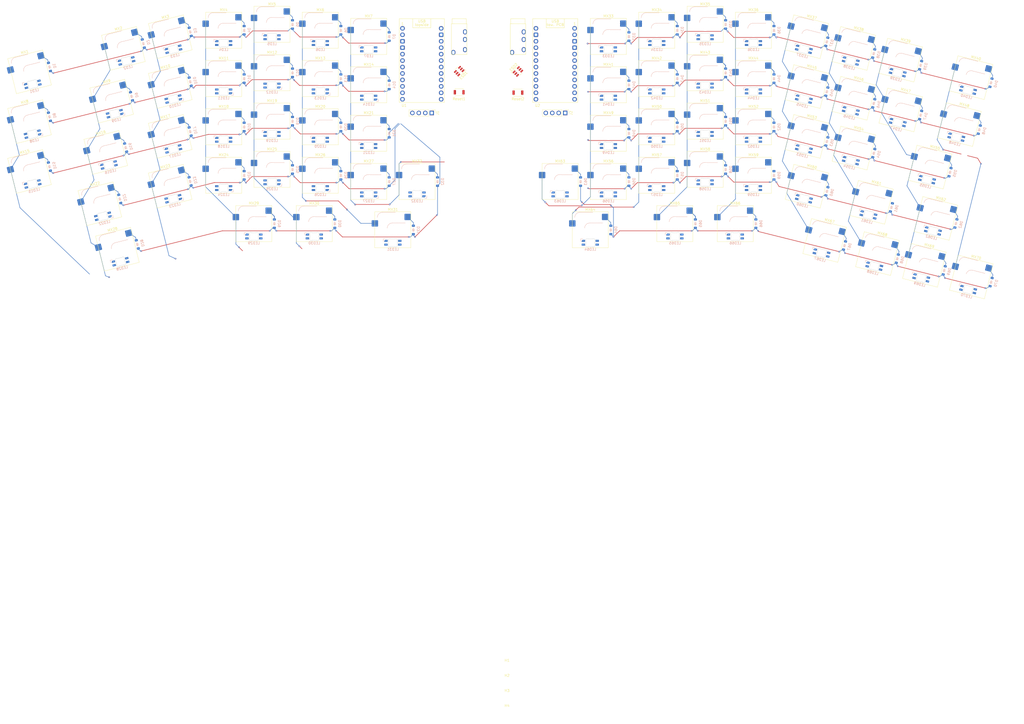
<source format=kicad_pcb>
(kicad_pcb (version 20221018) (generator pcbnew)
  (layers (0 "F.Cu" signal "Front") (31 "B.Cu" signal "Back") (34 "B.Paste" user) (35 "F.Paste" user) (36 "B.SilkS" user "B.Silkscreen") (37 "F.SilkS" user "F.Silkscreen") (38 "B.Mask" user) (39 "F.Mask" user) (44 "Edge.Cuts" user))
  (net 0 "")
  (net 1 "RowL 0")
  (net 2 "Net-(D2-A)")
  (net 3 "Net-(D3-A)")
  (net 4 "Net-(D4-A)")
  (net 5 "Net-(D5-A)")
  (net 6 "Net-(D6-A)")
  (net 7 "RowL 1")
  (net 8 "Net-(D7-A)")
  (net 9 "Net-(D8-A)")
  (net 10 "Net-(D9-A)")
  (net 11 "Net-(D10-A)")
  (net 12 "Net-(D11-A)")
  (net 13 "Net-(D12-A)")
  (net 14 "RowL 2")
  (net 15 "Net-(D13-A)")
  (net 16 "Net-(D14-A)")
  (net 17 "Net-(D15-A)")
  (net 18 "Net-(D16-A)")
  (net 19 "Net-(D17-A)")
  (net 20 "Net-(D18-A)")
  (net 21 "RowL 3")
  (net 22 "Net-(D19-A)")
  (net 23 "Net-(D20-A)")
  (net 24 "Net-(D21-A)")
  (net 25 "Net-(D22-A)")
  (net 26 "Net-(D23-A)")
  (net 27 "Net-(D24-A)")
  (net 28 "RowL 4")
  (net 29 "Net-(D25-A)")
  (net 30 "Net-(D26-A)")
  (net 31 "Net-(D27-A)")
  (net 32 "Net-(D28-A)")
  (net 33 "Net-(D29-A)")
  (net 34 "RowR 0")
  (net 35 "Net-(D30-A)")
  (net 36 "Net-(D31-A)")
  (net 37 "Net-(D32-A)")
  (net 38 "Net-(D33-A)")
  (net 39 "Net-(D34-A)")
  (net 40 "Net-(D35-A)")
  (net 41 "Net-(D36-A)")
  (net 42 "Net-(D37-A)")
  (net 43 "Net-(D38-A)")
  (net 44 "RowR 1")
  (net 45 "Net-(D39-A)")
  (net 46 "Net-(D40-A)")
  (net 47 "Net-(D41-A)")
  (net 48 "Net-(D42-A)")
  (net 49 "Net-(D43-A)")
  (net 50 "Net-(D44-A)")
  (net 51 "Net-(D45-A)")
  (net 52 "Net-(D46-A)")
  (net 53 "Net-(D47-A)")
  (net 54 "RowR 2")
  (net 55 "Net-(D48-A)")
  (net 56 "Net-(D49-A)")
  (net 57 "Net-(D50-A)")
  (net 58 "Net-(D51-A)")
  (net 59 "Net-(D52-A)")
  (net 60 "Net-(D53-A)")
  (net 61 "Net-(D54-A)")
  (net 62 "Net-(D55-A)")
  (net 63 "RowR 3")
  (net 64 "Net-(D56-A)")
  (net 65 "Net-(D57-A)")
  (net 66 "Net-(D58-A)")
  (net 67 "Net-(D59-A)")
  (net 68 "Net-(D60-A)")
  (net 69 "Net-(D61-A)")
  (net 70 "Net-(D62-A)")
  (net 71 "RowR 4")
  (net 72 "Net-(D63-A)")
  (net 73 "Net-(D64-A)")
  (net 74 "Net-(D65-A)")
  (net 75 "Net-(D66-A)")
  (net 76 "Net-(D67-A)")
  (net 77 "Net-(D68-A)")
  (net 78 "Net-(D69-A)")
  (net 79 "Net-(D70-A)")
  (net 80 "Net-(ESD1-IO1)")
  (net 81 "Net-(D1-A)")
  (net 82 "GND")
  (net 83 "Net-(LED1-DOUT)")
  (net 84 "Net-(LED2-DOUT)")
  (net 85 "Net-(LED3-DOUT)")
  (net 86 "Net-(LED4-DOUT)")
  (net 88 "Net-(LED12-DIN)")
  (net 89 "Net-(ESD1-IO3)")
  (net 90 "Net-(LED13-DIN)")
  (net 91 "VCC")
  (net 92 "Net-(LED8-DIN)")
  (net 93 "Net-(LED10-DOUT)")
  (net 94 "Net-(LED10-DIN)")
  (net 95 "Net-(LED11-DIN)")
  (net 97 "Net-(ESD2-IO1)")
  (net 98 "Net-(LED15-DOUT)")
  (net 99 "Net-(LED16-DOUT)")
  (net 100 "Net-(LED17-DOUT)")
  (net 101 "Net-(LED18-DOUT)")
  (net 103 "Net-(ESD2-IO3)")
  (net 105 "LED1")
  (net 106 "Net-(LED22-DIN)")
  (net 107 "Net-(LED23-DIN)")
  (net 108 "Net-(LED24-DIN)")
  (net 109 "Net-(LED5-DOUT)")
  (net 110 "Net-(LED6-DOUT)")
  (net 111 "Net-(LED14-DIN)")
  (net 112 "Net-(LED15-DIN)")
  (net 113 "Net-(LED28-DOUT)")
  (net 114 "Net-(LED19-DOUT)")
  (net 115 "Net-(LED30-DOUT)")
  (net 116 "Net-(LED31-DOUT)")
  (net 117 "Net-(LED20-DOUT)")
  (net 118 "Net-(LED33-DOUT)")
  (net 119 "Net-(LED34-DOUT)")
  (net 120 "Net-(LED35-DOUT)")
  (net 121 "Net-(LED36-DOUT)")
  (net 122 "Net-(LED37-DOUT)")
  (net 123 "Net-(LED38-DOUT)")
  (net 124 "Net-(LED39-DOUT)")
  (net 125 "Net-(LED21-DOUT)")
  (net 126 "Net-(LED22-DOUT)")
  (net 127 "Net-(LED41-DIN)")
  (net 128 "Net-(LED42-DIN)")
  (net 129 "Net-(LED43-DIN)")
  (net 130 "Net-(LED44-DIN)")
  (net 131 "Net-(LED45-DIN)")
  (net 132 "Net-(LED46-DIN)")
  (net 133 "Net-(LED25-DIN)")
  (net 134 "Net-(LED49-DOUT)")
  (net 135 "Net-(LED50-DOUT)")
  (net 136 "Net-(LED51-DOUT)")
  (net 137 "Net-(LED52-DOUT)")
  (net 138 "Net-(LED53-DOUT)")
  (net 139 "Net-(LED54-DOUT)")
  (net 140 "Net-(LED55-DOUT)")
  (net 141 "Net-(LED56-DOUT)")
  (net 142 "Net-(LED26-DIN)")
  (net 143 "Net-(LED58-DIN)")
  (net 144 "Net-(LED59-DIN)")
  (net 145 "Net-(LED60-DIN)")
  (net 146 "Net-(LED61-DIN)")
  (net 147 "Net-(LED29-DOUT)")
  (net 149 "Net-(LED65-DOUT)")
  (net 150 "Net-(LED66-DOUT)")
  (net 151 "Net-(LED67-DOUT)")
  (net 152 "Net-(LED68-DOUT)")
  (net 153 "Net-(LED69-DOUT)")
  (net 155 "ColL 0")
  (net 156 "ColL 1")
  (net 157 "ColL 2")
  (net 158 "ColL 3")
  (net 159 "ColL 4")
  (net 160 "ColL 5")
  (net 161 "ColR 0")
  (net 162 "ColR 1")
  (net 163 "ColR 2")
  (net 164 "ColR 3")
  (net 165 "ColR 4")
  (net 166 "ColR 5")
  (net 167 "ColR 6")
  (net 168 "ColR 7")
  (net 169 "RAW2")
  (net 170 "LED2")
  (net 171 "Net-(LED40-DOUT)")
  (net 172 "ColL 6")
  (net 173 "Net-(LED41-DOUT)")
  (net 174 "Net-(LED47-DIN)")
  (net 175 "Net-(LED56-DIN)")
  (net 176 "Net-(LED57-DIN)")
  (net 177 "Net-(LED63-DOUT)")
  (net 178 "Net-(LED64-DOUT)")
  (net 181 "Reset1")
  (net 182 "Reset2")
  (net 183 "+5V")
  (net 185 "SDA1")
  (net 186 "SCL1")
  (net 187 "SDA2")
  (net 188 "SCL2")
  (footprint "PCM_Switch_Keyboard_Hotswap_Kailh:SW_Hotswap_Kailh_MX_2.00u" (layer "F.Cu") (at 440.122204 142.59756 -14)
    (fp_text reference "MX40")
    (fp_text value "MX_SW_HS")
  )
  (footprint "Button_Switch_SMD:SW_SPST_B3U-1000P" (layer "F.Cu") (at 238.405113 148.343168)
    (fp_text reference "Reset1")
    (fp_text value "Switch")
  )
  (footprint "PCM_Switch_Keyboard_Hotswap_Kailh:SW_Hotswap_Kailh_MX_1.00u" (layer "F.Cu") (at 69.110004 159.923875 14)
    (fp_text reference "MX8")
    (fp_text value "MX_SW_HS")
  )
  (footprint "PCM_Switch_Keyboard_Hotswap_Kailh:SW_Hotswap_Kailh_MX_1.00u" (layer "F.Cu") (at 69.122429 140.287591 14)
    (fp_text reference "MX1")
    (fp_text value "MX_SW_HS")
  )
  (footprint "PCM_Switch_Keyboard_Hotswap_Kailh:SW_Hotswap_Kailh_MX_1.00u" (layer "F.Cu") (at 354.356363 142.930172)
    (fp_text reference "MX44")
    (fp_text value "MX_SW_HS")
  )
  (footprint "PCM_Switch_Keyboard_Hotswap_Kailh:SW_Hotswap_Kailh_MX_1.25u" (layer "F.Cu") (at 103.730489 210.191587 14)
    (fp_text reference "MX28")
    (fp_text value "MX_SW_HS")
  )
  (footprint "PCM_marbastlib-various:SOT-23-6-routable" (layer "F.Cu") (at 261.551362 140.161923 45)
    (fp_text reference "ESD2")
    (fp_text value "SRV05-4")
  )
  (footprint "PCM_Switch_Keyboard_Hotswap_Kailh:SW_Hotswap_Kailh_MX_1.00u" (layer "F.Cu") (at 426.296366 198.049964 -14)
    (fp_text reference "MX62")
    (fp_text value "MX_SW_HS")
  )
  (footprint "PCM_marbastlib-mx:STAB_MX_2.25u" (layer "F.Cu") (at 423.973429 177.837595 -14)
    (fp_text reference "S55" hide)
    (fp_text value "MX_stab")
  )
  (footprint "PCM_Switch_Keyboard_Hotswap_Kailh:SW_Hotswap_Kailh_MX_2.25u" (layer "F.Cu") (at 290.062613 202.556676)
    (fp_text reference "MX64")
    (fp_text value "MX_SW_HS")
  )
  (footprint "PCM_Switch_Keyboard_Hotswap_Kailh:SW_Hotswap_Kailh_MX_1.00u" (layer "F.Cu") (at 393.911862 131.076027 -14)
    (fp_text reference "MX38")
    (fp_text value "MX_SW_HS")
  )
  (footprint "PCM_Switch_Keyboard_Hotswap_Kailh:SW_Hotswap_Kailh_MX_1.00u" (layer "F.Cu") (at 183.700113 161.980172)
    (fp_text reference "MX20")
    (fp_text value "MX_SW_HS")
  )
  (footprint "PCM_Switch_Keyboard_Hotswap_Kailh:SW_Hotswap_Kailh_MX_1.00u" (layer "F.Cu") (at 164.650114 140.644177)
    (fp_text reference "MX12")
    (fp_text value "MX_SW_HS")
  )
  (footprint "PCM_Switch_Keyboard_Hotswap_Kailh:SW_Hotswap_Kailh_MX_1.00u" (layer "F.Cu") (at 106.09069 131.070367 14)
    (fp_text reference "MX2")
    (fp_text value "MX_SW_HS")
  )
  (footprint "PCM_Switch_Keyboard_Hotswap_Kailh:SW_Hotswap_Kailh_MX_1.00u" (layer "F.Cu") (at 316.256368 181.03018)
    (fp_text reference "MX57")
    (fp_text value "MX_SW_HS")
  )
  (footprint "PCM_Switch_Keyboard_Hotswap_Kailh:SW_Hotswap_Kailh_MX_2.25u" (layer "F.Cu") (at 423.973429 177.837595 -14)
    (fp_text reference "MX55")
    (fp_text value "MX_SW_HS")
  )
  (footprint "PCM_Switch_Keyboard_Hotswap_Kailh:SW_Hotswap_Kailh_MX_1.00u" (layer "F.Cu") (at 335.306368 121.594175)
    (fp_text reference "MX35")
    (fp_text value "MX_SW_HS")
  )
  (footprint "PCM_Switch_Keyboard_Hotswap_Kailh:SW_Hotswap_Kailh_MX_1.00u" (layer "F.Cu") (at 421.687758 216.534091 -14)
    (fp_text reference "MX69")
    (fp_text value "MX_SW_HS")
  )
  (footprint "PCM_Switch_Keyboard_Hotswap_Kailh:SW_Hotswap_Kailh_MX_1.00u" (layer "F.Cu") (at 124.574829 126.461759 14)
    (fp_text reference "MX3")
    (fp_text value "MX_SW_HS")
  )
  (footprint "PCM_Switch_Keyboard_Hotswap_Kailh:SW_Hotswap_Kailh_MX_1.00u" (layer "F.Cu") (at 183.700118 123.880173)
    (fp_text reference "MX6")
    (fp_text value "MX_SW_HS")
  )
  (footprint "PCM_Switch_Keyboard_Hotswap_Kailh:SW_Hotswap_Kailh_MX_1.50u" (layer "F.Cu") (at 101.457243 151.858804 14)
    (fp_text reference "MX9")
    (fp_text value "MX_SW_HS")
  )
  (footprint "PCM_Switch_Keyboard_Hotswap_Kailh:SW_Hotswap_Kailh_MX_1.00u" (layer "F.Cu") (at 412.396004 135.684643 -14)
    (fp_text reference "MX39")
    (fp_text value "MX_SW_HS")
  )
  (footprint "PCM_Switch_Keyboard_Hotswap_Kailh:SW_Hotswap_Kailh_MX_1.00u" (layer "F.Cu") (at 145.600116 161.980175)
    (fp_text reference "MX18")
    (fp_text value "MX_SW_HS")
  )
  (footprint "PCM_Switch_Keyboard_Hotswap_Kailh:SW_Hotswap_Kailh_MX_1.75u" (layer "F.Cu") (at 400.880688 191.713119 -14)
    (fp_text reference "MX61")
    (fp_text value "MX_SW_HS")
  )
  (footprint "Connector_PinHeader_2.54mm:PinHeader_1x04_P2.54mm_Vertical" (layer "F.Cu") (at 227.590113 156.505674 -90)
    (fp_text reference "J1")
    (fp_text value "Conn_01x04_Socket")
  )
  (footprint "PCM_Switch_Keyboard_Hotswap_Kailh:SW_Hotswap_Kailh_MX_1.00u" (layer "F.Cu") (at 375.440157 146.103698 -14)
    (fp_text reference "MX45")
    (fp_text value "MX_SW_HS")
  )
  (footprint "MountingHole:MountingHole_2.2mm_M2" (layer "F.Cu") (at 257.250111 381.344176)
    (fp_text reference "H2")
    (fp_text value "MountingHole")
  )
  (footprint "PCM_marbastlib-mx:STAB_MX_2u" (layer "F.Cu") (at 212.275111 202.55667)
    (fp_text reference "S31" hide)
    (fp_text value "MX_stab")
  )
  (footprint "PCM_Switch_Keyboard_Hotswap_Kailh:SW_Hotswap_Kailh_MX_1.00u" (layer "F.Cu") (at 335.306361 159.694177)
    (fp_text reference "MX51")
    (fp_text value "MX_SW_HS")
  )
  (footprint "PCM_marbastlib-mx:STAB_MX_2u" (layer "F.Cu") (at 96.811371 192.283533 14)
    (fp_text reference "S22" hide)
    (fp_text value "MX_stab")
  )
  (footprint "ScottoKeebs_Components:TRRS_PJ-320A" (layer "F.Cu") (at 238.405113 121.355674)
    (fp_text reference "TRRS1")
    (fp_text value "TRRS")
  )
  (footprint "PCM_marbastlib-mx:STAB_MX_2u" (layer "F.Cu") (at 440.122204 142.59756 -14)
    (fp_text reference "S40" hide)
    (fp_text value "MX_stab")
  )
  (footprint "PCM_Switch_Keyboard_Hotswap_Kailh:SW_Hotswap_Kailh_MX_1.25u" (layer "F.Cu") (at 181.318862 200.080175)
    (fp_text reference "MX30")
    (fp_text value "MX_SW_HS")
  )
  (footprint "PCM_Switch_Keyboard_Hotswap_Kailh:SW_Hotswap_Kailh_MX_1.25u" (layer "F.Cu") (at 323.400115 200.080173)
    (fp_text reference "MX65")
    (fp_text value "MX_SW_HS")
  )
  (footprint "PCM_Switch_Keyboard_Hotswap_Kailh:SW_Hotswap_Kailh_MX_1.00u" (layer "F.Cu") (at 316.256358 161.980176)
    (fp_text reference "MX50")
    (fp_text value "MX_SW_HS")
  )
  (footprint "PCM_Switch_Keyboard_Hotswap_Kailh:SW_Hotswap_Kailh_MX_1.00u" (layer "F.Cu") (at 403.203616 211.925482 -14)
    (fp_text reference "MX68")
    (fp_text value "MX_SW_HS")
  )
  (footprint "PCM_Switch_Keyboard_Hotswap_Kailh:SW_Hotswap_Kailh_MX_1.00u" (layer "F.Cu") (at 316.256364 142.930181)
    (fp_text reference "MX42")
    (fp_text value "MX_SW_HS")
  )
  (footprint "PCM_Switch_Keyboard_Hotswap_Kailh:SW_Hotswap_Kailh_MX_1.00u" (layer "F.Cu") (at 145.600108 123.880169)
    (fp_text reference "MX4")
    (fp_text value "MX_SW_HS")
  )
  (footprint "PCM_Switch_Keyboard_Hotswap_Kailh:SW_Hotswap_Kailh_MX_1.00u" (layer "F.Cu") (at 202.750111 183.506676)
    (fp_text reference "MX27")
    (fp_text value "MX_SW_HS")
  )
  (footprint "PCM_Switch_Keyboard_Hotswap_Kailh:SW_Hotswap_Kailh_MX_1.00u" (layer "F.Cu") (at 335.306361 140.644175)
    (fp_text reference "MX43")
    (fp_text value "MX_SW_HS")
  )
  (footprint "PCM_Switch_Keyboard_Hotswap_Kailh:SW_Hotswap_Kailh_MX_1.00u" (layer "F.Cu") (at 164.650115 159.694175)
    (fp_text reference "MX19")
    (fp_text value "MX_SW_HS")
  )
  (footprint "PCM_Switch_Keyboard_Hotswap_Kailh:SW_Hotswap_Kailh_MX_1.50u" (layer "F.Cu") (at 435.513595 161.081693 -14)
    (fp_text reference "MX48")
    (fp_text value "MX_SW_HS")
  )
  (footprint "PCM_Switch_Keyboard_Hotswap_Kailh:SW_Hotswap_Kailh_MX_2.00u" (layer "F.Cu") (at 96.811371 192.283533 14)
    (fp_text reference "MX22")
    (fp_text value "MX_SW_HS")
  )
  (footprint "PCM_Switch_Keyboard_Hotswap_Kailh:SW_Hotswap_Kailh_MX_1.00u" (layer "F.Cu") (at 297.206366 145.406677)
    (fp_text reference "MX41")
    (fp_text value "MX_SW_HS")
  )
  (footprint "PCM_Switch_Keyboard_Hotswap_Kailh:SW_Hotswap_Kailh_MX_1.00u" (layer "F.Cu") (at 354.35636 181.03018)
    (fp_text reference "MX59")
    (fp_text value "MX_SW_HS")
  )
  (footprint "PCM_Switch_Keyboard_Hotswap_Kailh:SW_Hotswap_Kailh_MX_1.00u" (layer "F.Cu") (at 69.097585 179.560165 14)
    (fp_text reference "MX15")
    (fp_text value "MX_SW_HS")
  )
  (footprint "PCM_Switch_Keyboard_Hotswap_Kailh:SW_Hotswap_Kailh_MX_1.00u" (layer "F.Cu") (at 124.537564 185.370615 14)
    (fp_text reference "MX23")
    (fp_text value "MX_SW_HS")
  )
  (footprint "ScottoKeebs_Components:OLED_128x32" (layer "F.Cu") (at 270.361363 158.104666 90)
    (fp_text reference "OLED2" hide)
    (fp_text value "OLED_128x32")
  )
  (footprint "PCM_Switch_Keyboard_Hotswap_Kailh:SW_Hotswap_Kailh_MX_1.00u" (layer "F.Cu") (at 278.156365 183.506675)
    (fp_text reference "MX63")
    (fp_text value "MX_SW_HS")
  )
  (footprint "PCM_Switch_Keyboard_Hotswap_Kailh:SW_Hotswap_Kailh_MX_1.00u" (layer "F.Cu") (at 375.427736 126.467417 -14)
    (fp_text reference "MX37")
    (fp_text value "MX_SW_HS")
  )
  (footprint "PCM_marbastlib-mx:STAB_MX_2.25u" (layer "F.Cu") (at 290.062613 202.556676)
    (fp_text reference "S64" hide)
    (fp_text value "MX_stab")
  )
  (footprint "PCM_Switch_Keyboard_Hotswap_Kailh:SW_Hotswap_Kailh_MX_1.00u" (layer "F.Cu") (at 297.206362 126.356676)
    (fp_text reference "MX33")
    (fp_text value "MX_SW_HS")
  )
  (footprint "PCM_Switch_Keyboard_Hotswap_Kailh:SW_Hotswap_Kailh_MX_1.00u" (layer "F.Cu") (at 354.356364 123.880176)
    (fp_text reference "MX36")
    (fp_text value "MX_SW_HS")
  )
  (footprint "PCM_Switch_Keyboard_Hotswap_Kailh:SW_Hotswap_Kailh_MX_1.00u" (layer "F.Cu") (at 316.256364 123.880179)
    (fp_text reference "MX34")
    (fp_text value "MX_SW_HS")
  )
  (footprint "MountingHole:MountingHole_2.2mm_M2" (layer "F.Cu") (at 257.250111 375.394176)
    (fp_text reference "H1")
    (fp_text value "MountingHole")
  )
  (footprint "PCM_Switch_Keyboard_Hotswap_Kailh:SW_Hotswap_Kailh_MX_1.25u" (layer "F.Cu") (at 157.506365 200.080173)
    (fp_text reference "MX29")
    (fp_text value "MX_SW_HS")
  )
  (footprint "PCM_Switch_Keyboard_Hotswap_Kailh:SW_Hotswap_Kailh_MX_1.00u" (layer "F.Cu") (at 393.924292 150.712315 -14)
    (fp_text reference "MX46")
    (fp_text value "MX_SW_HS")
  )
  (footprint "PCM_Switch_Keyboard_Hotswap_Kailh:SW_Hotswap_Kailh_MX_1.00u" (layer "F.Cu") (at 202.750113 126.356674)
    (fp_text reference "MX7")
    (fp_text value "MX_SW_HS")
  )
  (footprint "PCM_Switch_Keyboard_Hotswap_Kailh:SW_Hotswap_Kailh_MX_1.00u" (layer "F.Cu") (at 297.206363 183.506678)
    (fp_text reference "MX56")
    (fp_text value "MX_SW_HS")
  )
  (footprint "PCM_Switch_Keyboard_Hotswap_Kailh:SW_Hotswap_Kailh_MX_1.00u" (layer "F.Cu") (at 164.650111 178.744175)
    (fp_text reference "MX25")
    (fp_text value "MX_SW_HS")
  )
  (footprint "MountingHole:MountingHole_2.2mm_M2" (layer "F.Cu") (at 257.250111 387.294176)
    (fp_text reference "H3")
    (fp_text value "MountingHole")
  )
  (footprint "PCM_Switch_Keyboard_Hotswap_Kailh:SW_Hotswap_Kailh_MX_1.00u" (layer "F.Cu") (at 297.206366 164.456683)
    (fp_text reference "MX49")
    (fp_text value "MX_SW_HS")
  )
  (footprint "PCM_Switch_Keyboard_Hotswap_Kailh:SW_Hotswap_Kailh_MX_2.00u" (layer "F.Cu") (at 212.275111 202.55667)
    (fp_text reference "MX31")
    (fp_text value "MX_SW_HS")
  )
  (footprint "ScottoKeebs_Components:OLED_128x32" (layer "F.Cu") (at 217.785112 158.104669 90)
    (fp_text reference "OLED1" hide)
    (fp_text value "OLED_128x32")
  )
  (footprint "PCM_Switch_Keyboard_Hotswap_Kailh:SW_Hotswap_Kailh_MX_1.00u" (layer "F.Cu") (at 375.464999 185.37628 -14)
    (fp_text reference "MX60")
    (fp_text value "MX_SW_HS")
  )
  (footprint "PCM_Switch_Keyboard_Hotswap_Kailh:SW_Hotswap_Kailh_MX_1.00u" (layer "F.Cu") (at 440.171895 221.142706 -14)
    (fp_text reference "MX70")
    (fp_text value "MX_SW_HS")
  )
  (footprint "PCM_Switch_Keyboard_Hotswap_Kailh:SW_Hotswap_Kailh_MX_1.00u" (layer "F.Cu") (at 202.750114 164.456671)
    (fp_text reference "MX21")
    (fp_text value "MX_SW_HS")
  )
  (footprint "PCM_Switch_Keyboard_Hotswap_Kailh:SW_Hotswap_Kailh_MX_1.25u" (layer "F.Cu") (at 347.212615 200.080179)
    (fp_text reference "MX66")
    (fp_text value "MX_SW_HS")
  )
  (footprint "PCM_Switch_Keyboard_Hotswap_Kailh:SW_Hotswap_Kailh_MX_1.00u" (layer "F.Cu") (at 412.408429 155.320927 -14)
    (fp_text reference "MX47")
    (fp_text value "MX_SW_HS")
  )
  (footprint "PCM_Switch_Keyboard_Hotswap_Kailh:SW_Hotswap_Kailh_MX_1.25u" (layer "F.Cu") (at 382.408971 206.740794 -14)
    (fp_text reference "MX67")
    (fp_text value "MX_SW_HS")
  )
  (footprint "PCM_Switch_Keyboard_Hotswap_Kailh:SW_Hotswap_Kailh_MX_1.00u" (layer "F.Cu") (at 375.45258 165.739988 -14)
    (fp_text reference "MX53")
    (fp_text value "MX_SW_HS")
  )
  (footprint "Button_Switch_SMD:SW_SPST_B3U-1000P" (layer "F.Cu") (at 261.551362 148.486419 180)
    (fp_text reference "Reset2")
    (fp_text value "Switch")
  )
  (footprint "PCM_marbastlib-xp-promicroish:ProMicro_USBdn" (layer "F.Cu") (at 276.266362 137.135676)
    (fp_text reference "U2")
    (fp_text value "RP2040_ProMicro")
  )
  (footprint "PCM_Switch_Keyboard_Hotswap_Kailh:SW_Hotswap_Kailh_MX_1.00u" (layer "F.Cu") (at 145.600116 142.930174)
    (fp_text reference "MX11")
    (fp_text value "MX_SW_HS")
  )
  (footprint "PCM_Switch_Keyboard_Hotswap_Kailh:SW_Hotswap_Kailh_MX_1.00u" (layer "F.Cu") (at 221.800113 183.506679)
    (fp_text reference "MX32")
    (fp_text value "MX_SW_HS")
  )
  (footprint "PCM_Switch_Keyboard_Hotswap_Kailh:SW_Hotswap_Kailh_MX_1.00u" (layer "F.Cu") (at 124.562403 146.098043 14)
    (fp_text reference "MX10")
    (fp_text value "MX_SW_HS")
  )
  (footprint "PCM_Switch_Keyboard_Hotswap_Kailh:SW_Hotswap_Kailh_MX_1.00u" (layer "F.Cu") (at 202.750111 145.406672)
    (fp_text reference "MX14")
    (fp_text value "MX_SW_HS")
  )
  (footprint "MountingHole:MountingHole_2.2mm_M2" (layer "F.Cu") (at 257.250111 393.244176)
    (fp_text reference "H4")
    (fp_text value "MountingHole")
  )
  (footprint "PCM_Switch_Keyboard_Hotswap_Kailh:SW_Hotswap_Kailh_MX_1.00u" (layer "F.Cu") (at 183.70011 142.930172)
    (fp_text reference "MX13")
    (fp_text value "MX_SW_HS")
  )
  (footprint "PCM_Switch_Keyboard_Hotswap_Kailh:SW_Hotswap_Kailh_MX_1.00u" (layer "F.Cu") (at 183.700117 181.030173)
    (fp_text reference "MX26")
    (fp_text value "MX_SW_HS")
  )
  (footprint "PCM_Switch_Keyboard_Hotswap_Kailh:SW_Hotswap_Kailh_MX_1.00u" (layer "F.Cu") (at 145.600117 181.030176)
    (fp_text reference "MX24")
    (fp_text value "MX_SW_HS")
  )
  (footprint "PCM_Switch_Keyboard_Hotswap_Kailh:SW_Hotswap_Kailh_MX_1.00u" (layer "F.Cu") (at 393.936716 170.348604 -14)
    (fp_text reference "MX54")
    (fp_text value "MX_SW_HS")
  )
  (footprint "ScottoKeebs_Components:TRRS_PJ-320A" (layer "F.Cu") (at 261.551362 121.355676)
    (fp_text reference "TRRS2")
    (fp_text value "TRRS")
  )
  (footprint "PCM_Switch_Keyboard_Hotswap_Kailh:SW_Hotswap_Kailh_MX_1.00u" (layer "F.Cu") (at 124.549989 165.734325 14)
    (fp_text reference "MX17")
    (fp_text value "MX_SW_HS")
  )
  (footprint "PCM_Switch_Keyboard_Hotswap_Kailh:SW_Hotswap_Kailh_MX_1.75u" (layer "F.Cu") (at 99.134305 172.071167 14)
    (fp_text reference "MX16")
    (fp_text value "MX_SW_HS")
  )
  (footprint "PCM_marbastlib-various:SOT-23-6-routable" (layer "F.Cu") (at 238.405113 140.018672 -135)
    (fp_text reference "ESD1")
    (fp_text value "SRV05-4")
  )
  (footprint "PCM_Switch_Keyboard_Hotswap_Kailh:SW_Hotswap_Kailh_MX_1.00u" (layer "F.Cu") (at 335.306364 178.744181)
    (fp_text reference "MX58")
    (fp_text value "MX_SW_HS")
  )
  (footprint "PCM_marbastlib-xp-promicroish:ProMicro_USBup" (layer "F.Cu") (at 223.690113 137.135674)
    (fp_text reference "U1")
    (fp_text value "RP2040_ProMicro")
  )
  (footprint "PCM_Switch_Keyboard_Hotswap_Kailh:SW_Hotswap_Kailh_MX_1.00u" (layer "F.Cu") (at 164.650111 121.594176)
    (fp_text reference "MX5")
    (fp_text value "MX_SW_HS")
  )
  (footprint "Connector_PinHeader_2.54mm:PinHeader_1x04_P2.54mm_Vertical" (layer "F.Cu") (at 280.160113 156.505674 -90)
    (fp_text reference "J2")
    (fp_text value "Conn_01x04_Socket")
  )
  (footprint "PCM_Switch_Keyboard_Hotswap_Kailh:SW_Hotswap_Kailh_MX_1.00u" (layer "F.Cu") (at 354.356363 161.980175)
    (fp_text reference "MX52")
    (fp_text value "MX_SW_HS")
  )
  (footprint "ScottoKeebs_Components:Diode_SOD-123" (layer "B.Cu") (at 153.676904 123.915925 90)
    (fp_text reference "D4")
    (fp_text value "Diode")
  )
  (footprint "ScottoKeebs_Components:Diode_SOD-123" (layer "B.Cu") (at 191.776905 123.915927 90)
    (fp_text reference "D6")
    (fp_text value "Diode")
  )
  (footprint "ScottoKeebs_Components:Diode_SOD-123" (layer "B.Cu") (at 132.383088 183.451357 104)
    (fp_text reference "D23")
    (fp_text value "Diode")
  )
  (footprint "ScottoKeebs_Components:Diode_SOD-123" (layer "B.Cu") (at 448.000116 223.131348 76)
    (fp_text reference "D70")
    (fp_text value "Diode")
  )
  (footprint "PCM_marbastlib-mx:LED_MX_6028R-ROT" (layer "B.Cu") (at 438.942931 226.071812 166)
    (fp_text reference "LED70")
    (fp_text value "MX_SK6812MINI-E")
    (fp_line (start -1.699999 0.702841) (end -1.699999 -0.702843) (stroke (width 0.1)) (layer "Edge.Cuts"))
    (fp_line (start -0.794452 -1.5) (end 0.794453 -1.5) (stroke (width 0.1)) (layer "Edge.Cuts"))
    (fp_line (start 0.794452 1.499999) (end -0.794452 1.499999) (stroke (width 0.1)) (layer "Edge.Cuts"))
    (fp_line (start 1.699999 -0.702843) (end 1.699999 0.702841) (stroke (width 0.1)) (layer "Edge.Cuts"))
    (fp_arc (start -1.749484 -0.919721) (mid -1.712527 -0.814069) (end -1.699999 -0.702843) (stroke (width 0.1)) (layer "Edge.Cuts"))
    (fp_arc (start -1.749484 -0.919721) (mid -1.638071 -1.504036) (end -1.046711 -1.5683) (stroke (width 0.1)) (layer "Edge.Cuts"))
    (fp_arc (start -1.699999 0.702842) (mid -1.712527 0.814067) (end -1.749484 0.919719) (stroke (width 0.1)) (layer "Edge.Cuts"))
    (fp_arc (start -1.046711 1.568296) (mid -1.63807 1.504033) (end -1.749484 0.919719) (stroke (width 0.1)) (layer "Edge.Cuts"))
    (fp_arc (start -1.04671 1.568298) (mid -0.925122 1.517376) (end -0.794452 1.499999) (stroke (width 0.1)) (layer "Edge.Cuts"))
    (fp_arc (start -0.794453 -1.500001) (mid -0.925123 -1.517378) (end -1.046711 -1.5683) (stroke (width 0.1)) (layer "Edge.Cuts"))
    (fp_arc (start 0.794452 1.499999) (mid 0.925123 1.517376) (end 1.046711 1.568298) (stroke (width 0.1)) (layer "Edge.Cuts"))
    (fp_arc (start 1.046711 -1.568299) (mid 0.925123 -1.517377) (end 0.794453 -1.5) (stroke (width 0.1)) (layer "Edge.Cuts"))
    (fp_arc (start 1.046711 -1.568299) (mid 1.638071 -1.504035) (end 1.749484 -0.919721) (stroke (width 0.1)) (layer "Edge.Cuts"))
    (fp_arc (start 1.699999 -0.702844) (mid 1.712536 -0.814066) (end 1.749484 -0.919721) (stroke (width 0.1)) (layer "Edge.Cuts"))
    (fp_arc (start 1.749484 0.919718) (mid 1.638073 1.504037) (end 1.046711 1.568298) (stroke (width 0.1)) (layer "Edge.Cuts"))
    (fp_arc (start 1.749484 0.919719) (mid 1.712526 0.814067) (end 1.699999 0.702841) (stroke (width 0.1)) (layer "Edge.Cuts"))
  )
  (footprint "PCM_marbastlib-mx:LED_MX_6028R-ROT" (layer "B.Cu") (at 392.69533 155.64142 166)
    (fp_text reference "LED46")
    (fp_text value "MX_SK6812MINI-E")
    (fp_line (start -1.699999 0.702841) (end -1.699999 -0.702843) (stroke (width 0.1)) (layer "Edge.Cuts"))
    (fp_line (start -0.794452 -1.5) (end 0.794453 -1.5) (stroke (width 0.1)) (layer "Edge.Cuts"))
    (fp_line (start 0.794452 1.499999) (end -0.794452 1.499999) (stroke (width 0.1)) (layer "Edge.Cuts"))
    (fp_line (start 1.699999 -0.702843) (end 1.699999 0.702841) (stroke (width 0.1)) (layer "Edge.Cuts"))
    (fp_arc (start -1.749484 -0.919721) (mid -1.712527 -0.814069) (end -1.699999 -0.702843) (stroke (width 0.1)) (layer "Edge.Cuts"))
    (fp_arc (start -1.749484 -0.919721) (mid -1.638071 -1.504036) (end -1.046711 -1.5683) (stroke (width 0.1)) (layer "Edge.Cuts"))
    (fp_arc (start -1.699999 0.702842) (mid -1.712527 0.814067) (end -1.749484 0.919719) (stroke (width 0.1)) (layer "Edge.Cuts"))
    (fp_arc (start -1.046711 1.568296) (mid -1.63807 1.504033) (end -1.749484 0.919719) (stroke (width 0.1)) (layer "Edge.Cuts"))
    (fp_arc (start -1.04671 1.568298) (mid -0.925122 1.517376) (end -0.794452 1.499999) (stroke (width 0.1)) (layer "Edge.Cuts"))
    (fp_arc (start -0.794453 -1.500001) (mid -0.925123 -1.517378) (end -1.046711 -1.5683) (stroke (width 0.1)) (layer "Edge.Cuts"))
    (fp_arc (start 0.794452 1.499999) (mid 0.925123 1.517376) (end 1.046711 1.568298) (stroke (width 0.1)) (layer "Edge.Cuts"))
    (fp_arc (start 1.046711 -1.568299) (mid 0.925123 -1.517377) (end 0.794453 -1.5) (stroke (width 0.1)) (layer "Edge.Cuts"))
    (fp_arc (start 1.046711 -1.568299) (mid 1.638071 -1.504035) (end 1.749484 -0.919721) (stroke (width 0.1)) (layer "Edge.Cuts"))
    (fp_arc (start 1.699999 -0.702844) (mid 1.712536 -0.814066) (end 1.749484 -0.919721) (stroke (width 0.1)) (layer "Edge.Cuts"))
    (fp_arc (start 1.749484 0.919718) (mid 1.638073 1.504037) (end 1.046711 1.568298) (stroke (width 0.1)) (layer "Edge.Cuts"))
    (fp_arc (start 1.749484 0.919719) (mid 1.712526 0.814067) (end 1.699999 0.702841) (stroke (width 0.1)) (layer "Edge.Cuts"))
  )
  (footprint "PCM_marbastlib-mx:LED_MX_6028R-ROT" (layer "B.Cu") (at 297.206364 131.43668 180)
    (fp_text reference "LED33")
    (fp_text value "MX_SK6812MINI-E")
    (fp_line (start -1.699999 0.702841) (end -1.699999 -0.702843) (stroke (width 0.1)) (layer "Edge.Cuts"))
    (fp_line (start -0.794452 -1.5) (end 0.794453 -1.5) (stroke (width 0.1)) (layer "Edge.Cuts"))
    (fp_line (start 0.794452 1.499999) (end -0.794452 1.499999) (stroke (width 0.1)) (layer "Edge.Cuts"))
    (fp_line (start 1.699999 -0.702843) (end 1.699999 0.702841) (stroke (width 0.1)) (layer "Edge.Cuts"))
    (fp_arc (start -1.749484 -0.919721) (mid -1.712527 -0.814069) (end -1.699999 -0.702843) (stroke (width 0.1)) (layer "Edge.Cuts"))
    (fp_arc (start -1.749484 -0.919721) (mid -1.638071 -1.504036) (end -1.046711 -1.5683) (stroke (width 0.1)) (layer "Edge.Cuts"))
    (fp_arc (start -1.699999 0.702842) (mid -1.712527 0.814067) (end -1.749484 0.919719) (stroke (width 0.1)) (layer "Edge.Cuts"))
    (fp_arc (start -1.046711 1.568296) (mid -1.63807 1.504033) (end -1.749484 0.919719) (stroke (width 0.1)) (layer "Edge.Cuts"))
    (fp_arc (start -1.04671 1.568298) (mid -0.925122 1.517376) (end -0.794452 1.499999) (stroke (width 0.1)) (layer "Edge.Cuts"))
    (fp_arc (start -0.794453 -1.500001) (mid -0.925123 -1.517378) (end -1.046711 -1.5683) (stroke (width 0.1)) (layer "Edge.Cuts"))
    (fp_arc (start 0.794452 1.499999) (mid 0.925123 1.517376) (end 1.046711 1.568298) (stroke (width 0.1)) (layer "Edge.Cuts"))
    (fp_arc (start 1.046711 -1.568299) (mid 0.925123 -1.517377) (end 0.794453 -1.5) (stroke (width 0.1)) (layer "Edge.Cuts"))
    (fp_arc (start 1.046711 -1.568299) (mid 1.638071 -1.504035) (end 1.749484 -0.919721) (stroke (width 0.1)) (layer "Edge.Cuts"))
    (fp_arc (start 1.699999 -0.702844) (mid 1.712536 -0.814066) (end 1.749484 -0.919721) (stroke (width 0.1)) (layer "Edge.Cuts"))
    (fp_arc (start 1.749484 0.919718) (mid 1.638073 1.504037) (end 1.046711 1.568298) (stroke (width 0.1)) (layer "Edge.Cuts"))
    (fp_arc (start 1.749484 0.919719) (mid 1.712526 0.814067) (end 1.699999 0.702841) (stroke (width 0.1)) (layer "Edge.Cuts"))
  )
  (footprint "ScottoKeebs_Components:Diode_SOD-123" (layer "B.Cu") (at 106.979832 170.151911 104)
    (fp_text reference "D16")
    (fp_text value "Diode")
  )
  (footprint "PCM_marbastlib-mx:LED_MX_6028R" (layer "B.Cu") (at 102.686208 156.787908 -166)
    (fp_text reference "LED9")
    (fp_text value "MX_SK6812MINI-E")
    (fp_line (start -1.699999 0.702843) (end -1.699999 -0.702841) (stroke (width 0.1)) (layer "Edge.Cuts"))
    (fp_line (start -0.794452 -1.499999) (end 0.794452 -1.499999) (stroke (width 0.1)) (layer "Edge.Cuts"))
    (fp_line (start 0.794452 1.5) (end -0.794453 1.5) (stroke (width 0.1)) (layer "Edge.Cuts"))
    (fp_line (start 1.699999 -0.702841) (end 1.699999 0.702843) (stroke (width 0.1)) (layer "Edge.Cuts"))
    (fp_arc (start -1.749484 -0.919719) (mid -1.712527 -0.814067) (end -1.699999 -0.702841) (stroke (width 0.1)) (layer "Edge.Cuts"))
    (fp_arc (start -1.749484 -0.919718) (mid -1.638072 -1.504034) (end -1.046711 -1.568298) (stroke (width 0.1)) (layer "Edge.Cuts"))
    (fp_arc (start -1.699999 0.702844) (mid -1.712527 0.814069) (end -1.749484 0.919721) (stroke (width 0.1)) (layer "Edge.Cuts"))
    (fp_arc (start -1.046711 1.568299) (mid -1.63807 1.504035) (end -1.749484 0.919721) (stroke (width 0.1)) (layer "Edge.Cuts"))
    (fp_arc (start -1.046711 1.568299) (mid -0.925123 1.517377) (end -0.794453 1.5) (stroke (width 0.1)) (layer "Edge.Cuts"))
    (fp_arc (start -0.794452 -1.499999) (mid -0.925123 -1.517376) (end -1.046711 -1.568298) (stroke (width 0.1)) (layer "Edge.Cuts"))
    (fp_arc (start 0.794453 1.500001) (mid 0.925123 1.517378) (end 1.046711 1.5683) (stroke (width 0.1)) (layer "Edge.Cuts"))
    (fp_arc (start 1.04671 -1.568298) (mid 0.925122 -1.517376) (end 0.794452 -1.499999) (stroke (width 0.1)) (layer "Edge.Cuts"))
    (fp_arc (start 1.046711 -1.568296) (mid 1.63807 -1.504033) (end 1.749484 -0.919719) (stroke (width 0.1)) (layer "Edge.Cuts"))
    (fp_arc (start 1.699999 -0.702842) (mid 1.712536 -0.814064) (end 1.749484 -0.919719) (stroke (width 0.1)) (layer "Edge.Cuts"))
    (fp_arc (start 1.749484 0.919721) (mid 1.638072 1.504036) (end 1.046711 1.5683) (stroke (width 0.1)) (layer "Edge.Cuts"))
    (fp_arc (start 1.749484 0.919721) (mid 1.712526 0.814069) (end 1.699999 0.702843) (stroke (width 0.1)) (layer "Edge.Cuts"))
  )
  (footprint "PCM_marbastlib-mx:LED_MX_6028R-ROT" (layer "B.Cu") (at 392.707755 175.277708 166)
    (fp_text reference "LED54")
    (fp_text value "MX_SK6812MINI-E")
    (fp_line (start -1.699999 0.702841) (end -1.699999 -0.702843) (stroke (width 0.1)) (layer "Edge.Cuts"))
    (fp_line (start -0.794452 -1.5) (end 0.794453 -1.5) (stroke (width 0.1)) (layer "Edge.Cuts"))
    (fp_line (start 0.794452 1.499999) (end -0.794452 1.499999) (stroke (width 0.1)) (layer "Edge.Cuts"))
    (fp_line (start 1.699999 -0.702843) (end 1.699999 0.702841) (stroke (width 0.1)) (layer "Edge.Cuts"))
    (fp_arc (start -1.749484 -0.919721) (mid -1.712527 -0.814069) (end -1.699999 -0.702843) (stroke (width 0.1)) (layer "Edge.Cuts"))
    (fp_arc (start -1.749484 -0.919721) (mid -1.638071 -1.504036) (end -1.046711 -1.5683) (stroke (width 0.1)) (layer "Edge.Cuts"))
    (fp_arc (start -1.699999 0.702842) (mid -1.712527 0.814067) (end -1.749484 0.919719) (stroke (width 0.1)) (layer "Edge.Cuts"))
    (fp_arc (start -1.046711 1.568296) (mid -1.63807 1.504033) (end -1.749484 0.919719) (stroke (width 0.1)) (layer "Edge.Cuts"))
    (fp_arc (start -1.04671 1.568298) (mid -0.925122 1.517376) (end -0.794452 1.499999) (stroke (width 0.1)) (layer "Edge.Cuts"))
    (fp_arc (start -0.794453 -1.500001) (mid -0.925123 -1.517378) (end -1.046711 -1.5683) (stroke (width 0.1)) (layer "Edge.Cuts"))
    (fp_arc (start 0.794452 1.499999) (mid 0.925123 1.517376) (end 1.046711 1.568298) (stroke (width 0.1)) (layer "Edge.Cuts"))
    (fp_arc (start 1.046711 -1.568299) (mid 0.925123 -1.517377) (end 0.794453 -1.5) (stroke (width 0.1)) (layer "Edge.Cuts"))
    (fp_arc (start 1.046711 -1.568299) (mid 1.638071 -1.504035) (end 1.749484 -0.919721) (stroke (width 0.1)) (layer "Edge.Cuts"))
    (fp_arc (start 1.699999 -0.702844) (mid 1.712536 -0.814066) (end 1.749484 -0.919721) (stroke (width 0.1)) (layer "Edge.Cuts"))
    (fp_arc (start 1.749484 0.919718) (mid 1.638073 1.504037) (end 1.046711 1.568298) (stroke (width 0.1)) (layer "Edge.Cuts"))
    (fp_arc (start 1.749484 0.919719) (mid 1.712526 0.814067) (end 1.699999 0.702841) (stroke (width 0.1)) (layer "Edge.Cuts"))
  )
  (footprint "PCM_marbastlib-mx:LED_MX_6028R-ROT" (layer "B.Cu") (at 335.30636 183.824182 180)
    (fp_text reference "LED58")
    (fp_text value "MX_SK6812MINI-E")
    (fp_line (start -1.699999 0.702841) (end -1.699999 -0.702843) (stroke (width 0.1)) (layer "Edge.Cuts"))
    (fp_line (start -0.794452 -1.5) (end 0.794453 -1.5) (stroke (width 0.1)) (layer "Edge.Cuts"))
    (fp_line (start 0.794452 1.499999) (end -0.794452 1.499999) (stroke (width 0.1)) (layer "Edge.Cuts"))
    (fp_line (start 1.699999 -0.702843) (end 1.699999 0.702841) (stroke (width 0.1)) (layer "Edge.Cuts"))
    (fp_arc (start -1.749484 -0.919721) (mid -1.712527 -0.814069) (end -1.699999 -0.702843) (stroke (width 0.1)) (layer "Edge.Cuts"))
    (fp_arc (start -1.749484 -0.919721) (mid -1.638071 -1.504036) (end -1.046711 -1.5683) (stroke (width 0.1)) (layer "Edge.Cuts"))
    (fp_arc (start -1.699999 0.702842) (mid -1.712527 0.814067) (end -1.749484 0.919719) (stroke (width 0.1)) (layer "Edge.Cuts"))
    (fp_arc (start -1.046711 1.568296) (mid -1.63807 1.504033) (end -1.749484 0.919719) (stroke (width 0.1)) (layer "Edge.Cuts"))
    (fp_arc (start -1.04671 1.568298) (mid -0.925122 1.517376) (end -0.794452 1.499999) (stroke (width 0.1)) (layer "Edge.Cuts"))
    (fp_arc (start -0.794453 -1.500001) (mid -0.925123 -1.517378) (end -1.046711 -1.5683) (stroke (width 0.1)) (layer "Edge.Cuts"))
    (fp_arc (start 0.794452 1.499999) (mid 0.925123 1.517376) (end 1.046711 1.568298) (stroke (width 0.1)) (layer "Edge.Cuts"))
    (fp_arc (start 1.046711 -1.568299) (mid 0.925123 -1.517377) (end 0.794453 -1.5) (stroke (width 0.1)) (layer "Edge.Cuts"))
    (fp_arc (start 1.046711 -1.568299) (mid 1.638071 -1.504035) (end 1.749484 -0.919721) (stroke (width 0.1)) (layer "Edge.Cuts"))
    (fp_arc (start 1.699999 -0.702844) (mid 1.712536 -0.814066) (end 1.749484 -0.919721) (stroke (width 0.1)) (layer "Edge.Cuts"))
    (fp_arc (start 1.749484 0.919718) (mid 1.638073 1.504037) (end 1.046711 1.568298) (stroke (width 0.1)) (layer "Edge.Cuts"))
    (fp_arc (start 1.749484 0.919719) (mid 1.712526 0.814067) (end 1.699999 0.702841) (stroke (width 0.1)) (layer "Edge.Cuts"))
  )
  (footprint "PCM_marbastlib-mx:LED_MX_6028R" (layer "B.Cu") (at 145.600114 186.110179 180)
    (fp_text reference "LED24")
    (fp_text value "MX_SK6812MINI-E")
    (fp_line (start -1.699999 0.702843) (end -1.699999 -0.702841) (stroke (width 0.1)) (layer "Edge.Cuts"))
    (fp_line (start -0.794452 -1.499999) (end 0.794452 -1.499999) (stroke (width 0.1)) (layer "Edge.Cuts"))
    (fp_line (start 0.794452 1.5) (end -0.794453 1.5) (stroke (width 0.1)) (layer "Edge.Cuts"))
    (fp_line (start 1.699999 -0.702841) (end 1.699999 0.702843) (stroke (width 0.1)) (layer "Edge.Cuts"))
    (fp_arc (start -1.749484 -0.919719) (mid -1.712527 -0.814067) (end -1.699999 -0.702841) (stroke (width 0.1)) (layer "Edge.Cuts"))
    (fp_arc (start -1.749484 -0.919718) (mid -1.638072 -1.504034) (end -1.046711 -1.568298) (stroke (width 0.1)) (layer "Edge.Cuts"))
    (fp_arc (start -1.699999 0.702844) (mid -1.712527 0.814069) (end -1.749484 0.919721) (stroke (width 0.1)) (layer "Edge.Cuts"))
    (fp_arc (start -1.046711 1.568299) (mid -1.63807 1.504035) (end -1.749484 0.919721) (stroke (width 0.1)) (layer "Edge.Cuts"))
    (fp_arc (start -1.046711 1.568299) (mid -0.925123 1.517377) (end -0.794453 1.5) (stroke (width 0.1)) (layer "Edge.Cuts"))
    (fp_arc (start -0.794452 -1.499999) (mid -0.925123 -1.517376) (end -1.046711 -1.568298) (stroke (width 0.1)) (layer "Edge.Cuts"))
    (fp_arc (start 0.794453 1.500001) (mid 0.925123 1.517378) (end 1.046711 1.5683) (stroke (width 0.1)) (layer "Edge.Cuts"))
    (fp_arc (start 1.04671 -1.568298) (mid 0.925122 -1.517376) (end 0.794452 -1.499999) (stroke (width 0.1)) (layer "Edge.Cuts"))
    (fp_arc (start 1.046711 -1.568296) (mid 1.63807 -1.504033) (end 1.749484 -0.919719) (stroke (width 0.1)) (layer "Edge.Cuts"))
    (fp_arc (start 1.699999 -0.702842) (mid 1.712536 -0.814064) (end 1.749484 -0.919719) (stroke (width 0.1)) (layer "Edge.Cuts"))
    (fp_arc (start 1.749484 0.919721) (mid 1.638072 1.504036) (end 1.046711 1.5683) (stroke (width 0.1)) (layer "Edge.Cuts"))
    (fp_arc (start 1.749484 0.919721) (mid 1.712526 0.814069) (end 1.699999 0.702843) (stroke (width 0.1)) (layer "Edge.Cuts"))
  )
  (footprint "PCM_marbastlib-mx:LED_MX_6028R" (layer "B.Cu") (at 125.766526 190.299721 -166)
    (fp_text reference "LED23")
    (fp_text value "MX_SK6812MINI-E")
    (fp_line (start -1.699999 0.702843) (end -1.699999 -0.702841) (stroke (width 0.1)) (layer "Edge.Cuts"))
    (fp_line (start -0.794452 -1.499999) (end 0.794452 -1.499999) (stroke (width 0.1)) (layer "Edge.Cuts"))
    (fp_line (start 0.794452 1.5) (end -0.794453 1.5) (stroke (width 0.1)) (layer "Edge.Cuts"))
    (fp_line (start 1.699999 -0.702841) (end 1.699999 0.702843) (stroke (width 0.1)) (layer "Edge.Cuts"))
    (fp_arc (start -1.749484 -0.919719) (mid -1.712527 -0.814067) (end -1.699999 -0.702841) (stroke (width 0.1)) (layer "Edge.Cuts"))
    (fp_arc (start -1.749484 -0.919718) (mid -1.638072 -1.504034) (end -1.046711 -1.568298) (stroke (width 0.1)) (layer "Edge.Cuts"))
    (fp_arc (start -1.699999 0.702844) (mid -1.712527 0.814069) (end -1.749484 0.919721) (stroke (width 0.1)) (layer "Edge.Cuts"))
    (fp_arc (start -1.046711 1.568299) (mid -1.63807 1.504035) (end -1.749484 0.919721) (stroke (width 0.1)) (layer "Edge.Cuts"))
    (fp_arc (start -1.046711 1.568299) (mid -0.925123 1.517377) (end -0.794453 1.5) (stroke (width 0.1)) (layer "Edge.Cuts"))
    (fp_arc (start -0.794452 -1.499999) (mid -0.925123 -1.517376) (end -1.046711 -1.568298) (stroke (width 0.1)) (layer "Edge.Cuts"))
    (fp_arc (start 0.794453 1.500001) (mid 0.925123 1.517378) (end 1.046711 1.5683) (stroke (width 0.1)) (layer "Edge.Cuts"))
    (fp_arc (start 1.04671 -1.568298) (mid 0.925122 -1.517376) (end 0.794452 -1.499999) (stroke (width 0.1)) (layer "Edge.Cuts"))
    (fp_arc (start 1.046711 -1.568296) (mid 1.63807 -1.504033) (end 1.749484 -0.919719) (stroke (width 0.1)) (layer "Edge.Cuts"))
    (fp_arc (start 1.699999 -0.702842) (mid 1.712536 -0.814064) (end 1.749484 -0.919719) (stroke (width 0.1)) (layer "Edge.Cuts"))
    (fp_arc (start 1.749484 0.919721) (mid 1.638072 1.504036) (end 1.046711 1.5683) (stroke (width 0.1)) (layer "Edge.Cuts"))
    (fp_arc (start 1.749484 0.919721) (mid 1.712526 0.814069) (end 1.699999 0.702843) (stroke (width 0.1)) (layer "Edge.Cuts"))
  )
  (footprint "ScottoKeebs_Components:Diode_SOD-123" (layer "B.Cu") (at 431.801656 179.82624 76)
    (fp_text reference "D55")
    (fp_text value "Diode")
  )
  (footprint "PCM_marbastlib-mx:LED_MX_6028R-ROT" (layer "B.Cu") (at 347.212616 205.160181 180)
    (fp_text reference "LED66")
    (fp_text value "MX_SK6812MINI-E")
    (fp_line (start -1.699999 0.702841) (end -1.699999 -0.702843) (stroke (width 0.1)) (layer "Edge.Cuts"))
    (fp_line (start -0.794452 -1.5) (end 0.794453 -1.5) (stroke (width 0.1)) (layer "Edge.Cuts"))
    (fp_line (start 0.794452 1.499999) (end -0.794452 1.499999) (stroke (width 0.1)) (layer "Edge.Cuts"))
    (fp_line (start 1.699999 -0.702843) (end 1.699999 0.702841) (stroke (width 0.1)) (layer "Edge.Cuts"))
    (fp_arc (start -1.749484 -0.919721) (mid -1.712527 -0.814069) (end -1.699999 -0.702843) (stroke (width 0.1)) (layer "Edge.Cuts"))
    (fp_arc (start -1.749484 -0.919721) (mid -1.638071 -1.504036) (end -1.046711 -1.5683) (stroke (width 0.1)) (layer "Edge.Cuts"))
    (fp_arc (start -1.699999 0.702842) (mid -1.712527 0.814067) (end -1.749484 0.919719) (stroke (width 0.1)) (layer "Edge.Cuts"))
    (fp_arc (start -1.046711 1.568296) (mid -1.63807 1.504033) (end -1.749484 0.919719) (stroke (width 0.1)) (layer "Edge.Cuts"))
    (fp_arc (start -1.04671 1.568298) (mid -0.925122 1.517376) (end -0.794452 1.499999) (stroke (width 0.1)) (layer "Edge.Cuts"))
    (fp_arc (start -0.794453 -1.500001) (mid -0.925123 -1.517378) (end -1.046711 -1.5683) (stroke (width 0.1)) (layer "Edge.Cuts"))
    (fp_arc (start 0.794452 1.499999) (mid 0.925123 1.517376) (end 1.046711 1.568298) (stroke (width 0.1)) (layer "Edge.Cuts"))
    (fp_arc (start 1.046711 -1.568299) (mid 0.925123 -1.517377) (end 0.794453 -1.5) (stroke (width 0.1)) (layer "Edge.Cuts"))
    (fp_arc (start 1.046711 -1.568299) (mid 1.638071 -1.504035) (end 1.749484 -0.919721) (stroke (width 0.1)) (layer "Edge.Cuts"))
    (fp_arc (start 1.699999 -0.702844) (mid 1.712536 -0.814066) (end 1.749484 -0.919721) (stroke (width 0.1)) (layer "Edge.Cuts"))
    (fp_arc (start 1.749484 0.919718) (mid 1.638073 1.504037) (end 1.046711 1.568298) (stroke (width 0.1)) (layer "Edge.Cuts"))
    (fp_arc (start 1.749484 0.919719) (mid 1.712526 0.814067) (end 1.699999 0.702841) (stroke (width 0.1)) (layer "Edge.Cuts"))
  )
  (footprint "ScottoKeebs_Components:Diode_SOD-123" (layer "B.Cu") (at 191.776901 142.965927 90)
    (fp_text reference "D13")
    (fp_text value "Diode")
  )
  (footprint "ScottoKeebs_Components:Diode_SOD-123" (layer "B.Cu") (at 362.433154 123.915931 90)
    (fp_text reference "D36")
    (fp_text value "Diode")
  )
  (footprint "ScottoKeebs_Components:Diode_SOD-123" (layer "B.Cu") (at 132.407926 144.178783 104)
    (fp_text reference "D10")
    (fp_text value "Diode")
  )
  (footprint "ScottoKeebs_Components:Diode_SOD-123" (layer "B.Cu") (at 111.576014 208.272328 104)
    (fp_text reference "D28")
    (fp_text value "Diode")
  )
  (footprint "ScottoKeebs_Components:Diode_SOD-123" (layer "B.Cu") (at 401.752518 152.700964 76)
    (fp_text reference "D46")
    (fp_text value "Diode")
  )
  (footprint "ScottoKeebs_Components:Diode_SOD-123" (layer "B.Cu") (at 420.236653 157.309573 76)
    (fp_text reference "D47")
    (fp_text value "Diode")
  )
  (footprint "ScottoKeebs_Components:Diode_SOD-123" (layer "B.Cu") (at 447.950429 144.586203 76)
    (fp_text reference "D40")
    (fp_text value "Diode")
  )
  (footprint "PCM_marbastlib-mx:LED_MX_6028R-ROT" (layer "B.Cu") (at 438.89324 147.526665 166)
    (fp_text reference "LED40")
    (fp_text value "MX_SK6812MINI-E")
    (fp_line (start -1.699999 0.702841) (end -1.699999 -0.702843) (stroke (width 0.1)) (layer "Edge.Cuts"))
    (fp_line (start -0.794452 -1.5) (end 0.794453 -1.5) (stroke (width 0.1)) (layer "Edge.Cuts"))
    (fp_line (start 0.794452 1.499999) (end -0.794452 1.499999) (stroke (width 0.1)) (layer "Edge.Cuts"))
    (fp_line (start 1.699999 -0.702843) (end 1.699999 0.702841) (stroke (width 0.1)) (layer "Edge.Cuts"))
    (fp_arc (start -1.749484 -0.919721) (mid -1.712527 -0.814069) (end -1.699999 -0.702843) (stroke (width 0.1)) (layer "Edge.Cuts"))
    (fp_arc (start -1.749484 -0.919721) (mid -1.638071 -1.504036) (end -1.046711 -1.5683) (stroke (width 0.1)) (layer "Edge.Cuts"))
    (fp_arc (start -1.699999 0.702842) (mid -1.712527 0.814067) (end -1.749484 0.919719) (stroke (width 0.1)) (layer "Edge.Cuts"))
    (fp_arc (start -1.046711 1.568296) (mid -1.63807 1.504033) (end -1.749484 0.919719) (stroke (width 0.1)) (layer "Edge.Cuts"))
    (fp_arc (start -1.04671 1.568298) (mid -0.925122 1.517376) (end -0.794452 1.499999) (stroke (width 0.1)) (layer "Edge.Cuts"))
    (fp_arc (start -0.794453 -1.500001) (mid -0.925123 -1.517378) (end -1.046711 -1.5683) (stroke (width 0.1)) (layer "Edge.Cuts"))
    (fp_arc (start 0.794452 1.499999) (mid 0.925123 1.517376) (end 1.046711 1.568298) (stroke (width 0.1)) (layer "Edge.Cuts"))
    (fp_arc (start 1.046711 -1.568299) (mid 0.925123 -1.517377) (end 0.794453 -1.5) (stroke (width 0.1)) (layer "Edge.Cuts"))
    (fp_arc (start 1.046711 -1.568299) (mid 1.638071 -1.504035) (end 1.749484 -0.919721) (stroke (width 0.1)) (layer "Edge.Cuts"))
    (fp_arc (start 1.699999 -0.702844) (mid 1.712536 -0.814066) (end 1.749484 -0.919721) (stroke (width 0.1)) (layer "Edge.Cuts"))
    (fp_arc (start 1.749484 0.919718) (mid 1.638073 1.504037) (end 1.046711 1.568298) (stroke (width 0.1)) (layer "Edge.Cuts"))
    (fp_arc (start 1.749484 0.919719) (mid 1.712526 0.814067) (end 1.699999 0.702841) (stroke (width 0.1)) (layer "Edge.Cuts"))
  )
  (footprint "PCM_marbastlib-mx:LED_MX_6028R-ROT" (layer "B.Cu") (at 202.750114 131.436677 180)
    (fp_text reference "LED7")
    (fp_text value "MX_SK6812MINI-E")
    (fp_line (start -1.699999 0.702841) (end -1.699999 -0.702843) (stroke (width 0.1)) (layer "Edge.Cuts"))
    (fp_line (start -0.794452 -1.5) (end 0.794453 -1.5) (stroke (width 0.1)) (layer "Edge.Cuts"))
    (fp_line (start 0.794452 1.499999) (end -0.794452 1.499999) (stroke (width 0.1)) (layer "Edge.Cuts"))
    (fp_line (start 1.699999 -0.702843) (end 1.699999 0.702841) (stroke (width 0.1)) (layer "Edge.Cuts"))
    (fp_arc (start -1.749484 -0.919721) (mid -1.712527 -0.814069) (end -1.699999 -0.702843) (stroke (width 0.1)) (layer "Edge.Cuts"))
    (fp_arc (start -1.749484 -0.919721) (mid -1.638071 -1.504036) (end -1.046711 -1.5683) (stroke (width 0.1)) (layer "Edge.Cuts"))
    (fp_arc (start -1.699999 0.702842) (mid -1.712527 0.814067) (end -1.749484 0.919719) (stroke (width 0.1)) (layer "Edge.Cuts"))
    (fp_arc (start -1.046711 1.568296) (mid -1.63807 1.504033) (end -1.749484 0.919719) (stroke (width 0.1)) (layer "Edge.Cuts"))
    (fp_arc (start -1.04671 1.568298) (mid -0.925122 1.517376) (end -0.794452 1.499999) (stroke (width 0.1)) (layer "Edge.Cuts"))
    (fp_arc (start -0.794453 -1.500001) (mid -0.925123 -1.517378) (end -1.046711 -1.5683) (stroke (width 0.1)) (layer "Edge.Cuts"))
    (fp_arc (start 0.794452 1.499999) (mid 0.925123 1.517376) (end 1.046711 1.568298) (stroke (width 0.1)) (layer "Edge.Cuts"))
    (fp_arc (start 1.046711 -1.568299) (mid 0.925123 -1.517377) (end 0.794453 -1.5) (stroke (width 0.1)) (layer "Edge.Cuts"))
    (fp_arc (start 1.046711 -1.568299) (mid 1.638071 -1.504035) (end 1.749484 -0.919721) (stroke (width 0.1)) (layer "Edge.Cuts"))
    (fp_arc (start 1.699999 -0.702844) (mid 1.712536 -0.814066) (end 1.749484 -0.919721) (stroke (width 0.1)) (layer "Edge.Cuts"))
    (fp_arc (start 1.749484 0.919718) (mid 1.638073 1.504037) (end 1.046711 1.568298) (stroke (width 0.1)) (layer "Edge.Cuts"))
    (fp_arc (start 1.749484 0.919719) (mid 1.712526 0.814067) (end 1.699999 0.702841) (stroke (width 0.1)) (layer "Edge.Cuts"))
  )
  (footprint "ScottoKeebs_Components:Diode_SOD-123" (layer "B.Cu") (at 191.776904 162.015926 90)
    (fp_text reference "D20")
    (fp_text value "Diode")
  )
  (footprint "ScottoKeebs_Components:Diode_SOD-123" (layer "B.Cu") (at 305.283155 183.542436 90)
    (fp_text reference "D56")
    (fp_text value "Diode")
  )
  (footprint "ScottoKeebs_Components:Diode_SOD-123" (layer "B.Cu") (at 210.826905 164.492429 90)
    (fp_text reference "D21")
    (fp_text value "Diode")
  )
  (footprint "ScottoKeebs_Components:Diode_SOD-123" (layer "B.Cu") (at 343.383154 140.679928 90)
    (fp_text reference "D43")
    (fp_text value "Diode")
  )
  (footprint "ScottoKeebs_Components:Diode_SOD-123" (layer "B.Cu") (at 383.268383 148.092346 76)
    (fp_text reference "D45")
    (fp_text value "Diode")
  )
  (footprint "ScottoKeebs_Components:Diode_SOD-123" (layer "B.Cu") (at 132.395511 163.815069 104)
    (fp_text reference "D17")
    (fp_text value "Diode")
  )
  (footprint "PCM_marbastlib-mx:LED_MX_6028R-ROT" (layer "B.Cu") (at 290.062613 207.636679 180)
    (fp_text reference "LED64")
    (fp_text value "MX_SK6812MINI-E")
    (fp_line (start -1.699999 0.702841) (end -1.699999 -0.702843) (stroke (width 0.1)) (layer "Edge.Cuts"))
    (fp_line (start -0.794452 -1.5) (end 0.794453 -1.5) (stroke (width 0.1)) (layer "Edge.Cuts"))
    (fp_line (start 0.794452 1.499999) (end -0.794452 1.499999) (stroke (width 0.1)) (layer "Edge.Cuts"))
    (fp_line (start 1.699999 -0.702843) (end 1.699999 0.702841) (stroke (width 0.1)) (layer "Edge.Cuts"))
    (fp_arc (start -1.749484 -0.919721) (mid -1.712527 -0.814069) (end -1.699999 -0.702843) (stroke (width 0.1)) (layer "Edge.Cuts"))
    (fp_arc (start -1.749484 -0.919721) (mid -1.638071 -1.504036) (end -1.046711 -1.5683) (stroke (width 0.1)) (layer "Edge.Cuts"))
    (fp_arc (start -1.699999 0.702842) (mid -1.712527 0.814067) (end -1.749484 0.919719) (stroke (width 0.1)) (layer "Edge.Cuts"))
    (fp_arc (start -1.046711 1.568296) (mid -1.63807 1.504033) (end -1.749484 0.919719) (stroke (width 0.1)) (layer "Edge.Cuts"))
    (fp_arc (start -1.04671 1.568298) (mid -0.925122 1.517376) (end -0.794452 1.499999) (stroke (width 0.1)) (layer "Edge.Cuts"))
    (fp_arc (start -0.794453 -1.500001) (mid -0.925123 -1.517378) (end -1.046711 -1.5683) (stroke (width 0.1)) (layer "Edge.Cuts"))
    (fp_arc (start 0.794452 1.499999) (mid 0.925123 1.517376) (end 1.046711 1.568298) (stroke (width 0.1)) (layer "Edge.Cuts"))
    (fp_arc (start 1.046711 -1.568299) (mid 0.925123 -1.517377) (end 0.794453 -1.5) (stroke (width 0.1)) (layer "Edge.Cuts"))
    (fp_arc (start 1.046711 -1.568299) (mid 1.638071 -1.504035) (end 1.749484 -0.919721) (stroke (width 0.1)) (layer "Edge.Cuts"))
    (fp_arc (start 1.699999 -0.702844) (mid 1.712536 -0.814066) (end 1.749484 -0.919721) (stroke (width 0.1)) (layer "Edge.Cuts"))
    (fp_arc (start 1.749484 0.919718) (mid 1.638073 1.504037) (end 1.046711 1.568298) (stroke (width 0.1)) (layer "Edge.Cuts"))
    (fp_arc (start 1.749484 0.919719) (mid 1.712526 0.814067) (end 1.699999 0.702841) (stroke (width 0.1)) (layer "Edge.Cuts"))
  )
  (footprint "ScottoKeebs_Components:Diode_SOD-123" (layer "B.Cu") (at 362.433154 181.065936 90)
    (fp_text reference "D59")
    (fp_text value "Diode")
  )
  (footprint "PCM_marbastlib-mx:LED_MX_6028R" (layer "B.Cu") (at 221.800112 188.58668 180)
    (fp_text reference "LED32")
    (fp_text value "MX_SK6812MINI-E")
    (fp_line (start -1.699999 0.702843) (end -1.699999 -0.702841) (stroke (width 0.1)) (layer "Edge.Cuts"))
    (fp_line (start -0.794452 -1.499999) (end 0.794452 -1.499999) (stroke (width 0.1)) (layer "Edge.Cuts"))
    (fp_line (start 0.794452 1.5) (end -0.794453 1.5) (stroke (width 0.1)) (layer "Edge.Cuts"))
    (fp_line (start 1.699999 -0.702841) (end 1.699999 0.702843) (stroke (width 0.1)) (layer "Edge.Cuts"))
    (fp_arc (start -1.749484 -0.919719) (mid -1.712527 -0.814067) (end -1.699999 -0.702841) (stroke (width 0.1)) (layer "Edge.Cuts"))
    (fp_arc (start -1.749484 -0.919718) (mid -1.638072 -1.504034) (end -1.046711 -1.568298) (stroke (width 0.1)) (layer "Edge.Cuts"))
    (fp_arc (start -1.699999 0.702844) (mid -1.712527 0.814069) (end -1.749484 0.919721) (stroke (width 0.1)) (layer "Edge.Cuts"))
    (fp_arc (start -1.046711 1.568299) (mid -1.63807 1.504035) (end -1.749484 0.919721) (stroke (width 0.1)) (layer "Edge.Cuts"))
    (fp_arc (start -1.046711 1.568299) (mid -0.925123 1.517377) (end -0.794453 1.5) (stroke (width 0.1)) (layer "Edge.Cuts"))
    (fp_arc (start -0.794452 -1.499999) (mid -0.925123 -1.517376) (end -1.046711 -1.568298) (stroke (width 0.1)) (layer "Edge.Cuts"))
    (fp_arc (start 0.794453 1.500001) (mid 0.925123 1.517378) (end 1.046711 1.5683) (stroke (width 0.1)) (layer "Edge.Cuts"))
    (fp_arc (start 1.04671 -1.568298) (mid 0.925122 -1.517376) (end 0.794452 -1.499999) (stroke (width 0.1)) (layer "Edge.Cuts"))
    (fp_arc (start 1.046711 -1.568296) (mid 1.63807 -1.504033) (end 1.749484 -0.919719) (stroke (width 0.1)) (layer "Edge.Cuts"))
    (fp_arc (start 1.699999 -0.702842) (mid 1.712536 -0.814064) (end 1.749484 -0.919719) (stroke (width 0.1)) (layer "Edge.Cuts"))
    (fp_arc (start 1.749484 0.919721) (mid 1.638072 1.504036) (end 1.046711 1.5683) (stroke (width 0.1)) (layer "Edge.Cuts"))
    (fp_arc (start 1.749484 0.919721) (mid 1.712526 0.814069) (end 1.699999 0.702843) (stroke (width 0.1)) (layer "Edge.Cuts"))
  )
  (footprint "PCM_marbastlib-mx:LED_MX_6028R" (layer "B.Cu") (at 145.600117 148.010176 180)
    (fp_text reference "LED11")
    (fp_text value "MX_SK6812MINI-E")
    (fp_line (start -1.699999 0.702843) (end -1.699999 -0.702841) (stroke (width 0.1)) (layer "Edge.Cuts"))
    (fp_line (start -0.794452 -1.499999) (end 0.794452 -1.499999) (stroke (width 0.1)) (layer "Edge.Cuts"))
    (fp_line (start 0.794452 1.5) (end -0.794453 1.5) (stroke (width 0.1)) (layer "Edge.Cuts"))
    (fp_line (start 1.699999 -0.702841) (end 1.699999 0.702843) (stroke (width 0.1)) (layer "Edge.Cuts"))
    (fp_arc (start -1.749484 -0.919719) (mid -1.712527 -0.814067) (end -1.699999 -0.702841) (stroke (width 0.1)) (layer "Edge.Cuts"))
    (fp_arc (start -1.749484 -0.919718) (mid -1.638072 -1.504034) (end -1.046711 -1.568298) (stroke (width 0.1)) (layer "Edge.Cuts"))
    (fp_arc (start -1.699999 0.702844) (mid -1.712527 0.814069) (end -1.749484 0.919721) (stroke (width 0.1)) (layer "Edge.Cuts"))
    (fp_arc (start -1.046711 1.568299) (mid -1.63807 1.504035) (end -1.749484 0.919721) (stroke (width 0.1)) (layer "Edge.Cuts"))
    (fp_arc (start -1.046711 1.568299) (mid -0.925123 1.517377) (end -0.794453 1.5) (stroke (width 0.1)) (layer "Edge.Cuts"))
    (fp_arc (start -0.794452 -1.499999) (mid -0.925123 -1.517376) (end -1.046711 -1.568298) (stroke (width 0.1)) (layer "Edge.Cuts"))
    (fp_arc (start 0.794453 1.500001) (mid 0.925123 1.517378) (end 1.046711 1.5683) (stroke (width 0.1)) (layer "Edge.Cuts"))
    (fp_arc (start 1.04671 -1.568298) (mid 0.925122 -1.517376) (end 0.794452 -1.499999) (stroke (width 0.1)) (layer "Edge.Cuts"))
    (fp_arc (start 1.046711 -1.568296) (mid 1.63807 -1.504033) (end 1.749484 -0.919719) (stroke (width 0.1)) (layer "Edge.Cuts"))
    (fp_arc (start 1.699999 -0.702842) (mid 1.712536 -0.814064) (end 1.749484 -0.919719) (stroke (width 0.1)) (layer "Edge.Cuts"))
    (fp_arc (start 1.749484 0.919721) (mid 1.638072 1.504036) (end 1.046711 1.5683) (stroke (width 0.1)) (layer "Edge.Cuts"))
    (fp_arc (start 1.749484 0.919721) (mid 1.712526 0.814069) (end 1.699999 0.702843) (stroke (width 0.1)) (layer "Edge.Cuts"))
  )
  (footprint "PCM_marbastlib-mx:LED_MX_6028R-ROT" (layer "B.Cu") (at 354.356361 167.06018 180)
    (fp_text reference "LED52")
    (fp_text value "MX_SK6812MINI-E")
    (fp_line (start -1.699999 0.702841) (end -1.699999 -0.702843) (stroke (width 0.1)) (layer "Edge.Cuts"))
    (fp_line (start -0.794452 -1.5) (end 0.794453 -1.5) (stroke (width 0.1)) (layer "Edge.Cuts"))
    (fp_line (start 0.794452 1.499999) (end -0.794452 1.499999) (stroke (width 0.1)) (layer "Edge.Cuts"))
    (fp_line (start 1.699999 -0.702843) (end 1.699999 0.702841) (stroke (width 0.1)) (layer "Edge.Cuts"))
    (fp_arc (start -1.749484 -0.919721) (mid -1.712527 -0.814069) (end -1.699999 -0.702843) (stroke (width 0.1)) (layer "Edge.Cuts"))
    (fp_arc (start -1.749484 -0.919721) (mid -1.638071 -1.504036) (end -1.046711 -1.5683) (stroke (width 0.1)) (layer "Edge.Cuts"))
    (fp_arc (start -1.699999 0.702842) (mid -1.712527 0.814067) (end -1.749484 0.919719) (stroke (width 0.1)) (layer "Edge.Cuts"))
    (fp_arc (start -1.046711 1.568296) (mid -1.63807 1.504033) (end -1.749484 0.919719) (stroke (width 0.1)) (layer "Edge.Cuts"))
    (fp_arc (start -1.04671 1.568298) (mid -0.925122 1.517376) (end -0.794452 1.499999) (stroke (width 0.1)) (layer "Edge.Cuts"))
    (fp_arc (start -0.794453 -1.500001) (mid -0.925123 -1.517378) (end -1.046711 -1.5683) (stroke (width 0.1)) (layer "Edge.Cuts"))
    (fp_arc (start 0.794452 1.499999) (mid 0.925123 1.517376) (end 1.046711 1.568298) (stroke (width 0.1)) (layer "Edge.Cuts"))
    (fp_arc (start 1.046711 -1.568299) (mid 0.925123 -1.517377) (end 0.794453 -1.5) (stroke (width 0.1)) (layer "Edge.Cuts"))
    (fp_arc (start 1.046711 -1.568299) (mid 1.638071 -1.504035) (end 1.749484 -0.919721) (stroke (width 0.1)) (layer "Edge.Cuts"))
    (fp_arc (start 1.699999 -0.702844) (mid 1.712536 -0.814066) (end 1.749484 -0.919721) (stroke (width 0.1)) (layer "Edge.Cuts"))
    (fp_arc (start 1.749484 0.919718) (mid 1.638073 1.504037) (end 1.046711 1.568298) (stroke (width 0.1)) (layer "Edge.Cuts"))
    (fp_arc (start 1.749484 0.919719) (mid 1.712526 0.814067) (end 1.699999 0.702841) (stroke (width 0.1)) (layer "Edge.Cuts"))
  )
  (footprint "ScottoKeebs_Components:Diode_SOD-123" (layer "B.Cu") (at 210.826902 126.392427 90)
    (fp_text reference "D7")
    (fp_text value "Diode")
  )
  (footprint "ScottoKeebs_Components:Diode_SOD-123" (layer "B.Cu") (at 408.708912 193.701764 76)
    (fp_text reference "D61")
    (fp_text value "Diode")
  )
  (footprint "PCM_marbastlib-mx:LED_MX_6028R" (layer "B.Cu") (at 183.700119 186.110175 180)
    (fp_text reference "LED26")
    (fp_text value "MX_SK6812MINI-E")
    (fp_line (start -1.699999 0.702843) (end -1.699999 -0.702841) (stroke (width 0.1)) (layer "Edge.Cuts"))
    (fp_line (start -0.794452 -1.499999) (end 0.794452 -1.499999) (stroke (width 0.1)) (layer "Edge.Cuts"))
    (fp_line (start 0.794452 1.5) (end -0.794453 1.5) (stroke (width 0.1)) (layer "Edge.Cuts"))
    (fp_line (start 1.699999 -0.702841) (end 1.699999 0.702843) (stroke (width 0.1)) (layer "Edge.Cuts"))
    (fp_arc (start -1.749484 -0.919719) (mid -1.712527 -0.814067) (end -1.699999 -0.702841) (stroke (width 0.1)) (layer "Edge.Cuts"))
    (fp_arc (start -1.749484 -0.919718) (mid -1.638072 -1.504034) (end -1.046711 -1.568298) (stroke (width 0.1)) (layer "Edge.Cuts"))
    (fp_arc (start -1.699999 0.702844) (mid -1.712527 0.814069) (end -1.749484 0.919721) (stroke (width 0.1)) (layer "Edge.Cuts"))
    (fp_arc (start -1.046711 1.568299) (mid -1.63807 1.504035) (end -1.749484 0.919721) (stroke (width 0.1)) (layer "Edge.Cuts"))
    (fp_arc (start -1.046711 1.568299) (mid -0.925123 1.517377) (end -0.794453 1.5) (stroke (width 0.1)) (layer "Edge.Cuts"))
    (fp_arc (start -0.794452 -1.499999) (mid -0.925123 -1.517376) (end -1.046711 -1.568298) (stroke (width 0.1)) (layer "Edge.Cuts"))
    (fp_arc (start 0.794453 1.500001) (mid 0.925123 1.517378) (end 1.046711 1.5683) (stroke (width 0.1)) (layer "Edge.Cuts"))
    (fp_arc (start 1.04671 -1.568298) (mid 0.925122 -1.517376) (end 0.794452 -1.499999) (stroke (width 0.1)) (layer "Edge.Cuts"))
    (fp_arc (start 1.046711 -1.568296) (mid 1.63807 -1.504033) (end 1.749484 -0.919719) (stroke (width 0.1)) (layer "Edge.Cuts"))
    (fp_arc (start 1.699999 -0.702842) (mid 1.712536 -0.814064) (end 1.749484 -0.919719) (stroke (width 0.1)) (layer "Edge.Cuts"))
    (fp_arc (start 1.749484 0.919721) (mid 1.638072 1.504036) (end 1.046711 1.5683) (stroke (width 0.1)) (layer "Edge.Cuts"))
    (fp_arc (start 1.749484 0.919721) (mid 1.712526 0.814069) (end 1.699999 0.702843) (stroke (width 0.1)) (layer "Edge.Cuts"))
  )
  (footprint "PCM_marbastlib-mx:LED_MX_6028R-ROT" (layer "B.Cu") (at 354.356366 148.010179 180)
    (fp_text reference "LED44")
    (fp_text value "MX_SK6812MINI-E")
    (fp_line (start -1.699999 0.702841) (end -1.699999 -0.702843) (stroke (width 0.1)) (layer "Edge.Cuts"))
    (fp_line (start -0.794452 -1.5) (end 0.794453 -1.5) (stroke (width 0.1)) (layer "Edge.Cuts"))
    (fp_line (start 0.794452 1.499999) (end -0.794452 1.499999) (stroke (width 0.1)) (layer "Edge.Cuts"))
    (fp_line (start 1.699999 -0.702843) (end 1.699999 0.702841) (stroke (width 0.1)) (layer "Edge.Cuts"))
    (fp_arc (start -1.749484 -0.919721) (mid -1.712527 -0.814069) (end -1.699999 -0.702843) (stroke (width 0.1)) (layer "Edge.Cuts"))
    (fp_arc (start -1.749484 -0.919721) (mid -1.638071 -1.504036) (end -1.046711 -1.5683) (stroke (width 0.1)) (layer "Edge.Cuts"))
    (fp_arc (start -1.699999 0.702842) (mid -1.712527 0.814067) (end -1.749484 0.919719) (stroke (width 0.1)) (layer "Edge.Cuts"))
    (fp_arc (start -1.046711 1.568296) (mid -1.63807 1.504033) (end -1.749484 0.919719) (stroke (width 0.1)) (layer "Edge.Cuts"))
    (fp_arc (start -1.04671 1.568298) (mid -0.925122 1.517376) (end -0.794452 1.499999) (stroke (width 0.1)) (layer "Edge.Cuts"))
    (fp_arc (start -0.794453 -1.500001) (mid -0.925123 -1.517378) (end -1.046711 -1.5683) (stroke (width 0.1)) (layer "Edge.Cuts"))
    (fp_arc (start 0.794452 1.499999) (mid 0.925123 1.517376) (end 1.046711 1.568298) (stroke (width 0.1)) (layer "Edge.Cuts"))
    (fp_arc (start 1.046711 -1.568299) (mid 0.925123 -1.517377) (end 0.794453 -1.5) (stroke (width 0.1)) (layer "Edge.Cuts"))
    (fp_arc (start 1.046711 -1.568299) (mid 1.638071 -1.504035) (end 1.749484 -0.919721) (stroke (width 0.1)) (layer "Edge.Cuts"))
    (fp_arc (start 1.699999 -0.702844) (mid 1.712536 -0.814066) (end 1.749484 -0.919721) (stroke (width 0.1)) (layer "Edge.Cuts"))
    (fp_arc (start 1.749484 0.919718) (mid 1.638073 1.504037) (end 1.046711 1.568298) (stroke (width 0.1)) (layer "Edge.Cuts"))
    (fp_arc (start 1.749484 0.919719) (mid 1.712526 0.814067) (end 1.699999 0.702841) (stroke (width 0.1)) (layer "Edge.Cuts"))
  )
  (footprint "PCM_marbastlib-mx:LED_MX_6028R-ROT" (layer "B.Cu") (at 411.16704 140.613746 166)
    (fp_text reference "LED39")
    (fp_text value "MX_SK6812MINI-E")
    (fp_line (start -1.699999 0.702841) (end -1.699999 -0.702843) (stroke (width 0.1)) (layer "Edge.Cuts"))
    (fp_line (start -0.794452 -1.5) (end 0.794453 -1.5) (stroke (width 0.1)) (layer "Edge.Cuts"))
    (fp_line (start 0.794452 1.499999) (end -0.794452 1.499999) (stroke (width 0.1)) (layer "Edge.Cuts"))
    (fp_line (start 1.699999 -0.702843) (end 1.699999 0.702841) (stroke (width 0.1)) (layer "Edge.Cuts"))
    (fp_arc (start -1.749484 -0.919721) (mid -1.712527 -0.814069) (end -1.699999 -0.702843) (stroke (width 0.1)) (layer "Edge.Cuts"))
    (fp_arc (start -1.749484 -0.919721) (mid -1.638071 -1.504036) (end -1.046711 -1.5683) (stroke (width 0.1)) (layer "Edge.Cuts"))
    (fp_arc (start -1.699999 0.702842) (mid -1.712527 0.814067) (end -1.749484 0.919719) (stroke (width 0.1)) (layer "Edge.Cuts"))
    (fp_arc (start -1.046711 1.568296) (mid -1.63807 1.504033) (end -1.749484 0.919719) (stroke (width 0.1)) (layer "Edge.Cuts"))
    (fp_arc (start -1.04671 1.568298) (mid -0.925122 1.517376) (end -0.794452 1.499999) (stroke (width 0.1)) (layer "Edge.Cuts"))
    (fp_arc (start -0.794453 -1.500001) (mid -0.925123 -1.517378) (end -1.046711 -1.5683) (stroke (width 0.1)) (layer "Edge.Cuts"))
    (fp_arc (start 0.794452 1.499999) (mid 0.925123 1.517376) (end 1.046711 1.568298) (stroke (width 0.1)) (layer "Edge.Cuts"))
    (fp_arc (start 1.046711 -1.568299) (mid 0.925123 -1.517377) (end 0.794453 -1.5) (stroke (width 0.1)) (layer "Edge.Cuts"))
    (fp_arc (start 1.046711 -1.568299) (mid 1.638071 -1.504035) (end 1.749484 -0.919721) (stroke (width 0.1)) (layer "Edge.Cuts"))
    (fp_arc (start 1.699999 -0.702844) (mid 1.712536 -0.814066) (end 1.749484 -0.919721) (stroke (width 0.1)) (layer "Edge.Cuts"))
    (fp_arc (start 1.749484 0.919718) (mid 1.638073 1.504037) (end 1.046711 1.568298) (stroke (width 0.1)) (layer "Edge.Cuts"))
    (fp_arc (start 1.749484 0.919719) (mid 1.712526 0.814067) (end 1.699999 0.702841) (stroke (width 0.1)) (layer "Edge.Cuts"))
  )
  (footprint "PCM_marbastlib-mx:LED_MX_6028R-ROT" (layer "B.Cu") (at 183.700117 167.060172 180)
    (fp_text reference "LED20")
    (fp_text value "MX_SK6812MINI-E")
    (fp_line (start -1.699999 0.702841) (end -1.699999 -0.702843) (stroke (width 0.1)) (layer "Edge.Cuts"))
    (fp_line (start -0.794452 -1.5) (end 0.794453 -1.5) (stroke (width 0.1)) (layer "Edge.Cuts"))
    (fp_line (start 0.794452 1.499999) (end -0.794452 1.499999) (stroke (width 0.1)) (layer "Edge.Cuts"))
    (fp_line (start 1.699999 -0.702843) (end 1.699999 0.702841) (stroke (width 0.1)) (layer "Edge.Cuts"))
    (fp_arc (start -1.749484 -0.919721) (mid -1.712527 -0.814069) (end -1.699999 -0.702843) (stroke (width 0.1)) (layer "Edge.Cuts"))
    (fp_arc (start -1.749484 -0.919721) (mid -1.638071 -1.504036) (end -1.046711 -1.5683) (stroke (width 0.1)) (layer "Edge.Cuts"))
    (fp_arc (start -1.699999 0.702842) (mid -1.712527 0.814067) (end -1.749484 0.919719) (stroke (width 0.1)) (layer "Edge.Cuts"))
    (fp_arc (start -1.046711 1.568296) (mid -1.63807 1.504033) (end -1.749484 0.919719) (stroke (width 0.1)) (layer "Edge.Cuts"))
    (fp_arc (start -1.04671 1.568298) (mid -0.925122 1.517376) (end -0.794452 1.499999) (stroke (width 0.1)) (layer "Edge.Cuts"))
    (fp_arc (start -0.794453 -1.500001) (mid -0.925123 -1.517378) (end -1.046711 -1.5683) (stroke (width 0.1)) (layer "Edge.Cuts"))
    (fp_arc (start 0.794452 1.499999) (mid 0.925123 1.517376) (end 1.046711 1.568298) (stroke (width 0.1)) (layer "Edge.Cuts"))
    (fp_arc (start 1.046711 -1.568299) (mid 0.925123 -1.517377) (end 0.794453 -1.5) (stroke (width 0.1)) (layer "Edge.Cuts"))
    (fp_arc (start 1.046711 -1.568299) (mid 1.638071 -1.504035) (end 1.749484 -0.919721) (stroke (width 0.1)) (layer "Edge.Cuts"))
    (fp_arc (start 1.699999 -0.702844) (mid 1.712536 -0.814066) (end 1.749484 -0.919721) (stroke (width 0.1)) (layer "Edge.Cuts"))
    (fp_arc (start 1.749484 0.919718) (mid 1.638073 1.504037) (end 1.046711 1.568298) (stroke (width 0.1)) (layer "Edge.Cuts"))
    (fp_arc (start 1.749484 0.919719) (mid 1.712526 0.814067) (end 1.699999 0.702841) (stroke (width 0.1)) (layer "Edge.Cuts"))
  )
  (footprint "PCM_marbastlib-mx:LED_MX_6028R-ROT" (layer "B.Cu") (at 422.744466 182.766699 166)
    (fp_text reference "LED55")
    (fp_text value "MX_SK6812MINI-E")
    (fp_line (start -1.699999 0.702841) (end -1.699999 -0.702843) (stroke (width 0.1)) (layer "Edge.Cuts"))
    (fp_line (start -0.794452 -1.5) (end 0.794453 -1.5) (stroke (width 0.1)) (layer "Edge.Cuts"))
    (fp_line (start 0.794452 1.499999) (end -0.794452 1.499999) (stroke (width 0.1)) (layer "Edge.Cuts"))
    (fp_line (start 1.699999 -0.702843) (end 1.699999 0.702841) (stroke (width 0.1)) (layer "Edge.Cuts"))
    (fp_arc (start -1.749484 -0.919721) (mid -1.712527 -0.814069) (end -1.699999 -0.702843) (stroke (width 0.1)) (layer "Edge.Cuts"))
    (fp_arc (start -1.749484 -0.919721) (mid -1.638071 -1.504036) (end -1.046711 -1.5683) (stroke (width 0.1)) (layer "Edge.Cuts"))
    (fp_arc (start -1.699999 0.702842) (mid -1.712527 0.814067) (end -1.749484 0.919719) (stroke (width 0.1)) (layer "Edge.Cuts"))
    (fp_arc (start -1.046711 1.568296) (mid -1.63807 1.504033) (end -1.749484 0.919719) (stroke (width 0.1)) (layer "Edge.Cuts"))
    (fp_arc (start -1.04671 1.568298) (mid -0.925122 1.517376) (end -0.794452 1.499999) (stroke (width 0.1)) (layer "Edge.Cuts"))
    (fp_arc (start -0.794453 -1.500001) (mid -0.925123 -1.517378) (end -1.046711 -1.5683) (stroke (width 0.1)) (layer "Edge.Cuts"))
    (fp_arc (start 0.794452 1.499999) (mid 0.925123 1.517376) (end 1.046711 1.568298) (stroke (width 0.1)) (layer "Edge.Cuts"))
    (fp_arc (start 1.046711 -1.568299) (mid 0.925123 -1.517377) (end 0.794453 -1.5) (stroke (width 0.1)) (layer "Edge.Cuts"))
    (fp_arc (start 1.046711 -1.568299) (mid 1.638071 -1.504035) (end 1.749484 -0.919721) (stroke (width 0.1)) (layer "Edge.Cuts"))
    (fp_arc (start 1.699999 -0.702844) (mid 1.712536 -0.814066) (end 1.749484 -0.919721) (stroke (width 0.1)) (layer "Edge.Cuts"))
    (fp_arc (start 1.749484 0.919718) (mid 1.638073 1.504037) (end 1.046711 1.568298) (stroke (width 0.1)) (layer "Edge.Cuts"))
    (fp_arc (start 1.749484 0.919719) (mid 1.712526 0.814067) (end 1.699999 0.702841) (stroke (width 0.1)) (layer "Edge.Cuts"))
  )
  (footprint "ScottoKeebs_Components:Diode_SOD-123" (layer "B.Cu") (at 76.943111 177.640907 104)
    (fp_text reference "D15")
    (fp_text value "Diode")
  )
  (footprint "ScottoKeebs_Components:Diode_SOD-123" (layer "B.Cu") (at 172.726906 178.779931 90)
    (fp_text reference "D25")
    (fp_text value "Diode")
  )
  (footprint "ScottoKeebs_Components:Diode_SOD-123" (layer "B.Cu") (at 153.676908 162.015932 90)
    (fp_text reference "D18")
    (fp_text value "Diode")
  )
  (footprint "PCM_marbastlib-mx:LED_MX_6028R-ROT" (layer "B.Cu") (at 399.651725 196.642225 166)
    (fp_text reference "LED61")
    (fp_text value "MX_SK6812MINI-E")
    (fp_line (start -1.699999 0.702841) (end -1.699999 -0.702843) (stroke (width 0.1)) (layer "Edge.Cuts"))
    (fp_line (start -0.794452 -1.5) (end 0.794453 -1.5) (stroke (width 0.1)) (layer "Edge.Cuts"))
    (fp_line (start 0.794452 1.499999) (end -0.794452 1.499999) (stroke (width 0.1)) (layer "Edge.Cuts"))
    (fp_line (start 1.699999 -0.702843) (end 1.699999 0.702841) (stroke (width 0.1)) (layer "Edge.Cuts"))
    (fp_arc (start -1.749484 -0.919721) (mid -1.712527 -0.814069) (end -1.699999 -0.702843) (stroke (width 0.1)) (layer "Edge.Cuts"))
    (fp_arc (start -1.749484 -0.919721) (mid -1.638071 -1.504036) (end -1.046711 -1.5683) (stroke (width 0.1)) (layer "Edge.Cuts"))
    (fp_arc (start -1.699999 0.702842) (mid -1.712527 0.814067) (end -1.749484 0.919719) (stroke (width 0.1)) (layer "Edge.Cuts"))
    (fp_arc (start -1.046711 1.568296) (mid -1.63807 1.504033) (end -1.749484 0.919719) (stroke (width 0.1)) (layer "Edge.Cuts"))
    (fp_arc (start -1.04671 1.568298) (mid -0.925122 1.517376) (end -0.794452 1.499999) (stroke (width 0.1)) (layer "Edge.Cuts"))
    (fp_arc (start -0.794453 -1.500001) (mid -0.925123 -1.517378) (end -1.046711 -1.5683) (stroke (width 0.1)) (layer "Edge.Cuts"))
    (fp_arc (start 0.794452 1.499999) (mid 0.925123 1.517376) (end 1.046711 1.568298) (stroke (width 0.1)) (layer "Edge.Cuts"))
    (fp_arc (start 1.046711 -1.568299) (mid 0.925123 -1.517377) (end 0.794453 -1.5) (stroke (width 0.1)) (layer "Edge.Cuts"))
    (fp_arc (start 1.046711 -1.568299) (mid 1.638071 -1.504035) (end 1.749484 -0.919721) (stroke (width 0.1)) (layer "Edge.Cuts"))
    (fp_arc (start 1.699999 -0.702844) (mid 1.712536 -0.814066) (end 1.749484 -0.919721) (stroke (width 0.1)) (layer "Edge.Cuts"))
    (fp_arc (start 1.749484 0.919718) (mid 1.638073 1.504037) (end 1.046711 1.568298) (stroke (width 0.1)) (layer "Edge.Cuts"))
    (fp_arc (start 1.749484 0.919719) (mid 1.712526 0.814067) (end 1.699999 0.702841) (stroke (width 0.1)) (layer "Edge.Cuts"))
  )
  (footprint "PCM_marbastlib-mx:LED_MX_6028R-ROT" (layer "B.Cu") (at 316.256365 148.010181 180)
    (fp_text reference "LED42")
    (fp_text value "MX_SK6812MINI-E")
    (fp_line (start -1.699999 0.702841) (end -1.699999 -0.702843) (stroke (width 0.1)) (layer "Edge.Cuts"))
    (fp_line (start -0.794452 -1.5) (end 0.794453 -1.5) (stroke (width 0.1)) (layer "Edge.Cuts"))
    (fp_line (start 0.794452 1.499999) (end -0.794452 1.499999) (stroke (width 0.1)) (layer "Edge.Cuts"))
    (fp_line (start 1.699999 -0.702843) (end 1.699999 0.702841) (stroke (width 0.1)) (layer "Edge.Cuts"))
    (fp_arc (start -1.749484 -0.919721) (mid -1.712527 -0.814069) (end -1.699999 -0.702843) (stroke (width 0.1)) (layer "Edge.Cuts"))
    (fp_arc (start -1.749484 -0.919721) (mid -1.638071 -1.504036) (end -1.046711 -1.5683) (stroke (width 0.1)) (layer "Edge.Cuts"))
    (fp_arc (start -1.699999 0.702842) (mid -1.712527 0.814067) (end -1.749484 0.919719) (stroke (width 0.1)) (layer "Edge.Cuts"))
    (fp_arc (start -1.046711 1.568296) (mid -1.63807 1.504033) (end -1.749484 0.919719) (stroke (width 0.1)) (layer "Edge.Cuts"))
    (fp_arc (start -1.04671 1.568298) (mid -0.925122 1.517376) (end -0.794452 1.499999) (stroke (width 0.1)) (layer "Edge.Cuts"))
    (fp_arc (start -0.794453 -1.500001) (mid -0.925123 -1.517378) (end -1.046711 -1.5683) (stroke (width 0.1)) (layer "Edge.Cuts"))
    (fp_arc (start 0.794452 1.499999) (mid 0.925123 1.517376) (end 1.046711 1.568298) (stroke (width 0.1)) (layer "Edge.Cuts"))
    (fp_arc (start 1.046711 -1.568299) (mid 0.925123 -1.517377) (end 0.794453 -1.5) (stroke (width 0.1)) (layer "Edge.Cuts"))
    (fp_arc (start 1.046711 -1.568299) (mid 1.638071 -1.504035) (end 1.749484 -0.919721) (stroke (width 0.1)) (layer "Edge.Cuts"))
    (fp_arc (start 1.699999 -0.702844) (mid 1.712536 -0.814066) (end 1.749484 -0.919721) (stroke (width 0.1)) (layer "Edge.Cuts"))
    (fp_arc (start 1.749484 0.919718) (mid 1.638073 1.504037) (end 1.046711 1.568298) (stroke (width 0.1)) (layer "Edge.Cuts"))
    (fp_arc (start 1.749484 0.919719) (mid 1.712526 0.814067) (end 1.699999 0.702841) (stroke (width 0.1)) (layer "Edge.Cuts"))
  )
  (footprint "ScottoKeebs_Components:Diode_SOD-123" (layer "B.Cu") (at 109.302768 149.939545 104)
    (fp_text reference "D9")
    (fp_text value "Diode")
  )
  (footprint "PCM_marbastlib-mx:LED_MX_6028R-ROT" (layer "B.Cu") (at 145.600113 128.960173 180)
    (fp_text reference "LED4")
    (fp_text value "MX_SK6812MINI-E")
    (fp_line (start -1.699999 0.702841) (end -1.699999 -0.702843) (stroke (width 0.1)) (layer "Edge.Cuts"))
    (fp_line (start -0.794452 -1.5) (end 0.794453 -1.5) (stroke (width 0.1)) (layer "Edge.Cuts"))
    (fp_line (start 0.794452 1.499999) (end -0.794452 1.499999) (stroke (width 0.1)) (layer "Edge.Cuts"))
    (fp_line (start 1.699999 -0.702843) (end 1.699999 0.702841) (stroke (width 0.1)) (layer "Edge.Cuts"))
    (fp_arc (start -1.749484 -0.919721) (mid -1.712527 -0.814069) (end -1.699999 -0.702843) (stroke (width 0.1)) (layer "Edge.Cuts"))
    (fp_arc (start -1.749484 -0.919721) (mid -1.638071 -1.504036) (end -1.046711 -1.5683) (stroke (width 0.1)) (layer "Edge.Cuts"))
    (fp_arc (start -1.699999 0.702842) (mid -1.712527 0.814067) (end -1.749484 0.919719) (stroke (width 0.1)) (layer "Edge.Cuts"))
    (fp_arc (start -1.046711 1.568296) (mid -1.63807 1.504033) (end -1.749484 0.919719) (stroke (width 0.1)) (layer "Edge.Cuts"))
    (fp_arc (start -1.04671 1.568298) (mid -0.925122 1.517376) (end -0.794452 1.499999) (stroke (width 0.1)) (layer "Edge.Cuts"))
    (fp_arc (start -0.794453 -1.500001) (mid -0.925123 -1.517378) (end -1.046711 -1.5683) (stroke (width 0.1)) (layer "Edge.Cuts"))
    (fp_arc (start 0.794452 1.499999) (mid 0.925123 1.517376) (end 1.046711 1.568298) (stroke (width 0.1)) (layer "Edge.Cuts"))
    (fp_arc (start 1.046711 -1.568299) (mid 0.925123 -1.517377) (end 0.794453 -1.5) (stroke (width 0.1)) (layer "Edge.Cuts"))
    (fp_arc (start 1.046711 -1.568299) (mid 1.638071 -1.504035) (end 1.749484 -0.919721) (stroke (width 0.1)) (layer "Edge.Cuts"))
    (fp_arc (start 1.699999 -0.702844) (mid 1.712536 -0.814066) (end 1.749484 -0.919721) (stroke (width 0.1)) (layer "Edge.Cuts"))
    (fp_arc (start 1.749484 0.919718) (mid 1.638073 1.504037) (end 1.046711 1.568298) (stroke (width 0.1)) (layer "Edge.Cuts"))
    (fp_arc (start 1.749484 0.919719) (mid 1.712526 0.814067) (end 1.699999 0.702841) (stroke (width 0.1)) (layer "Edge.Cuts"))
  )
  (footprint "PCM_marbastlib-mx:LED_MX_6028R-ROT" (layer "B.Cu") (at 202.750116 169.536677 180)
    (fp_text reference "LED21")
    (fp_text value "MX_SK6812MINI-E")
    (fp_line (start -1.699999 0.702841) (end -1.699999 -0.702843) (stroke (width 0.1)) (layer "Edge.Cuts"))
    (fp_line (start -0.794452 -1.5) (end 0.794453 -1.5) (stroke (width 0.1)) (layer "Edge.Cuts"))
    (fp_line (start 0.794452 1.499999) (end -0.794452 1.499999) (stroke (width 0.1)) (layer "Edge.Cuts"))
    (fp_line (start 1.699999 -0.702843) (end 1.699999 0.702841) (stroke (width 0.1)) (layer "Edge.Cuts"))
    (fp_arc (start -1.749484 -0.919721) (mid -1.712527 -0.814069) (end -1.699999 -0.702843) (stroke (width 0.1)) (layer "Edge.Cuts"))
    (fp_arc (start -1.749484 -0.919721) (mid -1.638071 -1.504036) (end -1.046711 -1.5683) (stroke (width 0.1)) (layer "Edge.Cuts"))
    (fp_arc (start -1.699999 0.702842) (mid -1.712527 0.814067) (end -1.749484 0.919719) (stroke (width 0.1)) (layer "Edge.Cuts"))
    (fp_arc (start -1.046711 1.568296) (mid -1.63807 1.504033) (end -1.749484 0.919719) (stroke (width 0.1)) (layer "Edge.Cuts"))
    (fp_arc (start -1.04671 1.568298) (mid -0.925122 1.517376) (end -0.794452 1.499999) (stroke (width 0.1)) (layer "Edge.Cuts"))
    (fp_arc (start -0.794453 -1.500001) (mid -0.925123 -1.517378) (end -1.046711 -1.5683) (stroke (width 0.1)) (layer "Edge.Cuts"))
    (fp_arc (start 0.794452 1.499999) (mid 0.925123 1.517376) (end 1.046711 1.568298) (stroke (width 0.1)) (layer "Edge.Cuts"))
    (fp_arc (start 1.046711 -1.568299) (mid 0.925123 -1.517377) (end 0.794453 -1.5) (stroke (width 0.1)) (layer "Edge.Cuts"))
    (fp_arc (start 1.046711 -1.568299) (mid 1.638071 -1.504035) (end 1.749484 -0.919721) (stroke (width 0.1)) (layer "Edge.Cuts"))
    (fp_arc (start 1.699999 -0.702844) (mid 1.712536 -0.814066) (end 1.749484 -0.919721) (stroke (width 0.1)) (layer "Edge.Cuts"))
    (fp_arc (start 1.749484 0.919718) (mid 1.638073 1.504037) (end 1.046711 1.568298) (stroke (width 0.1)) (layer "Edge.Cuts"))
    (fp_arc (start 1.749484 0.919719) (mid 1.712526 0.814067) (end 1.699999 0.702841) (stroke (width 0.1)) (layer "Edge.Cuts"))
  )
  (footprint "ScottoKeebs_Components:Diode_SOD-123" (layer "B.Cu") (at 104.656893 190.364271 104)
    (fp_text reference "D22")
    (fp_text value "Diode")
  )
  (footprint "ScottoKeebs_Components:Diode_SOD-123" (layer "B.Cu") (at 434.124593 200.038608 76)
    (fp_text reference "D62")
    (fp_text value "Diode")
  )
  (footprint "PCM_marbastlib-mx:LED_MX_6028R" (layer "B.Cu") (at 164.650112 183.824181 180)
    (fp_text reference "LED25")
    (fp_text value "MX_SK6812MINI-E")
    (fp_line (start -1.699999 0.702843) (end -1.699999 -0.702841) (stroke (width 0.1)) (layer "Edge.Cuts"))
    (fp_line (start -0.794452 -1.499999) (end 0.794452 -1.499999) (stroke (width 0.1)) (layer "Edge.Cuts"))
    (fp_line (start 0.794452 1.5) (end -0.794453 1.5) (stroke (width 0.1)) (layer "Edge.Cuts"))
    (fp_line (start 1.699999 -0.702841) (end 1.699999 0.702843) (stroke (width 0.1)) (layer "Edge.Cuts"))
    (fp_arc (start -1.749484 -0.919719) (mid -1.712527 -0.814067) (end -1.699999 -0.702841) (stroke (width 0.1)) (layer "Edge.Cuts"))
    (fp_arc (start -1.749484 -0.919718) (mid -1.638072 -1.504034) (end -1.046711 -1.568298) (stroke (width 0.1)) (layer "Edge.Cuts"))
    (fp_arc (start -1.699999 0.702844) (mid -1.712527 0.814069) (end -1.749484 0.919721) (stroke (width 0.1)) (layer "Edge.Cuts"))
    (fp_arc (start -1.046711 1.568299) (mid -1.63807 1.504035) (end -1.749484 0.919721) (stroke (width 0.1)) (layer "Edge.Cuts"))
    (fp_arc (start -1.046711 1.568299) (mid -0.925123 1.517377) (end -0.794453 1.5) (stroke (width 0.1)) (layer "Edge.Cuts"))
    (fp_arc (start -0.794452 -1.499999) (mid -0.925123 -1.517376) (end -1.046711 -1.568298) (stroke (width 0.1)) (layer "Edge.Cuts"))
    (fp_arc (start 0.794453 1.500001) (mid 0.925123 1.517378) (end 1.046711 1.5683) (stroke (width 0.1)) (layer "Edge.Cuts"))
    (fp_arc (start 1.04671 -1.568298) (mid 0.925122 -1.517376) (end 0.794452 -1.499999) (stroke (width 0.1)) (layer "Edge.Cuts"))
    (fp_arc (start 1.046711 -1.568296) (mid 1.63807 -1.504033) (end 1.749484 -0.919719) (stroke (width 0.1)) (layer "Edge.Cuts"))
    (fp_arc (start 1.699999 -0.702842) (mid 1.712536 -0.814064) (end 1.749484 -0.919719) (stroke (width 0.1)) (layer "Edge.Cuts"))
    (fp_arc (start 1.749484 0.919721) (mid 1.638072 1.504036) (end 1.046711 1.5683) (stroke (width 0.1)) (layer "Edge.Cuts"))
    (fp_arc (start 1.749484 0.919721) (mid 1.712526 0.814069) (end 1.699999 0.702843) (stroke (width 0.1)) (layer "Edge.Cuts"))
  )
  (footprint "ScottoKeebs_Components:Diode_SOD-123" (layer "B.Cu") (at 286.23316 183.542431 90)
    (fp_text reference "D63")
    (fp_text value "Diode")
  )
  (footprint "PCM_marbastlib-mx:LED_MX_6028R-ROT" (layer "B.Cu") (at 401.974653 216.854587 166)
    (fp_text reference "LED68")
    (fp_text value "MX_SK6812MINI-E")
    (fp_line (start -1.699999 0.702841) (end -1.699999 -0.702843) (stroke (width 0.1)) (layer "Edge.Cuts"))
    (fp_line (start -0.794452 -1.5) (end 0.794453 -1.5) (stroke (width 0.1)) (layer "Edge.Cuts"))
    (fp_line (start 0.794452 1.499999) (end -0.794452 1.499999) (stroke (width 0.1)) (layer "Edge.Cuts"))
    (fp_line (start 1.699999 -0.702843) (end 1.699999 0.702841) (stroke (width 0.1)) (layer "Edge.Cuts"))
    (fp_arc (start -1.749484 -0.919721) (mid -1.712527 -0.814069) (end -1.699999 -0.702843) (stroke (width 0.1)) (layer "Edge.Cuts"))
    (fp_arc (start -1.749484 -0.919721) (mid -1.638071 -1.504036) (end -1.046711 -1.5683) (stroke (width 0.1)) (layer "Edge.Cuts"))
    (fp_arc (start -1.699999 0.702842) (mid -1.712527 0.814067) (end -1.749484 0.919719) (stroke (width 0.1)) (layer "Edge.Cuts"))
    (fp_arc (start -1.046711 1.568296) (mid -1.63807 1.504033) (end -1.749484 0.919719) (stroke (width 0.1)) (layer "Edge.Cuts"))
    (fp_arc (start -1.04671 1.568298) (mid -0.925122 1.517376) (end -0.794452 1.499999) (stroke (width 0.1)) (layer "Edge.Cuts"))
    (fp_arc (start -0.794453 -1.500001) (mid -0.925123 -1.517378) (end -1.046711 -1.5683) (stroke (width 0.1)) (layer "Edge.Cuts"))
    (fp_arc (start 0.794452 1.499999) (mid 0.925123 1.517376) (end 1.046711 1.568298) (stroke (width 0.1)) (layer "Edge.Cuts"))
    (fp_arc (start 1.046711 -1.568299) (mid 0.925123 -1.517377) (end 0.794453 -1.5) (stroke (width 0.1)) (layer "Edge.Cuts"))
    (fp_arc (start 1.046711 -1.568299) (mid 1.638071 -1.504035) (end 1.749484 -0.919721) (stroke (width 0.1)) (layer "Edge.Cuts"))
    (fp_arc (start 1.699999 -0.702844) (mid 1.712536 -0.814066) (end 1.749484 -0.919721) (stroke (width 0.1)) (layer "Edge.Cuts"))
    (fp_arc (start 1.749484 0.919718) (mid 1.638073 1.504037) (end 1.046711 1.568298) (stroke (width 0.1)) (layer "Edge.Cuts"))
    (fp_arc (start 1.749484 0.919719) (mid 1.712526 0.814067) (end 1.699999 0.702841) (stroke (width 0.1)) (layer "Edge.Cuts"))
  )
  (footprint "PCM_marbastlib-mx:LED_MX_6028R-ROT" (layer "B.Cu") (at 316.256365 128.960181 180)
    (fp_text reference "LED34")
    (fp_text value "MX_SK6812MINI-E")
    (fp_line (start -1.699999 0.702841) (end -1.699999 -0.702843) (stroke (width 0.1)) (layer "Edge.Cuts"))
    (fp_line (start -0.794452 -1.5) (end 0.794453 -1.5) (stroke (width 0.1)) (layer "Edge.Cuts"))
    (fp_line (start 0.794452 1.499999) (end -0.794452 1.499999) (stroke (width 0.1)) (layer "Edge.Cuts"))
    (fp_line (start 1.699999 -0.702843) (end 1.699999 0.702841) (stroke (width 0.1)) (layer "Edge.Cuts"))
    (fp_arc (start -1.749484 -0.919721) (mid -1.712527 -0.814069) (end -1.699999 -0.702843) (stroke (width 0.1)) (layer "Edge.Cuts"))
    (fp_arc (start -1.749484 -0.919721) (mid -1.638071 -1.504036) (end -1.046711 -1.5683) (stroke (width 0.1)) (layer "Edge.Cuts"))
    (fp_arc (start -1.699999 0.702842) (mid -1.712527 0.814067) (end -1.749484 0.919719) (stroke (width 0.1)) (layer "Edge.Cuts"))
    (fp_arc (start -1.046711 1.568296) (mid -1.63807 1.504033) (end -1.749484 0.919719) (stroke (width 0.1)) (layer "Edge.Cuts"))
    (fp_arc (start -1.04671 1.568298) (mid -0.925122 1.517376) (end -0.794452 1.499999) (stroke (width 0.1)) (layer "Edge.Cuts"))
    (fp_arc (start -0.794453 -1.500001) (mid -0.925123 -1.517378) (end -1.046711 -1.5683) (stroke (width 0.1)) (layer "Edge.Cuts"))
    (fp_arc (start 0.794452 1.499999) (mid 0.925123 1.517376) (end 1.046711 1.568298) (stroke (width 0.1)) (layer "Edge.Cuts"))
    (fp_arc (start 1.046711 -1.568299) (mid 0.925123 -1.517377) (end 0.794453 -1.5) (stroke (width 0.1)) (layer "Edge.Cuts"))
    (fp_arc (start 1.046711 -1.568299) (mid 1.638071 -1.504035) (end 1.749484 -0.919721) (stroke (width 0.1)) (layer "Edge.Cuts"))
    (fp_arc (start 1.699999 -0.702844) (mid 1.712536 -0.814066) (end 1.749484 -0.919721) (stroke (width 0.1)) (layer "Edge.Cuts"))
    (fp_arc (start 1.749484 0.919718) (mid 1.638073 1.504037) (end 1.046711 1.568298) (stroke (width 0.1)) (layer "Edge.Cuts"))
    (fp_arc (start 1.749484 0.919719) (mid 1.712526 0.814067) (end 1.699999 0.702841) (stroke (width 0.1)) (layer "Edge.Cuts"))
  )
  (footprint "PCM_marbastlib-mx:LED_MX_6028R" (layer "B.Cu") (at 202.750114 150.486677 180)
    (fp_text reference "LED14")
    (fp_text value "MX_SK6812MINI-E")
    (fp_line (start -1.699999 0.702843) (end -1.699999 -0.702841) (stroke (width 0.1)) (layer "Edge.Cuts"))
    (fp_line (start -0.794452 -1.499999) (end 0.794452 -1.499999) (stroke (width 0.1)) (layer "Edge.Cuts"))
    (fp_line (start 0.794452 1.5) (end -0.794453 1.5) (stroke (width 0.1)) (layer "Edge.Cuts"))
    (fp_line (start 1.699999 -0.702841) (end 1.699999 0.702843) (stroke (width 0.1)) (layer "Edge.Cuts"))
    (fp_arc (start -1.749484 -0.919719) (mid -1.712527 -0.814067) (end -1.699999 -0.702841) (stroke (width 0.1)) (layer "Edge.Cuts"))
    (fp_arc (start -1.749484 -0.919718) (mid -1.638072 -1.504034) (end -1.046711 -1.568298) (stroke (width 0.1)) (layer "Edge.Cuts"))
    (fp_arc (start -1.699999 0.702844) (mid -1.712527 0.814069) (end -1.749484 0.919721) (stroke (width 0.1)) (layer "Edge.Cuts"))
    (fp_arc (start -1.046711 1.568299) (mid -1.63807 1.504035) (end -1.749484 0.919721) (stroke (width 0.1)) (layer "Edge.Cuts"))
    (fp_arc (start -1.046711 1.568299) (mid -0.925123 1.517377) (end -0.794453 1.5) (stroke (width 0.1)) (layer "Edge.Cuts"))
    (fp_arc (start -0.794452 -1.499999) (mid -0.925123 -1.517376) (end -1.046711 -1.568298) (stroke (width 0.1)) (layer "Edge.Cuts"))
    (fp_arc (start 0.794453 1.500001) (mid 0.925123 1.517378) (end 1.046711 1.5683) (stroke (width 0.1)) (layer "Edge.Cuts"))
    (fp_arc (start 1.04671 -1.568298) (mid 0.925122 -1.517376) (end 0.794452 -1.499999) (stroke (width 0.1)) (layer "Edge.Cuts"))
    (fp_arc (start 1.046711 -1.568296) (mid 1.63807 -1.504033) (end 1.749484 -0.919719) (stroke (width 0.1)) (layer "Edge.Cuts"))
    (fp_arc (start 1.699999 -0.702842) (mid 1.712536 -0.814064) (end 1.749484 -0.919719) (stroke (width 0.1)) (layer "Edge.Cuts"))
    (fp_arc (start 1.749484 0.919721) (mid 1.638072 1.504036) (end 1.046711 1.5683) (stroke (width 0.1)) (layer "Edge.Cuts"))
    (fp_arc (start 1.749484 0.919721) (mid 1.712526 0.814069) (end 1.699999 0.702843) (stroke (width 0.1)) (layer "Edge.Cuts"))
  )
  (footprint "PCM_marbastlib-mx:LED_MX_6028R" (layer "B.Cu") (at 202.750114 188.586678 180)
    (fp_text reference "LED27")
    (fp_text value "MX_SK6812MINI-E")
    (fp_line (start -1.699999 0.702843) (end -1.699999 -0.702841) (stroke (width 0.1)) (layer "Edge.Cuts"))
    (fp_line (start -0.794452 -1.499999) (end 0.794452 -1.499999) (stroke (width 0.1)) (layer "Edge.Cuts"))
    (fp_line (start 0.794452 1.5) (end -0.794453 1.5) (stroke (width 0.1)) (layer "Edge.Cuts"))
    (fp_line (start 1.699999 -0.702841) (end 1.699999 0.702843) (stroke (width 0.1)) (layer "Edge.Cuts"))
    (fp_arc (start -1.749484 -0.919719) (mid -1.712527 -0.814067) (end -1.699999 -0.702841) (stroke (width 0.1)) (layer "Edge.Cuts"))
    (fp_arc (start -1.749484 -0.919718) (mid -1.638072 -1.504034) (end -1.046711 -1.568298) (stroke (width 0.1)) (layer "Edge.Cuts"))
    (fp_arc (start -1.699999 0.702844) (mid -1.712527 0.814069) (end -1.749484 0.919721) (stroke (width 0.1)) (layer "Edge.Cuts"))
    (fp_arc (start -1.046711 1.568299) (mid -1.63807 1.504035) (end -1.749484 0.919721) (stroke (width 0.1)) (layer "Edge.Cuts"))
    (fp_arc (start -1.046711 1.568299) (mid -0.925123 1.517377) (end -0.794453 1.5) (stroke (width 0.1)) (layer "Edge.Cuts"))
    (fp_arc (start -0.794452 -1.499999) (mid -0.925123 -1.517376) (end -1.046711 -1.568298) (stroke (width 0.1)) (layer "Edge.Cuts"))
    (fp_arc (start 0.794453 1.500001) (mid 0.925123 1.517378) (end 1.046711 1.5683) (stroke (width 0.1)) (layer "Edge.Cuts"))
    (fp_arc (start 1.04671 -1.568298) (mid 0.925122 -1.517376) (end 0.794452 -1.499999) (stroke (width 0.1)) (layer "Edge.Cuts"))
    (fp_arc (start 1.046711 -1.568296) (mid 1.63807 -1.504033) (end 1.749484 -0.919719) (stroke (width 0.1)) (layer "Edge.Cuts"))
    (fp_arc (start 1.699999 -0.702842) (mid 1.712536 -0.814064) (end 1.749484 -0.919719) (stroke (width 0.1)) (layer "Edge.Cuts"))
    (fp_arc (start 1.749484 0.919721) (mid 1.638072 1.504036) (end 1.046711 1.5683) (stroke (width 0.1)) (layer "Edge.Cuts"))
    (fp_arc (start 1.749484 0.919721) (mid 1.712526 0.814069) (end 1.699999 0.702843) (stroke (width 0.1)) (layer "Edge.Cuts"))
  )
  (footprint "ScottoKeebs_Components:Diode_SOD-123" (layer "B.Cu") (at 172.726906 159.72993 90)
    (fp_text reference "D19")
    (fp_text value "Diode")
  )
  (footprint "PCM_marbastlib-mx:LED_MX_6028R-ROT" (layer "B.Cu") (at 316.256359 167.060179 180)
    (fp_text reference "LED50")
    (fp_text value "MX_SK6812MINI-E")
    (fp_line (start -1.699999 0.702841) (end -1.699999 -0.702843) (stroke (width 0.1)) (layer "Edge.Cuts"))
    (fp_line (start -0.794452 -1.5) (end 0.794453 -1.5) (stroke (width 0.1)) (layer "Edge.Cuts"))
    (fp_line (start 0.794452 1.499999) (end -0.794452 1.499999) (stroke (width 0.1)) (layer "Edge.Cuts"))
    (fp_line (start 1.699999 -0.702843) (end 1.699999 0.702841) (stroke (width 0.1)) (layer "Edge.Cuts"))
    (fp_arc (start -1.749484 -0.919721) (mid -1.712527 -0.814069) (end -1.699999 -0.702843) (stroke (width 0.1)) (layer "Edge.Cuts"))
    (fp_arc (start -1.749484 -0.919721) (mid -1.638071 -1.504036) (end -1.046711 -1.5683) (stroke (width 0.1)) (layer "Edge.Cuts"))
    (fp_arc (start -1.699999 0.702842) (mid -1.712527 0.814067) (end -1.749484 0.919719) (stroke (width 0.1)) (layer "Edge.Cuts"))
    (fp_arc (start -1.046711 1.568296) (mid -1.63807 1.504033) (end -1.749484 0.919719) (stroke (width 0.1)) (layer "Edge.Cuts"))
    (fp_arc (start -1.04671 1.568298) (mid -0.925122 1.517376) (end -0.794452 1.499999) (stroke (width 0.1)) (layer "Edge.Cuts"))
    (fp_arc (start -0.794453 -1.500001) (mid -0.925123 -1.517378) (end -1.046711 -1.5683) (stroke (width 0.1)) (layer "Edge.Cuts"))
    (fp_arc (start 0.794452 1.499999) (mid 0.925123 1.517376) (end 1.046711 1.568298) (stroke (width 0.1)) (layer "Edge.Cuts"))
    (fp_arc (start 1.046711 -1.568299) (mid 0.925123 -1.517377) (end 0.794453 -1.5) (stroke (width 0.1)) (layer "Edge.Cuts"))
    (fp_arc (start 1.046711 -1.568299) (mid 1.638071 -1.504035) (end 1.749484 -0.919721) (stroke (width 0.1)) (layer "Edge.Cuts"))
    (fp_arc (start 1.699999 -0.702844) (mid 1.712536 -0.814066) (end 1.749484 -0.919721) (stroke (width 0.1)) (layer "Edge.Cuts"))
    (fp_arc (start 1.749484 0.919718) (mid 1.638073 1.504037) (end 1.046711 1.568298) (stroke (width 0.1)) (layer "Edge.Cuts"))
    (fp_arc (start 1.749484 0.919719) (mid 1.712526 0.814067) (end 1.699999 0.702841) (stroke (width 0.1)) (layer "Edge.Cuts"))
  )
  (footprint "ScottoKeebs_Components:Diode_SOD-123" (layer "B.Cu") (at 172.726899 121.629932 90)
    (fp_text reference "D5")
    (fp_text value "Diode")
  )
  (footprint "ScottoKeebs_Components:Diode_SOD-123" (layer "B.Cu") (at 305.283156 145.442433 90)
    (fp_text reference "D41")
    (fp_text value "Diode")
  )
  (footprint "ScottoKeebs_Components:Diode_SOD-123" (layer "B.Cu") (at 76.967955 138.368332 104)
    (fp_text reference "D1")
    (fp_text value "Diode")
  )
  (footprint "ScottoKeebs_Components:Diode_SOD-123" (layer "B.Cu") (at 390.237197 208.72944 76)
    (fp_text reference "D67")
    (fp_text value "Diode")
  )
  (footprint "ScottoKeebs_Components:Diode_SOD-123" (layer "B.Cu") (at 305.283161 164.492438 90)
    (fp_text reference "D49")
    (fp_text value "Diode")
  )
  (footprint "ScottoKeebs_Components:Diode_SOD-123" (layer "B.Cu") (at 132.420352 124.542498 104)
    (fp_text reference "D3")
    (fp_text value "Diode")
  )
  (footprint "PCM_marbastlib-mx:LED_MX_6028R-ROT" (layer "B.Cu") (at 316.256363 186.110183 180)
    (fp_text reference "LED57")
    (fp_text value "MX_SK6812MINI-E")
    (fp_line (start -1.699999 0.702841) (end -1.699999 -0.702843) (stroke (width 0.1)) (layer "Edge.Cuts"))
    (fp_line (start -0.794452 -1.5) (end 0.794453 -1.5) (stroke (width 0.1)) (layer "Edge.Cuts"))
    (fp_line (start 0.794452 1.499999) (end -0.794452 1.499999) (stroke (width 0.1)) (layer "Edge.Cuts"))
    (fp_line (start 1.699999 -0.702843) (end 1.699999 0.702841) (stroke (width 0.1)) (layer "Edge.Cuts"))
    (fp_arc (start -1.749484 -0.919721) (mid -1.712527 -0.814069) (end -1.699999 -0.702843) (stroke (width 0.1)) (layer "Edge.Cuts"))
    (fp_arc (start -1.749484 -0.919721) (mid -1.638071 -1.504036) (end -1.046711 -1.5683) (stroke (width 0.1)) (layer "Edge.Cuts"))
    (fp_arc (start -1.699999 0.702842) (mid -1.712527 0.814067) (end -1.749484 0.919719) (stroke (width 0.1)) (layer "Edge.Cuts"))
    (fp_arc (start -1.046711 1.568296) (mid -1.63807 1.504033) (end -1.749484 0.919719) (stroke (width 0.1)) (layer "Edge.Cuts"))
    (fp_arc (start -1.04671 1.568298) (mid -0.925122 1.517376) (end -0.794452 1.499999) (stroke (width 0.1)) (layer "Edge.Cuts"))
    (fp_arc (start -0.794453 -1.500001) (mid -0.925123 -1.517378) (end -1.046711 -1.5683) (stroke (width 0.1)) (layer "Edge.Cuts"))
    (fp_arc (start 0.794452 1.499999) (mid 0.925123 1.517376) (end 1.046711 1.568298) (stroke (width 0.1)) (layer "Edge.Cuts"))
    (fp_arc (start 1.046711 -1.568299) (mid 0.925123 -1.517377) (end 0.794453 -1.5) (stroke (width 0.1)) (layer "Edge.Cuts"))
    (fp_arc (start 1.046711 -1.568299) (mid 1.638071 -1.504035) (end 1.749484 -0.919721) (stroke (width 0.1)) (layer "Edge.Cuts"))
    (fp_arc (start 1.699999 -0.702844) (mid 1.712536 -0.814066) (end 1.749484 -0.919721) (stroke (width 0.1)) (layer "Edge.Cuts"))
    (fp_arc (start 1.749484 0.919718) (mid 1.638073 1.504037) (end 1.046711 1.568298) (stroke (width 0.1)) (layer "Edge.Cuts"))
    (fp_arc (start 1.749484 0.919719) (mid 1.712526 0.814067) (end 1.699999 0.702841) (stroke (width 0.1)) (layer "Edge.Cuts"))
  )
  (footprint "PCM_marbastlib-mx:LED_MX_6028R-ROT" (layer "B.Cu") (at 335.306368 126.67418 180)
    (fp_text reference "LED35")
    (fp_text value "MX_SK6812MINI-E")
    (fp_line (start -1.699999 0.702841) (end -1.699999 -0.702843) (stroke (width 0.1)) (layer "Edge.Cuts"))
    (fp_line (start -0.794452 -1.5) (end 0.794453 -1.5) (stroke (width 0.1)) (layer "Edge.Cuts"))
    (fp_line (start 0.794452 1.499999) (end -0.794452 1.499999) (stroke (width 0.1)) (layer "Edge.Cuts"))
    (fp_line (start 1.699999 -0.702843) (end 1.699999 0.702841) (stroke (width 0.1)) (layer "Edge.Cuts"))
    (fp_arc (start -1.749484 -0.919721) (mid -1.712527 -0.814069) (end -1.699999 -0.702843) (stroke (width 0.1)) (layer "Edge.Cuts"))
    (fp_arc (start -1.749484 -0.919721) (mid -1.638071 -1.504036) (end -1.046711 -1.5683) (stroke (width 0.1)) (layer "Edge.Cuts"))
    (fp_arc (start -1.699999 0.702842) (mid -1.712527 0.814067) (end -1.749484 0.919719) (stroke (width 0.1)) (layer "Edge.Cuts"))
    (fp_arc (start -1.046711 1.568296) (mid -1.63807 1.504033) (end -1.749484 0.919719) (stroke (width 0.1)) (layer "Edge.Cuts"))
    (fp_arc (start -1.04671 1.568298) (mid -0.925122 1.517376) (end -0.794452 1.499999) (stroke (width 0.1)) (layer "Edge.Cuts"))
    (fp_arc (start -0.794453 -1.500001) (mid -0.925123 -1.517378) (end -1.046711 -1.5683) (stroke (width 0.1)) (layer "Edge.Cuts"))
    (fp_arc (start 0.794452 1.499999) (mid 0.925123 1.517376) (end 1.046711 1.568298) (stroke (width 0.1)) (layer "Edge.Cuts"))
    (fp_arc (start 1.046711 -1.568299) (mid 0.925123 -1.517377) (end 0.794453 -1.5) (stroke (width 0.1)) (layer "Edge.Cuts"))
    (fp_arc (start 1.046711 -1.568299) (mid 1.638071 -1.504035) (end 1.749484 -0.919721) (stroke (width 0.1)) (layer "Edge.Cuts"))
    (fp_arc (start 1.699999 -0.702844) (mid 1.712536 -0.814066) (end 1.749484 -0.919721) (stroke (width 0.1)) (layer "Edge.Cuts"))
    (fp_arc (start 1.749484 0.919718) (mid 1.638073 1.504037) (end 1.046711 1.568298) (stroke (width 0.1)) (layer "Edge.Cuts"))
    (fp_arc (start 1.749484 0.919719) (mid 1.712526 0.814067) (end 1.699999 0.702841) (stroke (width 0.1)) (layer "Edge.Cuts"))
  )
  (footprint "PCM_marbastlib-mx:LED_MX_6028R-ROT" (layer "B.Cu") (at 335.30636 145.72418 180)
    (fp_text reference "LED43")
    (fp_text value "MX_SK6812MINI-E")
    (fp_line (start -1.699999 0.702841) (end -1.699999 -0.702843) (stroke (width 0.1)) (layer "Edge.Cuts"))
    (fp_line (start -0.794452 -1.5) (end 0.794453 -1.5) (stroke (width 0.1)) (layer "Edge.Cuts"))
    (fp_line (start 0.794452 1.499999) (end -0.794452 1.499999) (stroke (width 0.1)) (layer "Edge.Cuts"))
    (fp_line (start 1.699999 -0.702843) (end 1.699999 0.702841) (stroke (width 0.1)) (layer "Edge.Cuts"))
    (fp_arc (start -1.749484 -0.919721) (mid -1.712527 -0.814069) (end -1.699999 -0.702843) (stroke (width 0.1)) (layer "Edge.Cuts"))
    (fp_arc (start -1.749484 -0.919721) (mid -1.638071 -1.504036) (end -1.046711 -1.5683) (stroke (width 0.1)) (layer "Edge.Cuts"))
    (fp_arc (start -1.699999 0.702842) (mid -1.712527 0.814067) (end -1.749484 0.919719) (stroke (width 0.1)) (layer "Edge.Cuts"))
    (fp_arc (start -1.046711 1.568296) (mid -1.63807 1.504033) (end -1.749484 0.919719) (stroke (width 0.1)) (layer "Edge.Cuts"))
    (fp_arc (start -1.04671 1.568298) (mid -0.925122 1.517376) (end -0.794452 1.499999) (stroke (width 0.1)) (layer "Edge.Cuts"))
    (fp_arc (start -0.794453 -1.500001) (mid -0.925123 -1.517378) (end -1.046711 -1.5683) (stroke (width 0.1)) (layer "Edge.Cuts"))
    (fp_arc (start 0.794452 1.499999) (mid 0.925123 1.517376) (end 1.046711 1.568298) (stroke (width 0.1)) (layer "Edge.Cuts"))
    (fp_arc (start 1.046711 -1.568299) (mid 0.925123 -1.517377) (end 0.794453 -1.5) (stroke (width 0.1)) (layer "Edge.Cuts"))
    (fp_arc (start 1.046711 -1.568299) (mid 1.638071 -1.504035) (end 1.749484 -0.919721) (stroke (width 0.1)) (layer "Edge.Cuts"))
    (fp_arc (start 1.699999 -0.702844) (mid 1.712536 -0.814066) (end 1.749484 -0.919721) (stroke (width 0.1)) (layer "Edge.Cuts"))
    (fp_arc (start 1.749484 0.919718) (mid 1.638073 1.504037) (end 1.046711 1.568298) (stroke (width 0.1)) (layer "Edge.Cuts"))
    (fp_arc (start 1.749484 0.919719) (mid 1.712526 0.814067) (end 1.699999 0.702841) (stroke (width 0.1)) (layer "Edge.Cuts"))
  )
  (footprint "PCM_marbastlib-mx:LED_MX_6028R" (layer "B.Cu") (at 98.040332 197.212635 -166)
    (fp_text reference "LED22")
    (fp_text value "MX_SK6812MINI-E")
    (fp_line (start -1.699999 0.702843) (end -1.699999 -0.702841) (stroke (width 0.1)) (layer "Edge.Cuts"))
    (fp_line (start -0.794452 -1.499999) (end 0.794452 -1.499999) (stroke (width 0.1)) (layer "Edge.Cuts"))
    (fp_line (start 0.794452 1.5) (end -0.794453 1.5) (stroke (width 0.1)) (layer "Edge.Cuts"))
    (fp_line (start 1.699999 -0.702841) (end 1.699999 0.702843) (stroke (width 0.1)) (layer "Edge.Cuts"))
    (fp_arc (start -1.749484 -0.919719) (mid -1.712527 -0.814067) (end -1.699999 -0.702841) (stroke (width 0.1)) (layer "Edge.Cuts"))
    (fp_arc (start -1.749484 -0.919718) (mid -1.638072 -1.504034) (end -1.046711 -1.568298) (stroke (width 0.1)) (layer "Edge.Cuts"))
    (fp_arc (start -1.699999 0.702844) (mid -1.712527 0.814069) (end -1.749484 0.919721) (stroke (width 0.1)) (layer "Edge.Cuts"))
    (fp_arc (start -1.046711 1.568299) (mid -1.63807 1.504035) (end -1.749484 0.919721) (stroke (width 0.1)) (layer "Edge.Cuts"))
    (fp_arc (start -1.046711 1.568299) (mid -0.925123 1.517377) (end -0.794453 1.5) (stroke (width 0.1)) (layer "Edge.Cuts"))
    (fp_arc (start -0.794452 -1.499999) (mid -0.925123 -1.517376) (end -1.046711 -1.568298) (stroke (width 0.1)) (layer "Edge.Cuts"))
    (fp_arc (start 0.794453 1.500001) (mid 0.925123 1.517378) (end 1.046711 1.5683) (stroke (width 0.1)) (layer "Edge.Cuts"))
    (fp_arc (start 1.04671 -1.568298) (mid 0.925122 -1.517376) (end 0.794452 -1.499999) (stroke (width 0.1)) (layer "Edge.Cuts"))
    (fp_arc (start 1.046711 -1.568296) (mid 1.63807 -1.504033) (end 1.749484 -0.919719) (stroke (width 0.1)) (layer "Edge.Cuts"))
    (fp_arc (start 1.699999 -0.702842) (mid 1.712536 -0.814064) (end 1.749484 -0.919719) (stroke (width 0.1)) (layer "Edge.Cuts"))
    (fp_arc (start 1.749484 0.919721) (mid 1.638072 1.504036) (end 1.046711 1.5683) (stroke (width 0.1)) (layer "Edge.Cuts"))
    (fp_arc (start 1.749484 0.919721) (mid 1.712526 0.814069) (end 1.699999 0.702843) (stroke (width 0.1)) (layer "Edge.Cuts"))
  )
  (footprint "PCM_marbastlib-mx:LED_MX_6028R-ROT" (layer "B.Cu") (at 70.35139 145.216692 -166)
    (fp_text reference "LED1")
    (fp_text value "MX_SK6812MINI-E")
    (fp_line (start -1.699999 0.702841) (end -1.699999 -0.702843) (stroke (width 0.1)) (layer "Edge.Cuts"))
    (fp_line (start -0.794452 -1.5) (end 0.794453 -1.5) (stroke (width 0.1)) (layer "Edge.Cuts"))
    (fp_line (start 0.794452 1.499999) (end -0.794452 1.499999) (stroke (width 0.1)) (layer "Edge.Cuts"))
    (fp_line (start 1.699999 -0.702843) (end 1.699999 0.702841) (stroke (width 0.1)) (layer "Edge.Cuts"))
    (fp_arc (start -1.749484 -0.919721) (mid -1.712527 -0.814069) (end -1.699999 -0.702843) (stroke (width 0.1)) (layer "Edge.Cuts"))
    (fp_arc (start -1.749484 -0.919721) (mid -1.638071 -1.504036) (end -1.046711 -1.5683) (stroke (width 0.1)) (layer "Edge.Cuts"))
    (fp_arc (start -1.699999 0.702842) (mid -1.712527 0.814067) (end -1.749484 0.919719) (stroke (width 0.1)) (layer "Edge.Cuts"))
    (fp_arc (start -1.046711 1.568296) (mid -1.63807 1.504033) (end -1.749484 0.919719) (stroke (width 0.1)) (layer "Edge.Cuts"))
    (fp_arc (start -1.04671 1.568298) (mid -0.925122 1.517376) (end -0.794452 1.499999) (stroke (width 0.1)) (layer "Edge.Cuts"))
    (fp_arc (start -0.794453 -1.500001) (mid -0.925123 -1.517378) (end -1.046711 -1.5683) (stroke (width 0.1)) (layer "Edge.Cuts"))
    (fp_arc (start 0.794452 1.499999) (mid 0.925123 1.517376) (end 1.046711 1.568298) (stroke (width 0.1)) (layer "Edge.Cuts"))
    (fp_arc (start 1.046711 -1.568299) (mid 0.925123 -1.517377) (end 0.794453 -1.5) (stroke (width 0.1)) (layer "Edge.Cuts"))
    (fp_arc (start 1.046711 -1.568299) (mid 1.638071 -1.504035) (end 1.749484 -0.919721) (stroke (width 0.1)) (layer "Edge.Cuts"))
    (fp_arc (start 1.699999 -0.702844) (mid 1.712536 -0.814066) (end 1.749484 -0.919721) (stroke (width 0.1)) (layer "Edge.Cuts"))
    (fp_arc (start 1.749484 0.919718) (mid 1.638073 1.504037) (end 1.046711 1.568298) (stroke (width 0.1)) (layer "Edge.Cuts"))
    (fp_arc (start 1.749484 0.919719) (mid 1.712526 0.814067) (end 1.699999 0.702841) (stroke (width 0.1)) (layer "Edge.Cuts"))
  )
  (footprint "ScottoKeebs_Components:Diode_SOD-123" (layer "B.Cu") (at 343.383157 121.629929 90)
    (fp_text reference "D35")
    (fp_text value "Diode")
  )
  (footprint "ScottoKeebs_Components:Diode_SOD-123" (layer "B.Cu") (at 153.676906 181.065931 90)
    (fp_text reference "D24")
    (fp_text value "Diode")
  )
  (footprint "ScottoKeebs_Components:Diode_SOD-123" (layer "B.Cu") (at 191.776907 181.065927 90)
    (fp_text reference "D26")
    (fp_text value "Diode")
  )
  (footprint "ScottoKeebs_Components:Diode_SOD-123" (layer "B.Cu") (at 420.224229 137.673285 76)
    (fp_text reference "D39")
    (fp_text value "Diode")
  )
  (footprint "ScottoKeebs_Components:Diode_SOD-123" (layer "B.Cu") (at 355.289405 200.115933 90)
    (fp_text reference "D66")
    (fp_text value "Diode")
  )
  (footprint "PCM_marbastlib-mx:LED_MX_6028R-ROT" (layer "B.Cu") (at 420.458794 221.463197 166)
    (fp_text reference "LED69")
    (fp_text value "MX_SK6812MINI-E")
    (fp_line (start -1.699999 0.702841) (end -1.699999 -0.702843) (stroke (width 0.1)) (layer "Edge.Cuts"))
    (fp_line (start -0.794452 -1.5) (end 0.794453 -1.5) (stroke (width 0.1)) (layer "Edge.Cuts"))
    (fp_line (start 0.794452 1.499999) (end -0.794452 1.499999) (stroke (width 0.1)) (layer "Edge.Cuts"))
    (fp_line (start 1.699999 -0.702843) (end 1.699999 0.702841) (stroke (width 0.1)) (layer "Edge.Cuts"))
    (fp_arc (start -1.749484 -0.919721) (mid -1.712527 -0.814069) (end -1.699999 -0.702843) (stroke (width 0.1)) (layer "Edge.Cuts"))
    (fp_arc (start -1.749484 -0.919721) (mid -1.638071 -1.504036) (end -1.046711 -1.5683) (stroke (width 0.1)) (layer "Edge.Cuts"))
    (fp_arc (start -1.699999 0.702842) (mid -1.712527 0.814067) (end -1.749484 0.919719) (stroke (width 0.1)) (layer "Edge.Cuts"))
    (fp_arc (start -1.046711 1.568296) (mid -1.63807 1.504033) (end -1.749484 0.919719) (stroke (width 0.1)) (layer "Edge.Cuts"))
    (fp_arc (start -1.04671 1.568298) (mid -0.925122 1.517376) (end -0.794452 1.499999) (stroke (width 0.1)) (layer "Edge.Cuts"))
    (fp_arc (start -0.794453 -1.500001) (mid -0.925123 -1.517378) (end -1.046711 -1.5683) (stroke (width 0.1)) (layer "Edge.Cuts"))
    (fp_arc (start 0.794452 1.499999) (mid 0.925123 1.517376) (end 1.046711 1.568298) (stroke (width 0.1)) (layer "Edge.Cuts"))
    (fp_arc (start 1.046711 -1.568299) (mid 0.925123 -1.517377) (end 0.794453 -1.5) (stroke (width 0.1)) (layer "Edge.Cuts"))
    (fp_arc (start 1.046711 -1.568299) (mid 1.638071 -1.504035) (end 1.749484 -0.919721) (stroke (width 0.1)) (layer "Edge.Cuts"))
    (fp_arc (start 1.699999 -0.702844) (mid 1.712536 -0.814066) (end 1.749484 -0.919721) (stroke (width 0.1)) (layer "Edge.Cuts"))
    (fp_arc (start 1.749484 0.919718) (mid 1.638073 1.504037) (end 1.046711 1.568298) (stroke (width 0.1)) (layer "Edge.Cuts"))
    (fp_arc (start 1.749484 0.919719) (mid 1.712526 0.814067) (end 1.699999 0.702841) (stroke (width 0.1)) (layer "Edge.Cuts"))
  )
  (footprint "ScottoKeebs_Components:Diode_SOD-123" (layer "B.Cu") (at 411.031845 213.914126 76)
    (fp_text reference "D68")
    (fp_text value "Diode")
  )
  (footprint "ScottoKeebs_Components:Diode_SOD-123" (layer "B.Cu") (at 429.515983 218.522738 76)
    (fp_text reference "D69")
    (fp_text value "Diode")
  )
  (footprint "PCM_marbastlib-mx:LED_MX_6028R-ROT" (layer "B.Cu") (at 374.223618 170.669093 166)
    (fp_text reference "LED53")
    (fp_text value "MX_SK6812MINI-E")
    (fp_line (start -1.699999 0.702841) (end -1.699999 -0.702843) (stroke (width 0.1)) (layer "Edge.Cuts"))
    (fp_line (start -0.794452 -1.5) (end 0.794453 -1.5) (stroke (width 0.1)) (layer "Edge.Cuts"))
    (fp_line (start 0.794452 1.499999) (end -0.794452 1.499999) (stroke (width 0.1)) (layer "Edge.Cuts"))
    (fp_line (start 1.699999 -0.702843) (end 1.699999 0.702841) (stroke (width 0.1)) (layer "Edge.Cuts"))
    (fp_arc (start -1.749484 -0.919721) (mid -1.712527 -0.814069) (end -1.699999 -0.702843) (stroke (width 0.1)) (layer "Edge.Cuts"))
    (fp_arc (start -1.749484 -0.919721) (mid -1.638071 -1.504036) (end -1.046711 -1.5683) (stroke (width 0.1)) (layer "Edge.Cuts"))
    (fp_arc (start -1.699999 0.702842) (mid -1.712527 0.814067) (end -1.749484 0.919719) (stroke (width 0.1)) (layer "Edge.Cuts"))
    (fp_arc (start -1.046711 1.568296) (mid -1.63807 1.504033) (end -1.749484 0.919719) (stroke (width 0.1)) (layer "Edge.Cuts"))
    (fp_arc (start -1.04671 1.568298) (mid -0.925122 1.517376) (end -0.794452 1.499999) (stroke (width 0.1)) (layer "Edge.Cuts"))
    (fp_arc (start -0.794453 -1.500001) (mid -0.925123 -1.517378) (end -1.046711 -1.5683) (stroke (width 0.1)) (layer "Edge.Cuts"))
    (fp_arc (start 0.794452 1.499999) (mid 0.925123 1.517376) (end 1.046711 1.568298) (stroke (width 0.1)) (layer "Edge.Cuts"))
    (fp_arc (start 1.046711 -1.568299) (mid 0.925123 -1.517377) (end 0.794453 -1.5) (stroke (width 0.1)) (layer "Edge.Cuts"))
    (fp_arc (start 1.046711 -1.568299) (mid 1.638071 -1.504035) (end 1.749484 -0.919721) (stroke (width 0.1)) (layer "Edge.Cuts"))
    (fp_arc (start 1.699999 -0.702844) (mid 1.712536 -0.814066) (end 1.749484 -0.919721) (stroke (width 0.1)) (layer "Edge.Cuts"))
    (fp_arc (start 1.749484 0.919718) (mid 1.638073 1.504037) (end 1.046711 1.568298) (stroke (width 0.1)) (layer "Edge.Cuts"))
    (fp_arc (start 1.749484 0.919719) (mid 1.712526 0.814067) (end 1.699999 0.702841) (stroke (width 0.1)) (layer "Edge.Cuts"))
  )
  (footprint "PCM_marbastlib-mx:LED_MX_6028R-ROT" (layer "B.Cu") (at 374.236034 190.305386 166)
    (fp_text reference "LED60")
    (fp_text value "MX_SK6812MINI-E")
    (fp_line (start -1.699999 0.702841) (end -1.699999 -0.702843) (stroke (width 0.1)) (layer "Edge.Cuts"))
    (fp_line (start -0.794452 -1.5) (end 0.794453 -1.5) (stroke (width 0.1)) (layer "Edge.Cuts"))
    (fp_line (start 0.794452 1.499999) (end -0.794452 1.499999) (stroke (width 0.1)) (layer "Edge.Cuts"))
    (fp_line (start 1.699999 -0.702843) (end 1.699999 0.702841) (stroke (width 0.1)) (layer "Edge.Cuts"))
    (fp_arc (start -1.749484 -0.919721) (mid -1.712527 -0.814069) (end -1.699999 -0.702843) (stroke (width 0.1)) (layer "Edge.Cuts"))
    (fp_arc (start -1.749484 -0.919721) (mid -1.638071 -1.504036) (end -1.046711 -1.5683) (stroke (width 0.1)) (layer "Edge.Cuts"))
    (fp_arc (start -1.699999 0.702842) (mid -1.712527 0.814067) (end -1.749484 0.919719) (stroke (width 0.1)) (layer "Edge.Cuts"))
    (fp_arc (start -1.046711 1.568296) (mid -1.63807 1.504033) (end -1.749484 0.919719) (stroke (width 0.1)) (layer "Edge.Cuts"))
    (fp_arc (start -1.04671 1.568298) (mid -0.925122 1.517376) (end -0.794452 1.499999) (stroke (width 0.1)) (layer "Edge.Cuts"))
    (fp_arc (start -0.794453 -1.500001) (mid -0.925123 -1.517378) (end -1.046711 -1.5683) (stroke (width 0.1)) (layer "Edge.Cuts"))
    (fp_arc (start 0.794452 1.499999) (mid 0.925123 1.517376) (end 1.046711 1.568298) (stroke (width 0.1)) (layer "Edge.Cuts"))
    (fp_arc (start 1.046711 -1.568299) (mid 0.925123 -1.517377) (end 0.794453 -1.5) (stroke (width 0.1)) (layer "Edge.Cuts"))
    (fp_arc (start 1.046711 -1.568299) (mid 1.638071 -1.504035) (end 1.749484 -0.919721) (stroke (width 0.1)) (layer "Edge.Cuts"))
    (fp_arc (start 1.699999 -0.702844) (mid 1.712536 -0.814066) (end 1.749484 -0.919721) (stroke (width 0.1)) (layer "Edge.Cuts"))
    (fp_arc (start 1.749484 0.919718) (mid 1.638073 1.504037) (end 1.046711 1.568298) (stroke (width 0.1)) (layer "Edge.Cuts"))
    (fp_arc (start 1.749484 0.919719) (mid 1.712526 0.814067) (end 1.699999 0.702841) (stroke (width 0.1)) (layer "Edge.Cuts"))
  )
  (footprint "ScottoKeebs_Components:Diode_SOD-123" (layer "B.Cu") (at 172.726904 140.67993 90)
    (fp_text reference "D12")
    (fp_text value "Diode")
  )
  (footprint "ScottoKeebs_Components:Diode_SOD-123" (layer "B.Cu") (at 229.876903 183.542432 90)
    (fp_text reference "D32")
    (fp_text value "Diode")
  )
  (footprint "PCM_marbastlib-mx:LED_MX_6028R-ROT" (layer "B.Cu") (at 181.318863 205.160176 180)
    (fp_text reference "LED30")
    (fp_text value "MX_SK6812MINI-E")
    (fp_line (start -1.699999 0.702841) (end -1.699999 -0.702843) (stroke (width 0.1)) (layer "Edge.Cuts"))
    (fp_line (start -0.794452 -1.5) (end 0.794453 -1.5) (stroke (width 0.1)) (layer "Edge.Cuts"))
    (fp_line (start 0.794452 1.499999) (end -0.794452 1.499999) (stroke (width 0.1)) (layer "Edge.Cuts"))
    (fp_line (start 1.699999 -0.702843) (end 1.699999 0.702841) (stroke (width 0.1)) (layer "Edge.Cuts"))
    (fp_arc (start -1.749484 -0.919721) (mid -1.712527 -0.814069) (end -1.699999 -0.702843) (stroke (width 0.1)) (layer "Edge.Cuts"))
    (fp_arc (start -1.749484 -0.919721) (mid -1.638071 -1.504036) (end -1.046711 -1.5683) (stroke (width 0.1)) (layer "Edge.Cuts"))
    (fp_arc (start -1.699999 0.702842) (mid -1.712527 0.814067) (end -1.749484 0.919719) (stroke (width 0.1)) (layer "Edge.Cuts"))
    (fp_arc (start -1.046711 1.568296) (mid -1.63807 1.504033) (end -1.749484 0.919719) (stroke (width 0.1)) (layer "Edge.Cuts"))
    (fp_arc (start -1.04671 1.568298) (mid -0.925122 1.517376) (end -0.794452 1.499999) (stroke (width 0.1)) (layer "Edge.Cuts"))
    (fp_arc (start -0.794453 -1.500001) (mid -0.925123 -1.517378) (end -1.046711 -1.5683) (stroke (width 0.1)) (layer "Edge.Cuts"))
    (fp_arc (start 0.794452 1.499999) (mid 0.925123 1.517376) (end 1.046711 1.568298) (stroke (width 0.1)) (layer "Edge.Cuts"))
    (fp_arc (start 1.046711 -1.568299) (mid 0.925123 -1.517377) (end 0.794453 -1.5) (stroke (width 0.1)) (layer "Edge.Cuts"))
    (fp_arc (start 1.046711 -1.568299) (mid 1.638071 -1.504035) (end 1.749484 -0.919721) (stroke (width 0.1)) (layer "Edge.Cuts"))
    (fp_arc (start 1.699999 -0.702844) (mid 1.712536 -0.814066) (end 1.749484 -0.919721) (stroke (width 0.1)) (layer "Edge.Cuts"))
    (fp_arc (start 1.749484 0.919718) (mid 1.638073 1.504037) (end 1.046711 1.568298) (stroke (width 0.1)) (layer "Edge.Cuts"))
    (fp_arc (start 1.749484 0.919719) (mid 1.712526 0.814067) (end 1.699999 0.702841) (stroke (width 0.1)) (layer "Edge.Cuts"))
  )
  (footprint "PCM_marbastlib-mx:LED_MX_6028R-ROT" (layer "B.Cu") (at 297.206362 188.586687 180)
    (fp_text reference "LED56")
    (fp_text value "MX_SK6812MINI-E")
    (fp_line (start -1.699999 0.702841) (end -1.699999 -0.702843) (stroke (width 0.1)) (layer "Edge.Cuts"))
    (fp_line (start -0.794452 -1.5) (end 0.794453 -1.5) (stroke (width 0.1)) (layer "Edge.Cuts"))
    (fp_line (start 0.794452 1.499999) (end -0.794452 1.499999) (stroke (width 0.1)) (layer "Edge.Cuts"))
    (fp_line (start 1.699999 -0.702843) (end 1.699999 0.702841) (stroke (width 0.1)) (layer "Edge.Cuts"))
    (fp_arc (start -1.749484 -0.919721) (mid -1.712527 -0.814069) (end -1.699999 -0.702843) (stroke (width 0.1)) (layer "Edge.Cuts"))
    (fp_arc (start -1.749484 -0.919721) (mid -1.638071 -1.504036) (end -1.046711 -1.5683) (stroke (width 0.1)) (layer "Edge.Cuts"))
    (fp_arc (start -1.699999 0.702842) (mid -1.712527 0.814067) (end -1.749484 0.919719) (stroke (width 0.1)) (layer "Edge.Cuts"))
    (fp_arc (start -1.046711 1.568296) (mid -1.63807 1.504033) (end -1.749484 0.919719) (stroke (width 0.1)) (layer "Edge.Cuts"))
    (fp_arc (start -1.04671 1.568298) (mid -0.925122 1.517376) (end -0.794452 1.499999) (stroke (width 0.1)) (layer "Edge.Cuts"))
    (fp_arc (start -0.794453 -1.500001) (mid -0.925123 -1.517378) (end -1.046711 -1.5683) (stroke (width 0.1)) (layer "Edge.Cuts"))
    (fp_arc (start 0.794452 1.499999) (mid 0.925123 1.517376) (end 1.046711 1.568298) (stroke (width 0.1)) (layer "Edge.Cuts"))
    (fp_arc (start 1.046711 -1.568299) (mid 0.925123 -1.517377) (end 0.794453 -1.5) (stroke (width 0.1)) (layer "Edge.Cuts"))
    (fp_arc (start 1.046711 -1.568299) (mid 1.638071 -1.504035) (end 1.749484 -0.919721) (stroke (width 0.1)) (layer "Edge.Cuts"))
    (fp_arc (start 1.699999 -0.702844) (mid 1.712536 -0.814066) (end 1.749484 -0.919721) (stroke (width 0.1)) (layer "Edge.Cuts"))
    (fp_arc (start 1.749484 0.919718) (mid 1.638073 1.504037) (end 1.046711 1.568298) (stroke (width 0.1)) (layer "Edge.Cuts"))
    (fp_arc (start 1.749484 0.919719) (mid 1.712526 0.814067) (end 1.699999 0.702841) (stroke (width 0.1)) (layer "Edge.Cuts"))
  )
  (footprint "ScottoKeebs_Components:Diode_SOD-123" (layer "B.Cu") (at 383.293222 187.364928 76)
    (fp_text reference "D60")
    (fp_text value "Diode")
  )
  (footprint "PCM_marbastlib-mx:LED_MX_6028R" (layer "B.Cu") (at 183.700111 148.010174 180)
    (fp_text reference "LED13")
    (fp_text value "MX_SK6812MINI-E")
    (fp_line (start -1.699999 0.702843) (end -1.699999 -0.702841) (stroke (width 0.1)) (layer "Edge.Cuts"))
    (fp_line (start -0.794452 -1.499999) (end 0.794452 -1.499999) (stroke (width 0.1)) (layer "Edge.Cuts"))
    (fp_line (start 0.794452 1.5) (end -0.794453 1.5) (stroke (width 0.1)) (layer "Edge.Cuts"))
    (fp_line (start 1.699999 -0.702841) (end 1.699999 0.702843) (stroke (width 0.1)) (layer "Edge.Cuts"))
    (fp_arc (start -1.749484 -0.919719) (mid -1.712527 -0.814067) (end -1.699999 -0.702841) (stroke (width 0.1)) (layer "Edge.Cuts"))
    (fp_arc (start -1.749484 -0.919718) (mid -1.638072 -1.504034) (end -1.046711 -1.568298) (stroke (width 0.1)) (layer "Edge.Cuts"))
    (fp_arc (start -1.699999 0.702844) (mid -1.712527 0.814069) (end -1.749484 0.919721) (stroke (width 0.1)) (layer "Edge.Cuts"))
    (fp_arc (start -1.046711 1.568299) (mid -1.63807 1.504035) (end -1.749484 0.919721) (stroke (width 0.1)) (layer "Edge.Cuts"))
    (fp_arc (start -1.046711 1.568299) (mid -0.925123 1.517377) (end -0.794453 1.5) (stroke (width 0.1)) (layer "Edge.Cuts"))
    (fp_arc (start -0.794452 -1.499999) (mid -0.925123 -1.517376) (end -1.046711 -1.568298) (stroke (width 0.1)) (layer "Edge.Cuts"))
    (fp_arc (start 0.794453 1.500001) (mid 0.925123 1.517378) (end 1.046711 1.5683) (stroke (width 0.1)) (layer "Edge.Cuts"))
    (fp_arc (start 1.04671 -1.568298) (mid 0.925122 -1.517376) (end 0.794452 -1.499999) (stroke (width 0.1)) (layer "Edge.Cuts"))
    (fp_arc (start 1.046711 -1.568296) (mid 1.63807 -1.504033) (end 1.749484 -0.919719) (stroke (width 0.1)) (layer "Edge.Cuts"))
    (fp_arc (start 1.699999 -0.702842) (mid 1.712536 -0.814064) (end 1.749484 -0.919719) (stroke (width 0.1)) (layer "Edge.Cuts"))
    (fp_arc (start 1.749484 0.919721) (mid 1.638072 1.504036) (end 1.046711 1.5683) (stroke (width 0.1)) (layer "Edge.Cuts"))
    (fp_arc (start 1.749484 0.919721) (mid 1.712526 0.814069) (end 1.699999 0.702843) (stroke (width 0.1)) (layer "Edge.Cuts"))
  )
  (footprint "PCM_marbastlib-mx:LED_MX_6028R-ROT" (layer "B.Cu") (at 297.206369 169.536684 180)
    (fp_text reference "LED49")
    (fp_text value "MX_SK6812MINI-E")
    (fp_line (start -1.699999 0.702841) (end -1.699999 -0.702843) (stroke (width 0.1)) (layer "Edge.Cuts"))
    (fp_line (start -0.794452 -1.5) (end 0.794453 -1.5) (stroke (width 0.1)) (layer "Edge.Cuts"))
    (fp_line (start 0.794452 1.499999) (end -0.794452 1.499999) (stroke (width 0.1)) (layer "Edge.Cuts"))
    (fp_line (start 1.699999 -0.702843) (end 1.699999 0.702841) (stroke (width 0.1)) (layer "Edge.Cuts"))
    (fp_arc (start -1.749484 -0.919721) (mid -1.712527 -0.814069) (end -1.699999 -0.702843) (stroke (width 0.1)) (layer "Edge.Cuts"))
    (fp_arc (start -1.749484 -0.919721) (mid -1.638071 -1.504036) (end -1.046711 -1.5683) (stroke (width 0.1)) (layer "Edge.Cuts"))
    (fp_arc (start -1.699999 0.702842) (mid -1.712527 0.814067) (end -1.749484 0.919719) (stroke (width 0.1)) (layer "Edge.Cuts"))
    (fp_arc (start -1.046711 1.568296) (mid -1.63807 1.504033) (end -1.749484 0.919719) (stroke (width 0.1)) (layer "Edge.Cuts"))
    (fp_arc (start -1.04671 1.568298) (mid -0.925122 1.517376) (end -0.794452 1.499999) (stroke (width 0.1)) (layer "Edge.Cuts"))
    (fp_arc (start -0.794453 -1.500001) (mid -0.925123 -1.517378) (end -1.046711 -1.5683) (stroke (width 0.1)) (layer "Edge.Cuts"))
    (fp_arc (start 0.794452 1.499999) (mid 0.925123 1.517376) (end 1.046711 1.568298) (stroke (width 0.1)) (layer "Edge.Cuts"))
    (fp_arc (start 1.046711 -1.568299) (mid 0.925123 -1.517377) (end 0.794453 -1.5) (stroke (width 0.1)) (layer "Edge.Cuts"))
    (fp_arc (start 1.046711 -1.568299) (mid 1.638071 -1.504035) (end 1.749484 -0.919721) (stroke (width 0.1)) (layer "Edge.Cuts"))
    (fp_arc (start 1.699999 -0.702844) (mid 1.712536 -0.814066) (end 1.749484 -0.919721) (stroke (width 0.1)) (layer "Edge.Cuts"))
    (fp_arc (start 1.749484 0.919718) (mid 1.638073 1.504037) (end 1.046711 1.568298) (stroke (width 0.1)) (layer "Edge.Cuts"))
    (fp_arc (start 1.749484 0.919719) (mid 1.712526 0.814067) (end 1.699999 0.702841) (stroke (width 0.1)) (layer "Edge.Cuts"))
  )
  (footprint "ScottoKeebs_Components:Diode_SOD-123" (layer "B.Cu") (at 76.955529 158.004612 104)
    (fp_text reference "D8")
    (fp_text value "Diode")
  )
  (footprint "PCM_marbastlib-mx:LED_MX_6028R" (layer "B.Cu") (at 125.791363 151.027146 -166)
    (fp_text reference "LED10")
    (fp_text value "MX_SK6812MINI-E")
    (fp_line (start -1.699999 0.702843) (end -1.699999 -0.702841) (stroke (width 0.1)) (layer "Edge.Cuts"))
    (fp_line (start -0.794452 -1.499999) (end 0.794452 -1.499999) (stroke (width 0.1)) (layer "Edge.Cuts"))
    (fp_line (start 0.794452 1.5) (end -0.794453 1.5) (stroke (width 0.1)) (layer "Edge.Cuts"))
    (fp_line (start 1.699999 -0.702841) (end 1.699999 0.702843) (stroke (width 0.1)) (layer "Edge.Cuts"))
    (fp_arc (start -1.749484 -0.919719) (mid -1.712527 -0.814067) (end -1.699999 -0.702841) (stroke (width 0.1)) (layer "Edge.Cuts"))
    (fp_arc (start -1.749484 -0.919718) (mid -1.638072 -1.504034) (end -1.046711 -1.568298) (stroke (width 0.1)) (layer "Edge.Cuts"))
    (fp_arc (start -1.699999 0.702844) (mid -1.712527 0.814069) (end -1.749484 0.919721) (stroke (width 0.1)) (layer "Edge.Cuts"))
    (fp_arc (start -1.046711 1.568299) (mid -1.63807 1.504035) (end -1.749484 0.919721) (stroke (width 0.1)) (layer "Edge.Cuts"))
    (fp_arc (start -1.046711 1.568299) (mid -0.925123 1.517377) (end -0.794453 1.5) (stroke (width 0.1)) (layer "Edge.Cuts"))
    (fp_arc (start -0.794452 -1.499999) (mid -0.925123 -1.517376) (end -1.046711 -1.568298) (stroke (width 0.1)) (layer "Edge.Cuts"))
    (fp_arc (start 0.794453 1.500001) (mid 0.925123 1.517378) (end 1.046711 1.5683) (stroke (width 0.1)) (layer "Edge.Cuts"))
    (fp_arc (start 1.04671 -1.568298) (mid 0.925122 -1.517376) (end 0.794452 -1.499999) (stroke (width 0.1)) (layer "Edge.Cuts"))
    (fp_arc (start 1.046711 -1.568296) (mid 1.63807 -1.504033) (end 1.749484 -0.919719) (stroke (width 0.1)) (layer "Edge.Cuts"))
    (fp_arc (start 1.699999 -0.702842) (mid 1.712536 -0.814064) (end 1.749484 -0.919719) (stroke (width 0.1)) (layer "Edge.Cuts"))
    (fp_arc (start 1.749484 0.919721) (mid 1.638072 1.504036) (end 1.046711 1.5683) (stroke (width 0.1)) (layer "Edge.Cuts"))
    (fp_arc (start 1.749484 0.919721) (mid 1.712526 0.814069) (end 1.699999 0.702843) (stroke (width 0.1)) (layer "Edge.Cuts"))
  )
  (footprint "PCM_marbastlib-mx:LED_MX_6028R-ROT" (layer "B.Cu") (at 434.28463 166.010803 166)
    (fp_text reference "LED48")
    (fp_text value "MX_SK6812MINI-E")
    (fp_line (start -1.699999 0.702841) (end -1.699999 -0.702843) (stroke (width 0.1)) (layer "Edge.Cuts"))
    (fp_line (start -0.794452 -1.5) (end 0.794453 -1.5) (stroke (width 0.1)) (layer "Edge.Cuts"))
    (fp_line (start 0.794452 1.499999) (end -0.794452 1.499999) (stroke (width 0.1)) (layer "Edge.Cuts"))
    (fp_line (start 1.699999 -0.702843) (end 1.699999 0.702841) (stroke (width 0.1)) (layer "Edge.Cuts"))
    (fp_arc (start -1.749484 -0.919721) (mid -1.712527 -0.814069) (end -1.699999 -0.702843) (stroke (width 0.1)) (layer "Edge.Cuts"))
    (fp_arc (start -1.749484 -0.919721) (mid -1.638071 -1.504036) (end -1.046711 -1.5683) (stroke (width 0.1)) (layer "Edge.Cuts"))
    (fp_arc (start -1.699999 0.702842) (mid -1.712527 0.814067) (end -1.749484 0.919719) (stroke (width 0.1)) (layer "Edge.Cuts"))
    (fp_arc (start -1.046711 1.568296) (mid -1.63807 1.504033) (end -1.749484 0.919719) (stroke (width 0.1)) (layer "Edge.Cuts"))
    (fp_arc (start -1.04671 1.568298) (mid -0.925122 1.517376) (end -0.794452 1.499999) (stroke (width 0.1)) (layer "Edge.Cuts"))
    (fp_arc (start -0.794453 -1.500001) (mid -0.925123 -1.517378) (end -1.046711 -1.5683) (stroke (width 0.1)) (layer "Edge.Cuts"))
    (fp_arc (start 0.794452 1.499999) (mid 0.925123 1.517376) (end 1.046711 1.568298) (stroke (width 0.1)) (layer "Edge.Cuts"))
    (fp_arc (start 1.046711 -1.568299) (mid 0.925123 -1.517377) (end 0.794453 -1.5) (stroke (width 0.1)) (layer "Edge.Cuts"))
    (fp_arc (start 1.046711 -1.568299) (mid 1.638071 -1.504035) (end 1.749484 -0.919721) (stroke (width 0.1)) (layer "Edge.Cuts"))
    (fp_arc (start 1.699999 -0.702844) (mid 1.712536 -0.814066) (end 1.749484 -0.919721) (stroke (width 0.1)) (layer "Edge.Cuts"))
    (fp_arc (start 1.749484 0.919718) (mid 1.638073 1.504037) (end 1.046711 1.568298) (stroke (width 0.1)) (layer "Edge.Cuts"))
    (fp_arc (start 1.749484 0.919719) (mid 1.712526 0.814067) (end 1.699999 0.702841) (stroke (width 0.1)) (layer "Edge.Cuts"))
  )
  (footprint "ScottoKeebs_Components:Diode_SOD-123" (layer "B.Cu") (at 324.333155 181.065934 90)
    (fp_text reference "D57")
    (fp_text value "Diode")
  )
  (footprint "ScottoKeebs_Components:Diode_SOD-123" (layer "B.Cu") (at 220.351903 202.592426 90)
    (fp_text reference "D31")
    (fp_text value "Diode")
  )
  (footprint "PCM_marbastlib-mx:LED_MX_6028R" (layer "B.Cu") (at 164.650113 145.724178 180)
    (fp_text reference "LED12")
    (fp_text value "MX_SK6812MINI-E")
    (fp_line (start -1.699999 0.702843) (end -1.699999 -0.702841) (stroke (width 0.1)) (layer "Edge.Cuts"))
    (fp_line (start -0.794452 -1.499999) (end 0.794452 -1.499999) (stroke (width 0.1)) (layer "Edge.Cuts"))
    (fp_line (start 0.794452 1.5) (end -0.794453 1.5) (stroke (width 0.1)) (layer "Edge.Cuts"))
    (fp_line (start 1.699999 -0.702841) (end 1.699999 0.702843) (stroke (width 0.1)) (layer "Edge.Cuts"))
    (fp_arc (start -1.749484 -0.919719) (mid -1.712527 -0.814067) (end -1.699999 -0.702841) (stroke (width 0.1)) (layer "Edge.Cuts"))
    (fp_arc (start -1.749484 -0.919718) (mid -1.638072 -1.504034) (end -1.046711 -1.568298) (stroke (width 0.1)) (layer "Edge.Cuts"))
    (fp_arc (start -1.699999 0.702844) (mid -1.712527 0.814069) (end -1.749484 0.919721) (stroke (width 0.1)) (layer "Edge.Cuts"))
    (fp_arc (start -1.046711 1.568299) (mid -1.63807 1.504035) (end -1.749484 0.919721) (stroke (width 0.1)) (layer "Edge.Cuts"))
    (fp_arc (start -1.046711 1.568299) (mid -0.925123 1.517377) (end -0.794453 1.5) (stroke (width 0.1)) (layer "Edge.Cuts"))
    (fp_arc (start -0.794452 -1.499999) (mid -0.925123 -1.517376) (end -1.046711 -1.568298) (stroke (width 0.1)) (layer "Edge.Cuts"))
    (fp_arc (start 0.794453 1.500001) (mid 0.925123 1.517378) (end 1.046711 1.5683) (stroke (width 0.1)) (layer "Edge.Cuts"))
    (fp_arc (start 1.04671 -1.568298) (mid 0.925122 -1.517376) (end 0.794452 -1.499999) (stroke (width 0.1)) (layer "Edge.Cuts"))
    (fp_arc (start 1.046711 -1.568296) (mid 1.63807 -1.504033) (end 1.749484 -0.919719) (stroke (width 0.1)) (layer "Edge.Cuts"))
    (fp_arc (start 1.699999 -0.702842) (mid 1.712536 -0.814064) (end 1.749484 -0.919719) (stroke (width 0.1)) (layer "Edge.Cuts"))
    (fp_arc (start 1.749484 0.919721) (mid 1.638072 1.504036) (end 1.046711 1.5683) (stroke (width 0.1)) (layer "Edge.Cuts"))
    (fp_arc (start 1.749484 0.919721) (mid 1.712526 0.814069) (end 1.699999 0.702843) (stroke (width 0.1)) (layer "Edge.Cuts"))
  )
  (footprint "ScottoKeebs_Components:Diode_SOD-123" (layer "B.Cu") (at 210.826906 145.442428 90)
    (fp_text reference "D14")
    (fp_text value "Diode")
  )
  (footprint "ScottoKeebs_Components:Diode_SOD-123" (layer "B.Cu") (at 443.341821 163.07034 76)
    (fp_text reference "D48")
    (fp_text value "Diode")
  )
  (footprint "PCM_marbastlib-mx:LED_MX_6028R-ROT" (layer "B.Cu") (at 297.206364 150.48668 180)
    (fp_text reference "LED41")
    (fp_text value "MX_SK6812MINI-E")
    (fp_line (start -1.699999 0.702841) (end -1.699999 -0.702843) (stroke (width 0.1)) (layer "Edge.Cuts"))
    (fp_line (start -0.794452 -1.5) (end 0.794453 -1.5) (stroke (width 0.1)) (layer "Edge.Cuts"))
    (fp_line (start 0.794452 1.499999) (end -0.794452 1.499999) (stroke (width 0.1)) (layer "Edge.Cuts"))
    (fp_line (start 1.699999 -0.702843) (end 1.699999 0.702841) (stroke (width 0.1)) (layer "Edge.Cuts"))
    (fp_arc (start -1.749484 -0.919721) (mid -1.712527 -0.814069) (end -1.699999 -0.702843) (stroke (width 0.1)) (layer "Edge.Cuts"))
    (fp_arc (start -1.749484 -0.919721) (mid -1.638071 -1.504036) (end -1.046711 -1.5683) (stroke (width 0.1)) (layer "Edge.Cuts"))
    (fp_arc (start -1.699999 0.702842) (mid -1.712527 0.814067) (end -1.749484 0.919719) (stroke (width 0.1)) (layer "Edge.Cuts"))
    (fp_arc (start -1.046711 1.568296) (mid -1.63807 1.504033) (end -1.749484 0.919719) (stroke (width 0.1)) (layer "Edge.Cuts"))
    (fp_arc (start -1.04671 1.568298) (mid -0.925122 1.517376) (end -0.794452 1.499999) (stroke (width 0.1)) (layer "Edge.Cuts"))
    (fp_arc (start -0.794453 -1.500001) (mid -0.925123 -1.517378) (end -1.046711 -1.5683) (stroke (width 0.1)) (layer "Edge.Cuts"))
    (fp_arc (start 0.794452 1.499999) (mid 0.925123 1.517376) (end 1.046711 1.568298) (stroke (width 0.1)) (layer "Edge.Cuts"))
    (fp_arc (start 1.046711 -1.568299) (mid 0.925123 -1.517377) (end 0.794453 -1.5) (stroke (width 0.1)) (layer "Edge.Cuts"))
    (fp_arc (start 1.046711 -1.568299) (mid 1.638071 -1.504035) (end 1.749484 -0.919721) (stroke (width 0.1)) (layer "Edge.Cuts"))
    (fp_arc (start 1.699999 -0.702844) (mid 1.712536 -0.814066) (end 1.749484 -0.919721) (stroke (width 0.1)) (layer "Edge.Cuts"))
    (fp_arc (start 1.749484 0.919718) (mid 1.638073 1.504037) (end 1.046711 1.568298) (stroke (width 0.1)) (layer "Edge.Cuts"))
    (fp_arc (start 1.749484 0.919719) (mid 1.712526 0.814067) (end 1.699999 0.702841) (stroke (width 0.1)) (layer "Edge.Cuts"))
  )
  (footprint "ScottoKeebs_Components:Diode_SOD-123" (layer "B.Cu") (at 383.280803 167.728633 76)
    (fp_text reference "D53")
    (fp_text value "Diode")
  )
  (footprint "PCM_marbastlib-mx:LED_MX_6028R-ROT" (layer "B.Cu") (at 278.156364 188.586683 180)
    (fp_text reference "LED63")
    (fp_text value "MX_SK6812MINI-E")
    (fp_line (start -1.699999 0.702841) (end -1.699999 -0.702843) (stroke (width 0.1)) (layer "Edge.Cuts"))
    (fp_line (start -0.794452 -1.5) (end 0.794453 -1.5) (stroke (width 0.1)) (layer "Edge.Cuts"))
    (fp_line (start 0.794452 1.499999) (end -0.794452 1.499999) (stroke (width 0.1)) (layer "Edge.Cuts"))
    (fp_line (start 1.699999 -0.702843) (end 1.699999 0.702841) (stroke (width 0.1)) (layer "Edge.Cuts"))
    (fp_arc (start -1.749484 -0.919721) (mid -1.712527 -0.814069) (end -1.699999 -0.702843) (stroke (width 0.1)) (layer "Edge.Cuts"))
    (fp_arc (start -1.749484 -0.919721) (mid -1.638071 -1.504036) (end -1.046711 -1.5683) (stroke (width 0.1)) (layer "Edge.Cuts"))
    (fp_arc (start -1.699999 0.702842) (mid -1.712527 0.814067) (end -1.749484 0.919719) (stroke (width 0.1)) (layer "Edge.Cuts"))
    (fp_arc (start -1.046711 1.568296) (mid -1.63807 1.504033) (end -1.749484 0.919719) (stroke (width 0.1)) (layer "Edge.Cuts"))
    (fp_arc (start -1.04671 1.568298) (mid -0.925122 1.517376) (end -0.794452 1.499999) (stroke (width 0.1)) (layer "Edge.Cuts"))
    (fp_arc (start -0.794453 -1.500001) (mid -0.925123 -1.517378) (end -1.046711 -1.5683) (stroke (width 0.1)) (layer "Edge.Cuts"))
    (fp_arc (start 0.794452 1.499999) (mid 0.925123 1.517376) (end 1.046711 1.568298) (stroke (width 0.1)) (layer "Edge.Cuts"))
    (fp_arc (start 1.046711 -1.568299) (mid 0.925123 -1.517377) (end 0.794453 -1.5) (stroke (width 0.1)) (layer "Edge.Cuts"))
    (fp_arc (start 1.046711 -1.568299) (mid 1.638071 -1.504035) (end 1.749484 -0.919721) (stroke (width 0.1)) (layer "Edge.Cuts"))
    (fp_arc (start 1.699999 -0.702844) (mid 1.712536 -0.814066) (end 1.749484 -0.919721) (stroke (width 0.1)) (layer "Edge.Cuts"))
    (fp_arc (start 1.749484 0.919718) (mid 1.638073 1.504037) (end 1.046711 1.568298) (stroke (width 0.1)) (layer "Edge.Cuts"))
    (fp_arc (start 1.749484 0.919719) (mid 1.712526 0.814067) (end 1.699999 0.702841) (stroke (width 0.1)) (layer "Edge.Cuts"))
  )
  (footprint "ScottoKeebs_Components:Diode_SOD-123" (layer "B.Cu") (at 153.676908 142.965927 90)
    (fp_text reference "D11")
    (fp_text value "Diode")
  )
  (footprint "PCM_marbastlib-mx:LED_MX_6028R" (layer "B.Cu") (at 70.338968 164.852981 -166)
    (fp_text reference "LED8")
    (fp_text value "MX_SK6812MINI-E")
    (fp_line (start -1.699999 0.702843) (end -1.699999 -0.702841) (stroke (width 0.1)) (layer "Edge.Cuts"))
    (fp_line (start -0.794452 -1.499999) (end 0.794452 -1.499999) (stroke (width 0.1)) (layer "Edge.Cuts"))
    (fp_line (start 0.794452 1.5) (end -0.794453 1.5) (stroke (width 0.1)) (layer "Edge.Cuts"))
    (fp_line (start 1.699999 -0.702841) (end 1.699999 0.702843) (stroke (width 0.1)) (layer "Edge.Cuts"))
    (fp_arc (start -1.749484 -0.919719) (mid -1.712527 -0.814067) (end -1.699999 -0.702841) (stroke (width 0.1)) (layer "Edge.Cuts"))
    (fp_arc (start -1.749484 -0.919718) (mid -1.638072 -1.504034) (end -1.046711 -1.568298) (stroke (width 0.1)) (layer "Edge.Cuts"))
    (fp_arc (start -1.699999 0.702844) (mid -1.712527 0.814069) (end -1.749484 0.919721) (stroke (width 0.1)) (layer "Edge.Cuts"))
    (fp_arc (start -1.046711 1.568299) (mid -1.63807 1.504035) (end -1.749484 0.919721) (stroke (width 0.1)) (layer "Edge.Cuts"))
    (fp_arc (start -1.046711 1.568299) (mid -0.925123 1.517377) (end -0.794453 1.5) (stroke (width 0.1)) (layer "Edge.Cuts"))
    (fp_arc (start -0.794452 -1.499999) (mid -0.925123 -1.517376) (end -1.046711 -1.568298) (stroke (width 0.1)) (layer "Edge.Cuts"))
    (fp_arc (start 0.794453 1.500001) (mid 0.925123 1.517378) (end 1.046711 1.5683) (stroke (width 0.1)) (layer "Edge.Cuts"))
    (fp_arc (start 1.04671 -1.568298) (mid 0.925122 -1.517376) (end 0.794452 -1.499999) (stroke (width 0.1)) (layer "Edge.Cuts"))
    (fp_arc (start 1.046711 -1.568296) (mid 1.63807 -1.504033) (end 1.749484 -0.919719) (stroke (width 0.1)) (layer "Edge.Cuts"))
    (fp_arc (start 1.699999 -0.702842) (mid 1.712536 -0.814064) (end 1.749484 -0.919719) (stroke (width 0.1)) (layer "Edge.Cuts"))
    (fp_arc (start 1.749484 0.919721) (mid 1.638072 1.504036) (end 1.046711 1.5683) (stroke (width 0.1)) (layer "Edge.Cuts"))
    (fp_arc (start 1.749484 0.919721) (mid 1.712526 0.814069) (end 1.699999 0.702843) (stroke (width 0.1)) (layer "Edge.Cuts"))
  )
  (footprint "ScottoKeebs_Components:Diode_SOD-123" (layer "B.Cu") (at 165.583153 200.115926 90)
    (fp_text reference "D29")
    (fp_text value "Diode")
  )
  (footprint "PCM_marbastlib-mx:LED_MX_6028R-ROT" (layer "B.Cu") (at 100.363266 177.000274 -166)
    (fp_text reference "LED16")
    (fp_text value "MX_SK6812MINI-E")
    (fp_line (start -1.699999 0.702841) (end -1.699999 -0.702843) (stroke (width 0.1)) (layer "Edge.Cuts"))
    (fp_line (start -0.794452 -1.5) (end 0.794453 -1.5) (stroke (width 0.1)) (layer "Edge.Cuts"))
    (fp_line (start 0.794452 1.499999) (end -0.794452 1.499999) (stroke (width 0.1)) (layer "Edge.Cuts"))
    (fp_line (start 1.699999 -0.702843) (end 1.699999 0.702841) (stroke (width 0.1)) (layer "Edge.Cuts"))
    (fp_arc (start -1.749484 -0.919721) (mid -1.712527 -0.814069) (end -1.699999 -0.702843) (stroke (width 0.1)) (layer "Edge.Cuts"))
    (fp_arc (start -1.749484 -0.919721) (mid -1.638071 -1.504036) (end -1.046711 -1.5683) (stroke (width 0.1)) (layer "Edge.Cuts"))
    (fp_arc (start -1.699999 0.702842) (mid -1.712527 0.814067) (end -1.749484 0.919719) (stroke (width 0.1)) (layer "Edge.Cuts"))
    (fp_arc (start -1.046711 1.568296) (mid -1.63807 1.504033) (end -1.749484 0.919719) (stroke (width 0.1)) (layer "Edge.Cuts"))
    (fp_arc (start -1.04671 1.568298) (mid -0.925122 1.517376) (end -0.794452 1.499999) (stroke (width 0.1)) (layer "Edge.Cuts"))
    (fp_arc (start -0.794453 -1.500001) (mid -0.925123 -1.517378) (end -1.046711 -1.5683) (stroke (width 0.1)) (layer "Edge.Cuts"))
    (fp_arc (start 0.794452 1.499999) (mid 0.925123 1.517376) (end 1.046711 1.568298) (stroke (width 0.1)) (layer "Edge.Cuts"))
    (fp_arc (start 1.046711 -1.568299) (mid 0.925123 -1.517377) (end 0.794453 -1.5) (stroke (width 0.1)) (layer "Edge.Cuts"))
    (fp_arc (start 1.046711 -1.568299) (mid 1.638071 -1.504035) (end 1.749484 -0.919721) (stroke (width 0.1)) (layer "Edge.Cuts"))
    (fp_arc (start 1.699999 -0.702844) (mid 1.712536 -0.814066) (end 1.749484 -0.919721) (stroke (width 0.1)) (layer "Edge.Cuts"))
    (fp_arc (start 1.749484 0.919718) (mid 1.638073 1.504037) (end 1.046711 1.568298) (stroke (width 0.1)) (layer "Edge.Cuts"))
    (fp_arc (start 1.749484 0.919719) (mid 1.712526 0.814067) (end 1.699999 0.702841) (stroke (width 0.1)) (layer "Edge.Cuts"))
  )
  (footprint "PCM_marbastlib-mx:LED_MX_6028R-ROT" (layer "B.Cu") (at 335.306361 164.774182 180)
    (fp_text reference "LED51")
    (fp_text value "MX_SK6812MINI-E")
    (fp_line (start -1.699999 0.702841) (end -1.699999 -0.702843) (stroke (width 0.1)) (layer "Edge.Cuts"))
    (fp_line (start -0.794452 -1.5) (end 0.794453 -1.5) (stroke (width 0.1)) (layer "Edge.Cuts"))
    (fp_line (start 0.794452 1.499999) (end -0.794452 1.499999) (stroke (width 0.1)) (layer "Edge.Cuts"))
    (fp_line (start 1.699999 -0.702843) (end 1.699999 0.702841) (stroke (width 0.1)) (layer "Edge.Cuts"))
    (fp_arc (start -1.749484 -0.919721) (mid -1.712527 -0.814069) (end -1.699999 -0.702843) (stroke (width 0.1)) (layer "Edge.Cuts"))
    (fp_arc (start -1.749484 -0.919721) (mid -1.638071 -1.504036) (end -1.046711 -1.5683) (stroke (width 0.1)) (layer "Edge.Cuts"))
    (fp_arc (start -1.699999 0.702842) (mid -1.712527 0.814067) (end -1.749484 0.919719) (stroke (width 0.1)) (layer "Edge.Cuts"))
    (fp_arc (start -1.046711 1.568296) (mid -1.63807 1.504033) (end -1.749484 0.919719) (stroke (width 0.1)) (layer "Edge.Cuts"))
    (fp_arc (start -1.04671 1.568298) (mid -0.925122 1.517376) (end -0.794452 1.499999) (stroke (width 0.1)) (layer "Edge.Cuts"))
    (fp_arc (start -0.794453 -1.500001) (mid -0.925123 -1.517378) (end -1.046711 -1.5683) (stroke (width 0.1)) (layer "Edge.Cuts"))
    (fp_arc (start 0.794452 1.499999) (mid 0.925123 1.517376) (end 1.046711 1.568298) (stroke (width 0.1)) (layer "Edge.Cuts"))
    (fp_arc (start 1.046711 -1.568299) (mid 0.925123 -1.517377) (end 0.794453 -1.5) (stroke (width 0.1)) (layer "Edge.Cuts"))
    (fp_arc (start 1.046711 -1.568299) (mid 1.638071 -1.504035) (end 1.749484 -0.919721) (stroke (width 0.1)) (layer "Edge.Cuts"))
    (fp_arc (start 1.699999 -0.702844) (mid 1.712536 -0.814066) (end 1.749484 -0.919721) (stroke (width 0.1)) (layer "Edge.Cuts"))
    (fp_arc (start 1.749484 0.919718) (mid 1.638073 1.504037) (end 1.046711 1.568298) (stroke (width 0.1)) (layer "Edge.Cuts"))
    (fp_arc (start 1.749484 0.919719) (mid 1.712526 0.814067) (end 1.699999 0.702841) (stroke (width 0.1)) (layer "Edge.Cuts"))
  )
  (footprint "PCM_marbastlib-mx:LED_MX_6028R-ROT" (layer "B.Cu") (at 183.700117 128.960178 180)
    (fp_text reference "LED6")
    (fp_text value "MX_SK6812MINI-E")
    (fp_line (start -1.699999 0.702841) (end -1.699999 -0.702843) (stroke (width 0.1)) (layer "Edge.Cuts"))
    (fp_line (start -0.794452 -1.5) (end 0.794453 -1.5) (stroke (width 0.1)) (layer "Edge.Cuts"))
    (fp_line (start 0.794452 1.499999) (end -0.794452 1.499999) (stroke (width 0.1)) (layer "Edge.Cuts"))
    (fp_line (start 1.699999 -0.702843) (end 1.699999 0.702841) (stroke (width 0.1)) (layer "Edge.Cuts"))
    (fp_arc (start -1.749484 -0.919721) (mid -1.712527 -0.814069) (end -1.699999 -0.702843) (stroke (width 0.1)) (layer "Edge.Cuts"))
    (fp_arc (start -1.749484 -0.919721) (mid -1.638071 -1.504036) (end -1.046711 -1.5683) (stroke (width 0.1)) (layer "Edge.Cuts"))
    (fp_arc (start -1.699999 0.702842) (mid -1.712527 0.814067) (end -1.749484 0.919719) (stroke (width 0.1)) (layer "Edge.Cuts"))
    (fp_arc (start -1.046711 1.568296) (mid -1.63807 1.504033) (end -1.749484 0.919719) (stroke (width 0.1)) (layer "Edge.Cuts"))
    (fp_arc (start -1.04671 1.568298) (mid -0.925122 1.517376) (end -0.794452 1.499999) (stroke (width 0.1)) (layer "Edge.Cuts"))
    (fp_arc (start -0.794453 -1.500001) (mid -0.925123 -1.517378) (end -1.046711 -1.5683) (stroke (width 0.1)) (layer "Edge.Cuts"))
    (fp_arc (start 0.794452 1.499999) (mid 0.925123 1.517376) (end 1.046711 1.568298) (stroke (width 0.1)) (layer "Edge.Cuts"))
    (fp_arc (start 1.046711 -1.568299) (mid 0.925123 -1.517377) (end 0.794453 -1.5) (stroke (width 0.1)) (layer "Edge.Cuts"))
    (fp_arc (start 1.046711 -1.568299) (mid 1.638071 -1.504035) (end 1.749484 -0.919721) (stroke (width 0.1)) (layer "Edge.Cuts"))
    (fp_arc (start 1.699999 -0.702844) (mid 1.712536 -0.814066) (end 1.749484 -0.919721) (stroke (width 0.1)) (layer "Edge.Cuts"))
    (fp_arc (start 1.749484 0.919718) (mid 1.638073 1.504037) (end 1.046711 1.568298) (stroke (width 0.1)) (layer "Edge.Cuts"))
    (fp_arc (start 1.749484 0.919719) (mid 1.712526 0.814067) (end 1.699999 0.702841) (stroke (width 0.1)) (layer "Edge.Cuts"))
  )
  (footprint "PCM_marbastlib-mx:LED_MX_6028R-ROT" (layer "B.Cu") (at 104.959452 215.120692 -166)
    (fp_text reference "LED28")
    (fp_text value "MX_SK6812MINI-E")
    (fp_line (start -1.699999 0.702841) (end -1.699999 -0.702843) (stroke (width 0.1)) (layer "Edge.Cuts"))
    (fp_line (start -0.794452 -1.5) (end 0.794453 -1.5) (stroke (width 0.1)) (layer "Edge.Cuts"))
    (fp_line (start 0.794452 1.499999) (end -0.794452 1.499999) (stroke (width 0.1)) (layer "Edge.Cuts"))
    (fp_line (start 1.699999 -0.702843) (end 1.699999 0.702841) (stroke (width 0.1)) (layer "Edge.Cuts"))
    (fp_arc (start -1.749484 -0.919721) (mid -1.712527 -0.814069) (end -1.699999 -0.702843) (stroke (width 0.1)) (layer "Edge.Cuts"))
    (fp_arc (start -1.749484 -0.919721) (mid -1.638071 -1.504036) (end -1.046711 -1.5683) (stroke (width 0.1)) (layer "Edge.Cuts"))
    (fp_arc (start -1.699999 0.702842) (mid -1.712527 0.814067) (end -1.749484 0.919719) (stroke (width 0.1)) (layer "Edge.Cuts"))
    (fp_arc (start -1.046711 1.568296) (mid -1.63807 1.504033) (end -1.749484 0.919719) (stroke (width 0.1)) (layer "Edge.Cuts"))
    (fp_arc (start -1.04671 1.568298) (mid -0.925122 1.517376) (end -0.794452 1.499999) (stroke (width 0.1)) (layer "Edge.Cuts"))
    (fp_arc (start -0.794453 -1.500001) (mid -0.925123 -1.517378) (end -1.046711 -1.5683) (stroke (width 0.1)) (layer "Edge.Cuts"))
    (fp_arc (start 0.794452 1.499999) (mid 0.925123 1.517376) (end 1.046711 1.568298) (stroke (width 0.1)) (layer "Edge.Cuts"))
    (fp_arc (start 1.046711 -1.568299) (mid 0.925123 -1.517377) (end 0.794453 -1.5) (stroke (width 0.1)) (layer "Edge.Cuts"))
    (fp_arc (start 1.046711 -1.568299) (mid 1.638071 -1.504035) (end 1.749484 -0.919721) (stroke (width 0.1)) (layer "Edge.Cuts"))
    (fp_arc (start 1.699999 -0.702844) (mid 1.712536 -0.814066) (end 1.749484 -0.919721) (stroke (width 0.1)) (layer "Edge.Cuts"))
    (fp_arc (start 1.749484 0.919718) (mid 1.638073 1.504037) (end 1.046711 1.568298) (stroke (width 0.1)) (layer "Edge.Cuts"))
    (fp_arc (start 1.749484 0.919719) (mid 1.712526 0.814067) (end 1.699999 0.702841) (stroke (width 0.1)) (layer "Edge.Cuts"))
  )
  (footprint "ScottoKeebs_Components:Diode_SOD-123" (layer "B.Cu") (at 189.395652 200.115929 90)
    (fp_text reference "D30")
    (fp_text value "Diode")
  )
  (footprint "ScottoKeebs_Components:Diode_SOD-123" (layer "B.Cu") (at 210.826904 183.542431 90)
    (fp_text reference "D27")
    (fp_text value "Diode")
  )
  (footprint "PCM_marbastlib-mx:LED_MX_6028R-ROT" (layer "B.Cu") (at 374.198775 131.396521 166)
    (fp_text reference "LED37")
    (fp_text value "MX_SK6812MINI-E")
    (fp_line (start -1.699999 0.702841) (end -1.699999 -0.702843) (stroke (width 0.1)) (layer "Edge.Cuts"))
    (fp_line (start -0.794452 -1.5) (end 0.794453 -1.5) (stroke (width 0.1)) (layer "Edge.Cuts"))
    (fp_line (start 0.794452 1.499999) (end -0.794452 1.499999) (stroke (width 0.1)) (layer "Edge.Cuts"))
    (fp_line (start 1.699999 -0.702843) (end 1.699999 0.702841) (stroke (width 0.1)) (layer "Edge.Cuts"))
    (fp_arc (start -1.749484 -0.919721) (mid -1.712527 -0.814069) (end -1.699999 -0.702843) (stroke (width 0.1)) (layer "Edge.Cuts"))
    (fp_arc (start -1.749484 -0.919721) (mid -1.638071 -1.504036) (end -1.046711 -1.5683) (stroke (width 0.1)) (layer "Edge.Cuts"))
    (fp_arc (start -1.699999 0.702842) (mid -1.712527 0.814067) (end -1.749484 0.919719) (stroke (width 0.1)) (layer "Edge.Cuts"))
    (fp_arc (start -1.046711 1.568296) (mid -1.63807 1.504033) (end -1.749484 0.919719) (stroke (width 0.1)) (layer "Edge.Cuts"))
    (fp_arc (start -1.04671 1.568298) (mid -0.925122 1.517376) (end -0.794452 1.499999) (stroke (width 0.1)) (layer "Edge.Cuts"))
    (fp_arc (start -0.794453 -1.500001) (mid -0.925123 -1.517378) (end -1.046711 -1.5683) (stroke (width 0.1)) (layer "Edge.Cuts"))
    (fp_arc (start 0.794452 1.499999) (mid 0.925123 1.517376) (end 1.046711 1.568298) (stroke (width 0.1)) (layer "Edge.Cuts"))
    (fp_arc (start 1.046711 -1.568299) (mid 0.925123 -1.517377) (end 0.794453 -1.5) (stroke (width 0.1)) (layer "Edge.Cuts"))
    (fp_arc (start 1.046711 -1.568299) (mid 1.638071 -1.504035) (end 1.749484 -0.919721) (stroke (width 0.1)) (layer "Edge.Cuts"))
    (fp_arc (start 1.699999 -0.702844) (mid 1.712536 -0.814066) (end 1.749484 -0.919721) (stroke (width 0.1)) (layer "Edge.Cuts"))
    (fp_arc (start 1.749484 0.919718) (mid 1.638073 1.504037) (end 1.046711 1.568298) (stroke (width 0.1)) (layer "Edge.Cuts"))
    (fp_arc (start 1.749484 0.919719) (mid 1.712526 0.814067) (end 1.699999 0.702841) (stroke (width 0.1)) (layer "Edge.Cuts"))
  )
  (footprint "PCM_marbastlib-mx:LED_MX_6028R-ROT" (layer "B.Cu") (at 164.650109 126.674179 180)
    (fp_text reference "LED5")
    (fp_text value "MX_SK6812MINI-E")
    (fp_line (start -1.699999 0.702841) (end -1.699999 -0.702843) (stroke (width 0.1)) (layer "Edge.Cuts"))
    (fp_line (start -0.794452 -1.5) (end 0.794453 -1.5) (stroke (width 0.1)) (layer "Edge.Cuts"))
    (fp_line (start 0.794452 1.499999) (end -0.794452 1.499999) (stroke (width 0.1)) (layer "Edge.Cuts"))
    (fp_line (start 1.699999 -0.702843) (end 1.699999 0.702841) (stroke (width 0.1)) (layer "Edge.Cuts"))
    (fp_arc (start -1.749484 -0.919721) (mid -1.712527 -0.814069) (end -1.699999 -0.702843) (stroke (width 0.1)) (layer "Edge.Cuts"))
    (fp_arc (start -1.749484 -0.919721) (mid -1.638071 -1.504036) (end -1.046711 -1.5683) (stroke (width 0.1)) (layer "Edge.Cuts"))
    (fp_arc (start -1.699999 0.702842) (mid -1.712527 0.814067) (end -1.749484 0.919719) (stroke (width 0.1)) (layer "Edge.Cuts"))
    (fp_arc (start -1.046711 1.568296) (mid -1.63807 1.504033) (end -1.749484 0.919719) (stroke (width 0.1)) (layer "Edge.Cuts"))
    (fp_arc (start -1.04671 1.568298) (mid -0.925122 1.517376) (end -0.794452 1.499999) (stroke (width 0.1)) (layer "Edge.Cuts"))
    (fp_arc (start -0.794453 -1.500001) (mid -0.925123 -1.517378) (end -1.046711 -1.5683) (stroke (width 0.1)) (layer "Edge.Cuts"))
    (fp_arc (start 0.794452 1.499999) (mid 0.925123 1.517376) (end 1.046711 1.568298) (stroke (width 0.1)) (layer "Edge.Cuts"))
    (fp_arc (start 1.046711 -1.568299) (mid 0.925123 -1.517377) (end 0.794453 -1.5) (stroke (width 0.1)) (layer "Edge.Cuts"))
    (fp_arc (start 1.046711 -1.568299) (mid 1.638071 -1.504035) (end 1.749484 -0.919721) (stroke (width 0.1)) (layer "Edge.Cuts"))
    (fp_arc (start 1.699999 -0.702844) (mid 1.712536 -0.814066) (end 1.749484 -0.919721) (stroke (width 0.1)) (layer "Edge.Cuts"))
    (fp_arc (start 1.749484 0.919718) (mid 1.638073 1.504037) (end 1.046711 1.568298) (stroke (width 0.1)) (layer "Edge.Cuts"))
    (fp_arc (start 1.749484 0.919719) (mid 1.712526 0.814067) (end 1.699999 0.702841) (stroke (width 0.1)) (layer "Edge.Cuts"))
  )
  (footprint "PCM_marbastlib-mx:LED_MX_6028R-ROT" (layer "B.Cu") (at 374.211197 151.032805 166)
    (fp_text reference "LED45")
    (fp_text value "MX_SK6812MINI-E")
    (fp_line (start -1.699999 0.702841) (end -1.699999 -0.702843) (stroke (width 0.1)) (layer "Edge.Cuts"))
    (fp_line (start -0.794452 -1.5) (end 0.794453 -1.5) (stroke (width 0.1)) (layer "Edge.Cuts"))
    (fp_line (start 0.794452 1.499999) (end -0.794452 1.499999) (stroke (width 0.1)) (layer "Edge.Cuts"))
    (fp_line (start 1.699999 -0.702843) (end 1.699999 0.702841) (stroke (width 0.1)) (layer "Edge.Cuts"))
    (fp_arc (start -1.749484 -0.919721) (mid -1.712527 -0.814069) (end -1.699999 -0.702843) (stroke (width 0.1)) (layer "Edge.Cuts"))
    (fp_arc (start -1.749484 -0.919721) (mid -1.638071 -1.504036) (end -1.046711 -1.5683) (stroke (width 0.1)) (layer "Edge.Cuts"))
    (fp_arc (start -1.699999 0.702842) (mid -1.712527 0.814067) (end -1.749484 0.919719) (stroke (width 0.1)) (layer "Edge.Cuts"))
    (fp_arc (start -1.046711 1.568296) (mid -1.63807 1.504033) (end -1.749484 0.919719) (stroke (width 0.1)) (layer "Edge.Cuts"))
    (fp_arc (start -1.04671 1.568298) (mid -0.925122 1.517376) (end -0.794452 1.499999) (stroke (width 0.1)) (layer "Edge.Cuts"))
    (fp_arc (start -0.794453 -1.500001) (mid -0.925123 -1.517378) (end -1.046711 -1.5683) (stroke (width 0.1)) (layer "Edge.Cuts"))
    (fp_arc (start 0.794452 1.499999) (mid 0.925123 1.517376) (end 1.046711 1.568298) (stroke (width 0.1)) (layer "Edge.Cuts"))
    (fp_arc (start 1.046711 -1.568299) (mid 0.925123 -1.517377) (end 0.794453 -1.5) (stroke (width 0.1)) (layer "Edge.Cuts"))
    (fp_arc (start 1.046711 -1.568299) (mid 1.638071 -1.504035) (end 1.749484 -0.919721) (stroke (width 0.1)) (layer "Edge.Cuts"))
    (fp_arc (start 1.699999 -0.702844) (mid 1.712536 -0.814066) (end 1.749484 -0.919721) (stroke (width 0.1)) (layer "Edge.Cuts"))
    (fp_arc (start 1.749484 0.919718) (mid 1.638073 1.504037) (end 1.046711 1.568298) (stroke (width 0.1)) (layer "Edge.Cuts"))
    (fp_arc (start 1.749484 0.919719) (mid 1.712526 0.814067) (end 1.699999 0.702841) (stroke (width 0.1)) (layer "Edge.Cuts"))
  )
  (footprint "PCM_marbastlib-mx:LED_MX_6028R-ROT" (layer "B.Cu") (at 354.356363 128.960179 180)
    (fp_text reference "LED36")
    (fp_text value "MX_SK6812MINI-E")
    (fp_line (start -1.699999 0.702841) (end -1.699999 -0.702843) (stroke (width 0.1)) (layer "Edge.Cuts"))
    (fp_line (start -0.794452 -1.5) (end 0.794453 -1.5) (stroke (width 0.1)) (layer "Edge.Cuts"))
    (fp_line (start 0.794452 1.499999) (end -0.794452 1.499999) (stroke (width 0.1)) (layer "Edge.Cuts"))
    (fp_line (start 1.699999 -0.702843) (end 1.699999 0.702841) (stroke (width 0.1)) (layer "Edge.Cuts"))
    (fp_arc (start -1.749484 -0.919721) (mid -1.712527 -0.814069) (end -1.699999 -0.702843) (stroke (width 0.1)) (layer "Edge.Cuts"))
    (fp_arc (start -1.749484 -0.919721) (mid -1.638071 -1.504036) (end -1.046711 -1.5683) (stroke (width 0.1)) (layer "Edge.Cuts"))
    (fp_arc (start -1.699999 0.702842) (mid -1.712527 0.814067) (end -1.749484 0.919719) (stroke (width 0.1)) (layer "Edge.Cuts"))
    (fp_arc (start -1.046711 1.568296) (mid -1.63807 1.504033) (end -1.749484 0.919719) (stroke (width 0.1)) (layer "Edge.Cuts"))
    (fp_arc (start -1.04671 1.568298) (mid -0.925122 1.517376) (end -0.794452 1.499999) (stroke (width 0.1)) (layer "Edge.Cuts"))
    (fp_arc (start -0.794453 -1.500001) (mid -0.925123 -1.517378) (end -1.046711 -1.5683) (stroke (width 0.1)) (layer "Edge.Cuts"))
    (fp_arc (start 0.794452 1.499999) (mid 0.925123 1.517376) (end 1.046711 1.568298) (stroke (width 0.1)) (layer "Edge.Cuts"))
    (fp_arc (start 1.046711 -1.568299) (mid 0.925123 -1.517377) (end 0.794453 -1.5) (stroke (width 0.1)) (layer "Edge.Cuts"))
    (fp_arc (start 1.046711 -1.568299) (mid 1.638071 -1.504035) (end 1.749484 -0.919721) (stroke (width 0.1)) (layer "Edge.Cuts"))
    (fp_arc (start 1.699999 -0.702844) (mid 1.712536 -0.814066) (end 1.749484 -0.919721) (stroke (width 0.1)) (layer "Edge.Cuts"))
    (fp_arc (start 1.749484 0.919718) (mid 1.638073 1.504037) (end 1.046711 1.568298) (stroke (width 0.1)) (layer "Edge.Cuts"))
    (fp_arc (start 1.749484 0.919719) (mid 1.712526 0.814067) (end 1.699999 0.702841) (stroke (width 0.1)) (layer "Edge.Cuts"))
  )
  (footprint "ScottoKeebs_Components:Diode_SOD-123" (layer "B.Cu") (at 113.93622 129.151111 104)
    (fp_text reference "D2")
    (fp_text value "Diode")
  )
  (footprint "PCM_marbastlib-mx:LED_MX_6028R-ROT" (layer "B.Cu") (at 354.356363 186.110185 180)
    (fp_text reference "LED59")
    (fp_text value "MX_SK6812MINI-E")
    (fp_line (start -1.699999 0.702841) (end -1.699999 -0.702843) (stroke (width 0.1)) (layer "Edge.Cuts"))
    (fp_line (start -0.794452 -1.5) (end 0.794453 -1.5) (stroke (width 0.1)) (layer "Edge.Cuts"))
    (fp_line (start 0.794452 1.499999) (end -0.794452 1.499999) (stroke (width 0.1)) (layer "Edge.Cuts"))
    (fp_line (start 1.699999 -0.702843) (end 1.699999 0.702841) (stroke (width 0.1)) (layer "Edge.Cuts"))
    (fp_arc (start -1.749484 -0.919721) (mid -1.712527 -0.814069) (end -1.699999 -0.702843) (stroke (width 0.1)) (layer "Edge.Cuts"))
    (fp_arc (start -1.749484 -0.919721) (mid -1.638071 -1.504036) (end -1.046711 -1.5683) (stroke (width 0.1)) (layer "Edge.Cuts"))
    (fp_arc (start -1.699999 0.702842) (mid -1.712527 0.814067) (end -1.749484 0.919719) (stroke (width 0.1)) (layer "Edge.Cuts"))
    (fp_arc (start -1.046711 1.568296) (mid -1.63807 1.504033) (end -1.749484 0.919719) (stroke (width 0.1)) (layer "Edge.Cuts"))
    (fp_arc (start -1.04671 1.568298) (mid -0.925122 1.517376) (end -0.794452 1.499999) (stroke (width 0.1)) (layer "Edge.Cuts"))
    (fp_arc (start -0.794453 -1.500001) (mid -0.925123 -1.517378) (end -1.046711 -1.5683) (stroke (width 0.1)) (layer "Edge.Cuts"))
    (fp_arc (start 0.794452 1.499999) (mid 0.925123 1.517376) (end 1.046711 1.568298) (stroke (width 0.1)) (layer "Edge.Cuts"))
    (fp_arc (start 1.046711 -1.568299) (mid 0.925123 -1.517377) (end 0.794453 -1.5) (stroke (width 0.1)) (layer "Edge.Cuts"))
    (fp_arc (start 1.046711 -1.568299) (mid 1.638071 -1.504035) (end 1.749484 -0.919721) (stroke (width 0.1)) (layer "Edge.Cuts"))
    (fp_arc (start 1.699999 -0.702844) (mid 1.712536 -0.814066) (end 1.749484 -0.919721) (stroke (width 0.1)) (layer "Edge.Cuts"))
    (fp_arc (start 1.749484 0.919718) (mid 1.638073 1.504037) (end 1.046711 1.568298) (stroke (width 0.1)) (layer "Edge.Cuts"))
    (fp_arc (start 1.749484 0.919719) (mid 1.712526 0.814067) (end 1.699999 0.702841) (stroke (width 0.1)) (layer "Edge.Cuts"))
  )
  (footprint "ScottoKeebs_Components:Diode_SOD-123" (layer "B.Cu") (at 362.433156 142.96593 90)
    (fp_text reference "D44")
    (fp_text value "Diode")
  )
  (footprint "PCM_marbastlib-mx:LED_MX_6028R-ROT" (layer "B.Cu") (at 157.506363 205.160174 180)
    (fp_text reference "LED29")
    (fp_text value "MX_SK6812MINI-E")
    (fp_line (start -1.699999 0.702841) (end -1.699999 -0.702843) (stroke (width 0.1)) (layer "Edge.Cuts"))
    (fp_line (start -0.794452 -1.5) (end 0.794453 -1.5) (stroke (width 0.1)) (layer "Edge.Cuts"))
    (fp_line (start 0.794452 1.499999) (end -0.794452 1.499999) (stroke (width 0.1)) (layer "Edge.Cuts"))
    (fp_line (start 1.699999 -0.702843) (end 1.699999 0.702841) (stroke (width 0.1)) (layer "Edge.Cuts"))
    (fp_arc (start -1.749484 -0.919721) (mid -1.712527 -0.814069) (end -1.699999 -0.702843) (stroke (width 0.1)) (layer "Edge.Cuts"))
    (fp_arc (start -1.749484 -0.919721) (mid -1.638071 -1.504036) (end -1.046711 -1.5683) (stroke (width 0.1)) (layer "Edge.Cuts"))
    (fp_arc (start -1.699999 0.702842) (mid -1.712527 0.814067) (end -1.749484 0.919719) (stroke (width 0.1)) (layer "Edge.Cuts"))
    (fp_arc (start -1.046711 1.568296) (mid -1.63807 1.504033) (end -1.749484 0.919719) (stroke (width 0.1)) (layer "Edge.Cuts"))
    (fp_arc (start -1.04671 1.568298) (mid -0.925122 1.517376) (end -0.794452 1.499999) (stroke (width 0.1)) (layer "Edge.Cuts"))
    (fp_arc (start -0.794453 -1.500001) (mid -0.925123 -1.517378) (end -1.046711 -1.5683) (stroke (width 0.1)) (layer "Edge.Cuts"))
    (fp_arc (start 0.794452 1.499999) (mid 0.925123 1.517376) (end 1.046711 1.568298) (stroke (width 0.1)) (layer "Edge.Cuts"))
    (fp_arc (start 1.046711 -1.568299) (mid 0.925123 -1.517377) (end 0.794453 -1.5) (stroke (width 0.1)) (layer "Edge.Cuts"))
    (fp_arc (start 1.046711 -1.568299) (mid 1.638071 -1.504035) (end 1.749484 -0.919721) (stroke (width 0.1)) (layer "Edge.Cuts"))
    (fp_arc (start 1.699999 -0.702844) (mid 1.712536 -0.814066) (end 1.749484 -0.919721) (stroke (width 0.1)) (layer "Edge.Cuts"))
    (fp_arc (start 1.749484 0.919718) (mid 1.638073 1.504037) (end 1.046711 1.568298) (stroke (width 0.1)) (layer "Edge.Cuts"))
    (fp_arc (start 1.749484 0.919719) (mid 1.712526 0.814067) (end 1.699999 0.702841) (stroke (width 0.1)) (layer "Edge.Cuts"))
  )
  (footprint "ScottoKeebs_Components:Diode_SOD-123" (layer "B.Cu") (at 331.476906 200.115927 90)
    (fp_text reference "D65")
    (fp_text value "Diode")
  )
  (footprint "ScottoKeebs_Components:Diode_SOD-123" (layer "B.Cu") (at 305.283155 126.392432 90)
    (fp_text reference "D33")
    (fp_text value "Diode")
  )
  (footprint "PCM_marbastlib-mx:LED_MX_6028R-ROT" (layer "B.Cu") (at 125.778953 170.663432 -166)
    (fp_text reference "LED17")
    (fp_text value "MX_SK6812MINI-E")
    (fp_line (start -1.699999 0.702841) (end -1.699999 -0.702843) (stroke (width 0.1)) (layer "Edge.Cuts"))
    (fp_line (start -0.794452 -1.5) (end 0.794453 -1.5) (stroke (width 0.1)) (layer "Edge.Cuts"))
    (fp_line (start 0.794452 1.499999) (end -0.794452 1.499999) (stroke (width 0.1)) (layer "Edge.Cuts"))
    (fp_line (start 1.699999 -0.702843) (end 1.699999 0.702841) (stroke (width 0.1)) (layer "Edge.Cuts"))
    (fp_arc (start -1.749484 -0.919721) (mid -1.712527 -0.814069) (end -1.699999 -0.702843) (stroke (width 0.1)) (layer "Edge.Cuts"))
    (fp_arc (start -1.749484 -0.919721) (mid -1.638071 -1.504036) (end -1.046711 -1.5683) (stroke (width 0.1)) (layer "Edge.Cuts"))
    (fp_arc (start -1.699999 0.702842) (mid -1.712527 0.814067) (end -1.749484 0.919719) (stroke (width 0.1)) (layer "Edge.Cuts"))
    (fp_arc (start -1.046711 1.568296) (mid -1.63807 1.504033) (end -1.749484 0.919719) (stroke (width 0.1)) (layer "Edge.Cuts"))
    (fp_arc (start -1.04671 1.568298) (mid -0.925122 1.517376) (end -0.794452 1.499999) (stroke (width 0.1)) (layer "Edge.Cuts"))
    (fp_arc (start -0.794453 -1.500001) (mid -0.925123 -1.517378) (end -1.046711 -1.5683) (stroke (width 0.1)) (layer "Edge.Cuts"))
    (fp_arc (start 0.794452 1.499999) (mid 0.925123 1.517376) (end 1.046711 1.568298) (stroke (width 0.1)) (layer "Edge.Cuts"))
    (fp_arc (start 1.046711 -1.568299) (mid 0.925123 -1.517377) (end 0.794453 -1.5) (stroke (width 0.1)) (layer "Edge.Cuts"))
    (fp_arc (start 1.046711 -1.568299) (mid 1.638071 -1.504035) (end 1.749484 -0.919721) (stroke (width 0.1)) (layer "Edge.Cuts"))
    (fp_arc (start 1.699999 -0.702844) (mid 1.712536 -0.814066) (end 1.749484 -0.919721) (stroke (width 0.1)) (layer "Edge.Cuts"))
    (fp_arc (start 1.749484 0.919718) (mid 1.638073 1.504037) (end 1.046711 1.568298) (stroke (width 0.1)) (layer "Edge.Cuts"))
    (fp_arc (start 1.749484 0.919719) (mid 1.712526 0.814067) (end 1.699999 0.702841) (stroke (width 0.1)) (layer "Edge.Cuts"))
  )
  (footprint "PCM_marbastlib-mx:LED_MX_6028R-ROT" (layer "B.Cu") (at 381.180008 211.669899 166)
    (fp_text reference "LED67")
    (fp_text value "MX_SK6812MINI-E")
    (fp_line (start -1.699999 0.702841) (end -1.699999 -0.702843) (stroke (width 0.1)) (layer "Edge.Cuts"))
    (fp_line (start -0.794452 -1.5) (end 0.794453 -1.5) (stroke (width 0.1)) (layer "Edge.Cuts"))
    (fp_line (start 0.794452 1.499999) (end -0.794452 1.499999) (stroke (width 0.1)) (layer "Edge.Cuts"))
    (fp_line (start 1.699999 -0.702843) (end 1.699999 0.702841) (stroke (width 0.1)) (layer "Edge.Cuts"))
    (fp_arc (start -1.749484 -0.919721) (mid -1.712527 -0.814069) (end -1.699999 -0.702843) (stroke (width 0.1)) (layer "Edge.Cuts"))
    (fp_arc (start -1.749484 -0.919721) (mid -1.638071 -1.504036) (end -1.046711 -1.5683) (stroke (width 0.1)) (layer "Edge.Cuts"))
    (fp_arc (start -1.699999 0.702842) (mid -1.712527 0.814067) (end -1.749484 0.919719) (stroke (width 0.1)) (layer "Edge.Cuts"))
    (fp_arc (start -1.046711 1.568296) (mid -1.63807 1.504033) (end -1.749484 0.919719) (stroke (width 0.1)) (layer "Edge.Cuts"))
    (fp_arc (start -1.04671 1.568298) (mid -0.925122 1.517376) (end -0.794452 1.499999) (stroke (width 0.1)) (layer "Edge.Cuts"))
    (fp_arc (start -0.794453 -1.500001) (mid -0.925123 -1.517378) (end -1.046711 -1.5683) (stroke (width 0.1)) (layer "Edge.Cuts"))
    (fp_arc (start 0.794452 1.499999) (mid 0.925123 1.517376) (end 1.046711 1.568298) (stroke (width 0.1)) (layer "Edge.Cuts"))
    (fp_arc (start 1.046711 -1.568299) (mid 0.925123 -1.517377) (end 0.794453 -1.5) (stroke (width 0.1)) (layer "Edge.Cuts"))
    (fp_arc (start 1.046711 -1.568299) (mid 1.638071 -1.504035) (end 1.749484 -0.919721) (stroke (width 0.1)) (layer "Edge.Cuts"))
    (fp_arc (start 1.699999 -0.702844) (mid 1.712536 -0.814066) (end 1.749484 -0.919721) (stroke (width 0.1)) (layer "Edge.Cuts"))
    (fp_arc (start 1.749484 0.919718) (mid 1.638073 1.504037) (end 1.046711 1.568298) (stroke (width 0.1)) (layer "Edge.Cuts"))
    (fp_arc (start 1.749484 0.919719) (mid 1.712526 0.814067) (end 1.699999 0.702841) (stroke (width 0.1)) (layer "Edge.Cuts"))
  )
  (footprint "PCM_marbastlib-mx:LED_MX_6028R-ROT" (layer "B.Cu") (at 411.179467 160.250033 166)
    (fp_text reference "LED47")
    (fp_text value "MX_SK6812MINI-E")
    (fp_line (start -1.699999 0.702841) (end -1.699999 -0.702843) (stroke (width 0.1)) (layer "Edge.Cuts"))
    (fp_line (start -0.794452 -1.5) (end 0.794453 -1.5) (stroke (width 0.1)) (layer "Edge.Cuts"))
    (fp_line (start 0.794452 1.499999) (end -0.794452 1.499999) (stroke (width 0.1)) (layer "Edge.Cuts"))
    (fp_line (start 1.699999 -0.702843) (end 1.699999 0.702841) (stroke (width 0.1)) (layer "Edge.Cuts"))
    (fp_arc (start -1.749484 -0.919721) (mid -1.712527 -0.814069) (end -1.699999 -0.702843) (stroke (width 0.1)) (layer "Edge.Cuts"))
    (fp_arc (start -1.749484 -0.919721) (mid -1.638071 -1.504036) (end -1.046711 -1.5683) (stroke (width 0.1)) (layer "Edge.Cuts"))
    (fp_arc (start -1.699999 0.702842) (mid -1.712527 0.814067) (end -1.749484 0.919719) (stroke (width 0.1)) (layer "Edge.Cuts"))
    (fp_arc (start -1.046711 1.568296) (mid -1.63807 1.504033) (end -1.749484 0.919719) (stroke (width 0.1)) (layer "Edge.Cuts"))
    (fp_arc (start -1.04671 1.568298) (mid -0.925122 1.517376) (end -0.794452 1.499999) (stroke (width 0.1)) (layer "Edge.Cuts"))
    (fp_arc (start -0.794453 -1.500001) (mid -0.925123 -1.517378) (end -1.046711 -1.5683) (stroke (width 0.1)) (layer "Edge.Cuts"))
    (fp_arc (start 0.794452 1.499999) (mid 0.925123 1.517376) (end 1.046711 1.568298) (stroke (width 0.1)) (layer "Edge.Cuts"))
    (fp_arc (start 1.046711 -1.568299) (mid 0.925123 -1.517377) (end 0.794453 -1.5) (stroke (width 0.1)) (layer "Edge.Cuts"))
    (fp_arc (start 1.046711 -1.568299) (mid 1.638071 -1.504035) (end 1.749484 -0.919721) (stroke (width 0.1)) (layer "Edge.Cuts"))
    (fp_arc (start 1.699999 -0.702844) (mid 1.712536 -0.814066) (end 1.749484 -0.919721) (stroke (width 0.1)) (layer "Edge.Cuts"))
    (fp_arc (start 1.749484 0.919718) (mid 1.638073 1.504037) (end 1.046711 1.568298) (stroke (width 0.1)) (layer "Edge.Cuts"))
    (fp_arc (start 1.749484 0.919719) (mid 1.712526 0.814067) (end 1.699999 0.702841) (stroke (width 0.1)) (layer "Edge.Cuts"))
  )
  (footprint "ScottoKeebs_Components:Diode_SOD-123" (layer "B.Cu") (at 298.1394 202.592432 90)
    (fp_text reference "D64")
    (fp_text value "Diode")
  )
  (footprint "PCM_marbastlib-mx:LED_MX_6028R-ROT" (layer "B.Cu") (at 323.40011 205.160175 180)
    (fp_text reference "LED65")
    (fp_text value "MX_SK6812MINI-E")
    (fp_line (start -1.699999 0.702841) (end -1.699999 -0.702843) (stroke (width 0.1)) (layer "Edge.Cuts"))
    (fp_line (start -0.794452 -1.5) (end 0.794453 -1.5) (stroke (width 0.1)) (layer "Edge.Cuts"))
    (fp_line (start 0.794452 1.499999) (end -0.794452 1.499999) (stroke (width 0.1)) (layer "Edge.Cuts"))
    (fp_line (start 1.699999 -0.702843) (end 1.699999 0.702841) (stroke (width 0.1)) (layer "Edge.Cuts"))
    (fp_arc (start -1.749484 -0.919721) (mid -1.712527 -0.814069) (end -1.699999 -0.702843) (stroke (width 0.1)) (layer "Edge.Cuts"))
    (fp_arc (start -1.749484 -0.919721) (mid -1.638071 -1.504036) (end -1.046711 -1.5683) (stroke (width 0.1)) (layer "Edge.Cuts"))
    (fp_arc (start -1.699999 0.702842) (mid -1.712527 0.814067) (end -1.749484 0.919719) (stroke (width 0.1)) (layer "Edge.Cuts"))
    (fp_arc (start -1.046711 1.568296) (mid -1.63807 1.504033) (end -1.749484 0.919719) (stroke (width 0.1)) (layer "Edge.Cuts"))
    (fp_arc (start -1.04671 1.568298) (mid -0.925122 1.517376) (end -0.794452 1.499999) (stroke (width 0.1)) (layer "Edge.Cuts"))
    (fp_arc (start -0.794453 -1.500001) (mid -0.925123 -1.517378) (end -1.046711 -1.5683) (stroke (width 0.1)) (layer "Edge.Cuts"))
    (fp_arc (start 0.794452 1.499999) (mid 0.925123 1.517376) (end 1.046711 1.568298) (stroke (width 0.1)) (layer "Edge.Cuts"))
    (fp_arc (start 1.046711 -1.568299) (mid 0.925123 -1.517377) (end 0.794453 -1.5) (stroke (width 0.1)) (layer "Edge.Cuts"))
    (fp_arc (start 1.046711 -1.568299) (mid 1.638071 -1.504035) (end 1.749484 -0.919721) (stroke (width 0.1)) (layer "Edge.Cuts"))
    (fp_arc (start 1.699999 -0.702844) (mid 1.712536 -0.814066) (end 1.749484 -0.919721) (stroke (width 0.1)) (layer "Edge.Cuts"))
    (fp_arc (start 1.749484 0.919718) (mid 1.638073 1.504037) (end 1.046711 1.568298) (stroke (width 0.1)) (layer "Edge.Cuts"))
    (fp_arc (start 1.749484 0.919719) (mid 1.712526 0.814067) (end 1.699999 0.702841) (stroke (width 0.1)) (layer "Edge.Cuts"))
  )
  (footprint "ScottoKeebs_Components:Diode_SOD-123" (layer "B.Cu") (at 401.764938 172.337249 76)
    (fp_text reference "D54")
    (fp_text value "Diode")
  )
  (footprint "PCM_marbastlib-mx:LED_MX_6028R-ROT" (layer "B.Cu") (at 70.326547 184.489273 -166)
    (fp_text reference "LED15")
    (fp_text value "MX_SK6812MINI-E")
    (fp_line (start -1.699999 0.702841) (end -1.699999 -0.702843) (stroke (width 0.1)) (layer "Edge.Cuts"))
    (fp_line (start -0.794452 -1.5) (end 0.794453 -1.5) (stroke (width 0.1)) (layer "Edge.Cuts"))
    (fp_line (start 0.794452 1.499999) (end -0.794452 1.499999) (stroke (width 0.1)) (layer "Edge.Cuts"))
    (fp_line (start 1.699999 -0.702843) (end 1.699999 0.702841) (stroke (width 0.1)) (layer "Edge.Cuts"))
    (fp_arc (start -1.749484 -0.919721) (mid -1.712527 -0.814069) (end -1.699999 -0.702843) (stroke (width 0.1)) (layer "Edge.Cuts"))
    (fp_arc (start -1.749484 -0.919721) (mid -1.638071 -1.504036) (end -1.046711 -1.5683) (stroke (width 0.1)) (layer "Edge.Cuts"))
    (fp_arc (start -1.699999 0.702842) (mid -1.712527 0.814067) (end -1.749484 0.919719) (stroke (width 0.1)) (layer "Edge.Cuts"))
    (fp_arc (start -1.046711 1.568296) (mid -1.63807 1.504033) (end -1.749484 0.919719) (stroke (width 0.1)) (layer "Edge.Cuts"))
    (fp_arc (start -1.04671 1.568298) (mid -0.925122 1.517376) (end -0.794452 1.499999) (stroke (width 0.1)) (layer "Edge.Cuts"))
    (fp_arc (start -0.794453 -1.500001) (mid -0.925123 -1.517378) (end -1.046711 -1.5683) (stroke (width 0.1)) (layer "Edge.Cuts"))
    (fp_arc (start 0.794452 1.499999) (mid 0.925123 1.517376) (end 1.046711 1.568298) (stroke (width 0.1)) (layer "Edge.Cuts"))
    (fp_arc (start 1.046711 -1.568299) (mid 0.925123 -1.517377) (end 0.794453 -1.5) (stroke (width 0.1)) (layer "Edge.Cuts"))
    (fp_arc (start 1.046711 -1.568299) (mid 1.638071 -1.504035) (end 1.749484 -0.919721) (stroke (width 0.1)) (layer "Edge.Cuts"))
    (fp_arc (start 1.699999 -0.702844) (mid 1.712536 -0.814066) (end 1.749484 -0.919721) (stroke (width 0.1)) (layer "Edge.Cuts"))
    (fp_arc (start 1.749484 0.919718) (mid 1.638073 1.504037) (end 1.046711 1.568298) (stroke (width 0.1)) (layer "Edge.Cuts"))
    (fp_arc (start 1.749484 0.919719) (mid 1.712526 0.814067) (end 1.699999 0.702841) (stroke (width 0.1)) (layer "Edge.Cuts"))
  )
  (footprint "ScottoKeebs_Components:Diode_SOD-123" (layer "B.Cu") (at 362.433157 162.015932 90)
    (fp_text reference "D52")
    (fp_text value "Diode")
  )
  (footprint "PCM_marbastlib-mx:LED_MX_6028R-ROT" (layer "B.Cu") (at 107.319653 135.999473 -166)
    (fp_text reference "LED2")
    (fp_text value "MX_SK6812MINI-E")
    (fp_line (start -1.699999 0.702841) (end -1.699999 -0.702843) (stroke (width 0.1)) (layer "Edge.Cuts"))
    (fp_line (start -0.794452 -1.5) (end 0.794453 -1.5) (stroke (width 0.1)) (layer "Edge.Cuts"))
    (fp_line (start 0.794452 1.499999) (end -0.794452 1.499999) (stroke (width 0.1)) (layer "Edge.Cuts"))
    (fp_line (start 1.699999 -0.702843) (end 1.699999 0.702841) (stroke (width 0.1)) (layer "Edge.Cuts"))
    (fp_arc (start -1.749484 -0.919721) (mid -1.712527 -0.814069) (end -1.699999 -0.702843) (stroke (width 0.1)) (layer "Edge.Cuts"))
    (fp_arc (start -1.749484 -0.919721) (mid -1.638071 -1.504036) (end -1.046711 -1.5683) (stroke (width 0.1)) (layer "Edge.Cuts"))
    (fp_arc (start -1.699999 0.702842) (mid -1.712527 0.814067) (end -1.749484 0.919719) (stroke (width 0.1)) (layer "Edge.Cuts"))
    (fp_arc (start -1.046711 1.568296) (mid -1.63807 1.504033) (end -1.749484 0.919719) (stroke (width 0.1)) (layer "Edge.Cuts"))
    (fp_arc (start -1.04671 1.568298) (mid -0.925122 1.517376) (end -0.794452 1.499999) (stroke (width 0.1)) (layer "Edge.Cuts"))
    (fp_arc (start -0.794453 -1.500001) (mid -0.925123 -1.517378) (end -1.046711 -1.5683) (stroke (width 0.1)) (layer "Edge.Cuts"))
    (fp_arc (start 0.794452 1.499999) (mid 0.925123 1.517376) (end 1.046711 1.568298) (stroke (width 0.1)) (layer "Edge.Cuts"))
    (fp_arc (start 1.046711 -1.568299) (mid 0.925123 -1.517377) (end 0.794453 -1.5) (stroke (width 0.1)) (layer "Edge.Cuts"))
    (fp_arc (start 1.046711 -1.568299) (mid 1.638071 -1.504035) (end 1.749484 -0.919721) (stroke (width 0.1)) (layer "Edge.Cuts"))
    (fp_arc (start 1.699999 -0.702844) (mid 1.712536 -0.814066) (end 1.749484 -0.919721) (stroke (width 0.1)) (layer "Edge.Cuts"))
    (fp_arc (start 1.749484 0.919718) (mid 1.638073 1.504037) (end 1.046711 1.568298) (stroke (width 0.1)) (layer "Edge.Cuts"))
    (fp_arc (start 1.749484 0.919719) (mid 1.712526 0.814067) (end 1.699999 0.702841) (stroke (width 0.1)) (layer "Edge.Cuts"))
  )
  (footprint "ScottoKeebs_Components:Diode_SOD-123" (layer "B.Cu") (at 383.255963 128.456063 76)
    (fp_text reference "D37")
    (fp_text value "Diode")
  )
  (footprint "ScottoKeebs_Components:Diode_SOD-123" (layer "B.Cu") (at 324.333155 123.915932 90)
    (fp_text reference "D34")
    (fp_text value "Diode")
  )
  (footprint "ScottoKeebs_Components:Diode_SOD-123" (layer "B.Cu") (at 343.383151 178.779935 90)
    (fp_text reference "D58")
    (fp_text value "Diode")
  )
  (footprint "PCM_marbastlib-mx:LED_MX_6028R-ROT" (layer "B.Cu") (at 425.067406 202.979068 166)
    (fp_text reference "LED62")
    (fp_text value "MX_SK6812MINI-E")
    (fp_line (start -1.699999 0.702841) (end -1.699999 -0.702843) (stroke (width 0.1)) (layer "Edge.Cuts"))
    (fp_line (start -0.794452 -1.5) (end 0.794453 -1.5) (stroke (width 0.1)) (layer "Edge.Cuts"))
    (fp_line (start 0.794452 1.499999) (end -0.794452 1.499999) (stroke (width 0.1)) (layer "Edge.Cuts"))
    (fp_line (start 1.699999 -0.702843) (end 1.699999 0.702841) (stroke (width 0.1)) (layer "Edge.Cuts"))
    (fp_arc (start -1.749484 -0.919721) (mid -1.712527 -0.814069) (end -1.699999 -0.702843) (stroke (width 0.1)) (layer "Edge.Cuts"))
    (fp_arc (start -1.749484 -0.919721) (mid -1.638071 -1.504036) (end -1.046711 -1.5683) (stroke (width 0.1)) (layer "Edge.Cuts"))
    (fp_arc (start -1.699999 0.702842) (mid -1.712527 0.814067) (end -1.749484 0.919719) (stroke (width 0.1)) (layer "Edge.Cuts"))
    (fp_arc (start -1.046711 1.568296) (mid -1.63807 1.504033) (end -1.749484 0.919719) (stroke (width 0.1)) (layer "Edge.Cuts"))
    (fp_arc (start -1.04671 1.568298) (mid -0.925122 1.517376) (end -0.794452 1.499999) (stroke (width 0.1)) (layer "Edge.Cuts"))
    (fp_arc (start -0.794453 -1.500001) (mid -0.925123 -1.517378) (end -1.046711 -1.5683) (stroke (width 0.1)) (layer "Edge.Cuts"))
    (fp_arc (start 0.794452 1.499999) (mid 0.925123 1.517376) (end 1.046711 1.568298) (stroke (width 0.1)) (layer "Edge.Cuts"))
    (fp_arc (start 1.046711 -1.568299) (mid 0.925123 -1.517377) (end 0.794453 -1.5) (stroke (width 0.1)) (layer "Edge.Cuts"))
    (fp_arc (start 1.046711 -1.568299) (mid 1.638071 -1.504035) (end 1.749484 -0.919721) (stroke (width 0.1)) (layer "Edge.Cuts"))
    (fp_arc (start 1.699999 -0.702844) (mid 1.712536 -0.814066) (end 1.749484 -0.919721) (stroke (width 0.1)) (layer "Edge.Cuts"))
    (fp_arc (start 1.749484 0.919718) (mid 1.638073 1.504037) (end 1.046711 1.568298) (stroke (width 0.1)) (layer "Edge.Cuts"))
    (fp_arc (start 1.749484 0.919719) (mid 1.712526 0.814067) (end 1.699999 0.702841) (stroke (width 0.1)) (layer "Edge.Cuts"))
  )
  (footprint "PCM_marbastlib-mx:LED_MX_6028R-ROT" (layer "B.Cu") (at 164.650113 164.774178 180)
    (fp_text reference "LED19")
    (fp_text value "MX_SK6812MINI-E")
    (fp_line (start -1.699999 0.702841) (end -1.699999 -0.702843) (stroke (width 0.1)) (layer "Edge.Cuts"))
    (fp_line (start -0.794452 -1.5) (end 0.794453 -1.5) (stroke (width 0.1)) (layer "Edge.Cuts"))
    (fp_line (start 0.794452 1.499999) (end -0.794452 1.499999) (stroke (width 0.1)) (layer "Edge.Cuts"))
    (fp_line (start 1.699999 -0.702843) (end 1.699999 0.702841) (stroke (width 0.1)) (layer "Edge.Cuts"))
    (fp_arc (start -1.749484 -0.919721) (mid -1.712527 -0.814069) (end -1.699999 -0.702843) (stroke (width 0.1)) (layer "Edge.Cuts"))
    (fp_arc (start -1.749484 -0.919721) (mid -1.638071 -1.504036) (end -1.046711 -1.5683) (stroke (width 0.1)) (layer "Edge.Cuts"))
    (fp_arc (start -1.699999 0.702842) (mid -1.712527 0.814067) (end -1.749484 0.919719) (stroke (width 0.1)) (layer "Edge.Cuts"))
    (fp_arc (start -1.046711 1.568296) (mid -1.63807 1.504033) (end -1.749484 0.919719) (stroke (width 0.1)) (layer "Edge.Cuts"))
    (fp_arc (start -1.04671 1.568298) (mid -0.925122 1.517376) (end -0.794452 1.499999) (stroke (width 0.1)) (layer "Edge.Cuts"))
    (fp_arc (start -0.794453 -1.500001) (mid -0.925123 -1.517378) (end -1.046711 -1.5683) (stroke (width 0.1)) (layer "Edge.Cuts"))
    (fp_arc (start 0.794452 1.499999) (mid 0.925123 1.517376) (end 1.046711 1.568298) (stroke (width 0.1)) (layer "Edge.Cuts"))
    (fp_arc (start 1.046711 -1.568299) (mid 0.925123 -1.517377) (end 0.794453 -1.5) (stroke (width 0.1)) (layer "Edge.Cuts"))
    (fp_arc (start 1.046711 -1.568299) (mid 1.638071 -1.504035) (end 1.749484 -0.919721) (stroke (width 0.1)) (layer "Edge.Cuts"))
    (fp_arc (start 1.699999 -0.702844) (mid 1.712536 -0.814066) (end 1.749484 -0.919721) (stroke (width 0.1)) (layer "Edge.Cuts"))
    (fp_arc (start 1.749484 0.919718) (mid 1.638073 1.504037) (end 1.046711 1.568298) (stroke (width 0.1)) (layer "Edge.Cuts"))
    (fp_arc (start 1.749484 0.919719) (mid 1.712526 0.814067) (end 1.699999 0.702841) (stroke (width 0.1)) (layer "Edge.Cuts"))
  )
  (footprint "ScottoKeebs_Components:Diode_SOD-123" (layer "B.Cu") (at 401.740093 133.064671 76)
    (fp_text reference "D38")
    (fp_text value "Diode")
  )
  (footprint "ScottoKeebs_Components:Diode_SOD-123" (layer "B.Cu") (at 324.333155 142.965938 90)
    (fp_text reference "D42")
    (fp_text value "Diode")
  )
  (footprint "ScottoKeebs_Components:Diode_SOD-123" (layer "B.Cu") (at 324.333153 162.015932 90)
    (fp_text reference "D50")
    (fp_text value "Diode")
  )
  (footprint "PCM_marbastlib-mx:LED_MX_6028R-ROT" (layer "B.Cu") (at 212.275114 207.636673 180)
    (fp_text reference "LED31")
    (fp_text value "MX_SK6812MINI-E")
    (fp_line (start -1.699999 0.702841) (end -1.699999 -0.702843) (stroke (width 0.1)) (layer "Edge.Cuts"))
    (fp_line (start -0.794452 -1.5) (end 0.794453 -1.5) (stroke (width 0.1)) (layer "Edge.Cuts"))
    (fp_line (start 0.794452 1.499999) (end -0.794452 1.499999) (stroke (width 0.1)) (layer "Edge.Cuts"))
    (fp_line (start 1.699999 -0.702843) (end 1.699999 0.702841) (stroke (width 0.1)) (layer "Edge.Cuts"))
    (fp_arc (start -1.749484 -0.919721) (mid -1.712527 -0.814069) (end -1.699999 -0.702843) (stroke (width 0.1)) (layer "Edge.Cuts"))
    (fp_arc (start -1.749484 -0.919721) (mid -1.638071 -1.504036) (end -1.046711 -1.5683) (stroke (width 0.1)) (layer "Edge.Cuts"))
    (fp_arc (start -1.699999 0.702842) (mid -1.712527 0.814067) (end -1.749484 0.919719) (stroke (width 0.1)) (layer "Edge.Cuts"))
    (fp_arc (start -1.046711 1.568296) (mid -1.63807 1.504033) (end -1.749484 0.919719) (stroke (width 0.1)) (layer "Edge.Cuts"))
    (fp_arc (start -1.04671 1.568298) (mid -0.925122 1.517376) (end -0.794452 1.499999) (stroke (width 0.1)) (layer "Edge.Cuts"))
    (fp_arc (start -0.794453 -1.500001) (mid -0.925123 -1.517378) (end -1.046711 -1.5683) (stroke (width 0.1)) (layer "Edge.Cuts"))
    (fp_arc (start 0.794452 1.499999) (mid 0.925123 1.517376) (end 1.046711 1.568298) (stroke (width 0.1)) (layer "Edge.Cuts"))
    (fp_arc (start 1.046711 -1.568299) (mid 0.925123 -1.517377) (end 0.794453 -1.5) (stroke (width 0.1)) (layer "Edge.Cuts"))
    (fp_arc (start 1.046711 -1.568299) (mid 1.638071 -1.504035) (end 1.749484 -0.919721) (stroke (width 0.1)) (layer "Edge.Cuts"))
    (fp_arc (start 1.699999 -0.702844) (mid 1.712536 -0.814066) (end 1.749484 -0.919721) (stroke (width 0.1)) (layer "Edge.Cuts"))
    (fp_arc (start 1.749484 0.919718) (mid 1.638073 1.504037) (end 1.046711 1.568298) (stroke (width 0.1)) (layer "Edge.Cuts"))
    (fp_arc (start 1.749484 0.919719) (mid 1.712526 0.814067) (end 1.699999 0.702841) (stroke (width 0.1)) (layer "Edge.Cuts"))
  )
  (footprint "PCM_marbastlib-mx:LED_MX_6028R-ROT" (layer "B.Cu") (at 145.600114 167.060174 180)
    (fp_text reference "LED18")
    (fp_text value "MX_SK6812MINI-E")
    (fp_line (start -1.699999 0.702841) (end -1.699999 -0.702843) (stroke (width 0.1)) (layer "Edge.Cuts"))
    (fp_line (start -0.794452 -1.5) (end 0.794453 -1.5) (stroke (width 0.1)) (layer "Edge.Cuts"))
    (fp_line (start 0.794452 1.499999) (end -0.794452 1.499999) (stroke (width 0.1)) (layer "Edge.Cuts"))
    (fp_line (start 1.699999 -0.702843) (end 1.699999 0.702841) (stroke (width 0.1)) (layer "Edge.Cuts"))
    (fp_arc (start -1.749484 -0.919721) (mid -1.712527 -0.814069) (end -1.699999 -0.702843) (stroke (width 0.1)) (layer "Edge.Cuts"))
    (fp_arc (start -1.749484 -0.919721) (mid -1.638071 -1.504036) (end -1.046711 -1.5683) (stroke (width 0.1)) (layer "Edge.Cuts"))
    (fp_arc (start -1.699999 0.702842) (mid -1.712527 0.814067) (end -1.749484 0.919719) (stroke (width 0.1)) (layer "Edge.Cuts"))
    (fp_arc (start -1.046711 1.568296) (mid -1.63807 1.504033) (end -1.749484 0.919719) (stroke (width 0.1)) (layer "Edge.Cuts"))
    (fp_arc (start -1.04671 1.568298) (mid -0.925122 1.517376) (end -0.794452 1.499999) (stroke (width 0.1)) (layer "Edge.Cuts"))
    (fp_arc (start -0.794453 -1.500001) (mid -0.925123 -1.517378) (end -1.046711 -1.5683) (stroke (width 0.1)) (layer "Edge.Cuts"))
    (fp_arc (start 0.794452 1.499999) (mid 0.925123 1.517376) (end 1.046711 1.568298) (stroke (width 0.1)) (layer "Edge.Cuts"))
    (fp_arc (start 1.046711 -1.568299) (mid 0.925123 -1.517377) (end 0.794453 -1.5) (stroke (width 0.1)) (layer "Edge.Cuts"))
    (fp_arc (start 1.046711 -1.568299) (mid 1.638071 -1.504035) (end 1.749484 -0.919721) (stroke (width 0.1)) (layer "Edge.Cuts"))
    (fp_arc (start 1.699999 -0.702844) (mid 1.712536 -0.814066) (end 1.749484 -0.919721) (stroke (width 0.1)) (layer "Edge.Cuts"))
    (fp_arc (start 1.749484 0.919718) (mid 1.638073 1.504037) (end 1.046711 1.568298) (stroke (width 0.1)) (layer "Edge.Cuts"))
    (fp_arc (start 1.749484 0.919719) (mid 1.712526 0.814067) (end 1.699999 0.702841) (stroke (width 0.1)) (layer "Edge.Cuts"))
  )
  (footprint "PCM_marbastlib-mx:LED_MX_6028R-ROT" (layer "B.Cu") (at 125.803792 131.390864 -166)
    (fp_text reference "LED3")
    (fp_text value "MX_SK6812MINI-E")
    (fp_line (start -1.699999 0.702841) (end -1.699999 -0.702843) (stroke (width 0.1)) (layer "Edge.Cuts"))
    (fp_line (start -0.794452 -1.5) (end 0.794453 -1.5) (stroke (width 0.1)) (layer "Edge.Cuts"))
    (fp_line (start 0.794452 1.499999) (end -0.794452 1.499999) (stroke (width 0.1)) (layer "Edge.Cuts"))
    (fp_line (start 1.699999 -0.702843) (end 1.699999 0.702841) (stroke (width 0.1)) (layer "Edge.Cuts"))
    (fp_arc (start -1.749484 -0.919721) (mid -1.712527 -0.814069) (end -1.699999 -0.702843) (stroke (width 0.1)) (layer "Edge.Cuts"))
    (fp_arc (start -1.749484 -0.919721) (mid -1.638071 -1.504036) (end -1.046711 -1.5683) (stroke (width 0.1)) (layer "Edge.Cuts"))
    (fp_arc (start -1.699999 0.702842) (mid -1.712527 0.814067) (end -1.749484 0.919719) (stroke (width 0.1)) (layer "Edge.Cuts"))
    (fp_arc (start -1.046711 1.568296) (mid -1.63807 1.504033) (end -1.749484 0.919719) (stroke (width 0.1)) (layer "Edge.Cuts"))
    (fp_arc (start -1.04671 1.568298) (mid -0.925122 1.517376) (end -0.794452 1.499999) (stroke (width 0.1)) (layer "Edge.Cuts"))
    (fp_arc (start -0.794453 -1.500001) (mid -0.925123 -1.517378) (end -1.046711 -1.5683) (stroke (width 0.1)) (layer "Edge.Cuts"))
    (fp_arc (start 0.794452 1.499999) (mid 0.925123 1.517376) (end 1.046711 1.568298) (stroke (width 0.1)) (layer "Edge.Cuts"))
    (fp_arc (start 1.046711 -1.568299) (mid 0.925123 -1.517377) (end 0.794453 -1.5) (stroke (width 0.1)) (layer "Edge.Cuts"))
    (fp_arc (start 1.046711 -1.568299) (mid 1.638071 -1.504035) (end 1.749484 -0.919721) (stroke (width 0.1)) (layer "Edge.Cuts"))
    (fp_arc (start 1.699999 -0.702844) (mid 1.712536 -0.814066) (end 1.749484 -0.919721) (stroke (width 0.1)) (layer "Edge.Cuts"))
    (fp_arc (start 1.749484 0.919718) (mid 1.638073 1.504037) (end 1.046711 1.568298) (stroke (width 0.1)) (layer "Edge.Cuts"))
    (fp_arc (start 1.749484 0.919719) (mid 1.712526 0.814067) (end 1.699999 0.702841) (stroke (width 0.1)) (layer "Edge.Cuts"))
  )
  (footprint "ScottoKeebs_Components:Diode_SOD-123" (layer "B.Cu") (at 343.383153 159.729934 90)
    (fp_text reference "D51")
    (fp_text value "Diode")
  )
  (footprint "PCM_marbastlib-mx:LED_MX_6028R-ROT" (layer "B.Cu") (at 392.682901 136.005132 166)
    (fp_text reference "LED38")
    (fp_text value "MX_SK6812MINI-E")
    (fp_line (start -1.699999 0.702841) (end -1.699999 -0.702843) (stroke (width 0.1)) (layer "Edge.Cuts"))
    (fp_line (start -0.794452 -1.5) (end 0.794453 -1.5) (stroke (width 0.1)) (layer "Edge.Cuts"))
    (fp_line (start 0.794452 1.499999) (end -0.794452 1.499999) (stroke (width 0.1)) (layer "Edge.Cuts"))
    (fp_line (start 1.699999 -0.702843) (end 1.699999 0.702841) (stroke (width 0.1)) (layer "Edge.Cuts"))
    (fp_arc (start -1.749484 -0.919721) (mid -1.712527 -0.814069) (end -1.699999 -0.702843) (stroke (width 0.1)) (layer "Edge.Cuts"))
    (fp_arc (start -1.749484 -0.919721) (mid -1.638071 -1.504036) (end -1.046711 -1.5683) (stroke (width 0.1)) (layer "Edge.Cuts"))
    (fp_arc (start -1.699999 0.702842) (mid -1.712527 0.814067) (end -1.749484 0.919719) (stroke (width 0.1)) (layer "Edge.Cuts"))
    (fp_arc (start -1.046711 1.568296) (mid -1.63807 1.504033) (end -1.749484 0.919719) (stroke (width 0.1)) (layer "Edge.Cuts"))
    (fp_arc (start -1.04671 1.568298) (mid -0.925122 1.517376) (end -0.794452 1.499999) (stroke (width 0.1)) (layer "Edge.Cuts"))
    (fp_arc (start -0.794453 -1.500001) (mid -0.925123 -1.517378) (end -1.046711 -1.5683) (stroke (width 0.1)) (layer "Edge.Cuts"))
    (fp_arc (start 0.794452 1.499999) (mid 0.925123 1.517376) (end 1.046711 1.568298) (stroke (width 0.1)) (layer "Edge.Cuts"))
    (fp_arc (start 1.046711 -1.568299) (mid 0.925123 -1.517377) (end 0.794453 -1.5) (stroke (width 0.1)) (layer "Edge.Cuts"))
    (fp_arc (start 1.046711 -1.568299) (mid 1.638071 -1.504035) (end 1.749484 -0.919721) (stroke (width 0.1)) (layer "Edge.Cuts"))
    (fp_arc (start 1.699999 -0.702844) (mid 1.712536 -0.814066) (end 1.749484 -0.919721) (stroke (width 0.1)) (layer "Edge.Cuts"))
    (fp_arc (start 1.749484 0.919718) (mid 1.638073 1.504037) (end 1.046711 1.568298) (stroke (width 0.1)) (layer "Edge.Cuts"))
    (fp_arc (start 1.749484 0.919719) (mid 1.712526 0.814067) (end 1.699999 0.702841) (stroke (width 0.1)) (layer "Edge.Cuts"))
  )
  (segment (start 173.59387 124.555422) (end 175.618626 126.580177) (width 0.2) (layer "F.Cu") (net 1))
  (segment (start 156.969113 124.180179) (end 170.993869 124.180177) (width 0.2) (layer "F.Cu") (net 1))
  (segment (start 194.818623 128.980177) (end 209.193872 128.980177) (width 0.2) (layer "F.Cu") (net 1))
  (segment (start 133.99387 126.755425) (end 134.169115 126.580177) (width 0.2) (layer "F.Cu") (net 1))
  (segment (start 134.169115 126.580177) (end 151.99387 126.580179) (width 0.2) (layer "F.Cu") (net 1))
  (segment (start 192.593872 126.755422) (end 194.818623 128.980177) (width 0.2) (layer "F.Cu") (net 1))
  (segment (start 115.339303 131.615726) (end 131.44621 127.599824) (width 0.2) (layer "F.Cu") (net 1))
  (segment (start 78.468064 140.808758) (end 113.010592 132.196338) (width 0.2) (layer "F.Cu") (net 1))
  (segment (start 175.618626 126.580177) (end 189.993865 126.580177) (width 0.2) (layer "F.Cu") (net 1))
  (segment (start 154.39387 126.755422) (end 156.969113 124.180179) (width 0.2) (layer "F.Cu") (net 1))
  (via (at 133.99387 126.755425) (size 0.6) (drill 0.3) (layers "F.Cu" "B.Cu") (net 1))
  (via (at 151.99387 126.580179) (size 0.6) (drill 0.3) (layers "F.Cu" "B.Cu") (net 1))
  (via (at 131.44621 127.599824) (size 0.6) (drill 0.3) (layers "F.Cu" "B.Cu") (net 1))
  (via (at 113.010592 132.196338) (size 0.6) (drill 0.3) (layers "F.Cu" "B.Cu") (net 1))
  (via (at 192.593872 126.755422) (size 0.6) (drill 0.3) (layers "F.Cu" "B.Cu") (net 1))
  (via (at 209.193872 128.980177) (size 0.6) (drill 0.3) (layers "F.Cu" "B.Cu") (net 1))
  (via (at 78.468064 140.808758) (size 0.6) (drill 0.3) (layers "F.Cu" "B.Cu") (net 1))
  (via (at 189.993865 126.580177) (size 0.6) (drill 0.3) (layers "F.Cu" "B.Cu") (net 1))
  (via (at 115.339303 131.615726) (size 0.6) (drill 0.3) (layers "F.Cu" "B.Cu") (net 1))
  (segment (start 210.826907 128.042428) (end 209.889156 128.980176) (width 0.2) (layer "B.Cu") (net 1))
  (segment (start 171.894114 123.279932) (end 170.993869 124.180177) (width 0.2) (layer "B.Cu") (net 1))
  (segment (start 77.367124 139.96932) (end 77.419306 140.178602) (width 0.2) (layer "B.Cu") (net 1))
  (segment (start 153.6769 126.038455) (end 154.39387 126.755422) (width 0.2) (layer "B.Cu") (net 1))
  (segment (start 153.008121 125.565926) (end 151.99387 126.580179) (width 0.2) (layer "B.Cu") (net 1))
  (segment (start 131.44621 127.599824) (end 132.032268 127.453701) (width 0.2) (layer "B.Cu") (net 1))
  (segment (start 153.676902 125.565925) (end 153.008121 125.565926) (width 0.2) (layer "B.Cu") (net 1))
  (segment (start 190.762658 126.580177) (end 189.993865 126.580177) (width 0.2) (layer "B.Cu") (net 1))
  (segment (start 209.889156 128.980176) (end 209.193872 128.980177) (width 0.2) (layer "B.Cu") (net 1))
  (segment (start 132.819522 126.14349) (end 133.381936 126.143484) (width 0.2) (layer "B.Cu") (net 1))
  (segment (start 172.726898 123.279931) (end 171.894114 123.279932) (width 0.2) (layer "B.Cu") (net 1))
  (segment (start 114.41176 131.058402) (end 115.339303 131.615726) (width 0.2) (layer "B.Cu") (net 1))
  (segment (start 192.593872 126.755422) (end 191.776907 125.938458) (width 0.2) (layer "B.Cu") (net 1))
  (segment (start 191.776907 125.938458) (end 191.776907 125.565929) (width 0.2) (layer "B.Cu") (net 1))
  (segment (start 133.381936 126.143484) (end 133.99387 126.755425) (width 0.2) (layer "B.Cu") (net 1))
  (segment (start 191.776907 125.565929) (end 190.762658 126.580177) (width 0.2) (layer "B.Cu") (net 1))
  (segment (start 153.676902 125.565925) (end 153.6769 126.038455) (width 0.2) (layer "B.Cu") (net 1))
  (segment (start 172.726899 123.68845) (end 173.59387 124.555422) (width 0.2) (layer "B.Cu") (net 1))
  (segment (start 113.010592 132.196338) (end 113.548128 132.06232) (width 0.2) (layer "B.Cu") (net 1))
  (segment (start 113.548128 132.06232) (end 114.335391 130.752094) (width 0.2) (layer "B.Cu") (net 1))
  (segment (start 172.726898 123.279931) (end 172.726899 123.68845) (width 0.2) (layer "B.Cu") (net 1))
  (segment (start 114.335391 130.752094) (end 114.41176 131.058402) (width 0.2) (layer "B.Cu") (net 1))
  (segment (start 77.419306 140.178602) (end 78.468064 140.808758) (width 0.2) (layer "B.Cu") (net 1))
  (segment (start 210.826907 128.042428) (end 210.826905 128.388454) (width 0.2) (layer "B.Cu") (net 1))
  (segment (start 132.032268 127.453701) (end 132.819522 126.14349) (width 0.2) (layer "B.Cu") (net 1))
  (segment (start 113.239247 126.355719) (end 113.537045 127.550117) (width 0.2) (layer "B.Cu") (net 2))
  (segment (start 110.530196 124.727957) (end 113.239247 126.355719) (width 0.2) (layer "B.Cu") (net 2))
  (segment (start 129.014333 120.119348) (end 131.723385 121.747111) (width 0.2) (layer "B.Cu") (net 3))
  (segment (start 131.723385 121.747111) (end 132.021182 122.94151) (width 0.2) (layer "B.Cu") (net 3))
  (segment (start 153.676902 121.034962) (end 153.6769 122.265923) (width 0.2) (layer "B.Cu") (net 4))
  (segment (start 151.442108 118.800168) (end 153.676902 121.034962) (width 0.2) (layer "B.Cu") (net 4))
  (segment (start 170.492109 116.514176) (end 172.726896 118.748965) (width 0.2) (layer "B.Cu") (net 5))
  (segment (start 172.726896 118.748965) (end 172.7269 119.97993) (width 0.2) (layer "B.Cu") (net 5))
  (segment (start 191.776906 121.034963) (end 191.776906 122.265927) (width 0.2) (layer "B.Cu") (net 6))
  (segment (start 189.542116 118.800175) (end 191.776906 121.034963) (width 0.2) (layer "B.Cu") (net 6))
  (segment (start 78.407163 160.405602) (end 108.486326 152.906024) (width 0.2) (layer "F.Cu") (net 7))
  (segment (start 208.987611 147.980178) (end 208.987611 147.980179) (width 0.2) (layer "F.Cu") (net 7))
  (segment (start 151.793871 145.580177) (end 151.881492 145.6678) (width 0.2) (layer "F.Cu") (net 7))
  (segment (start 175.50312 145.66467) (end 189.909379 145.664671) (width 0.2) (layer "F.Cu") (net 7))
  (segment (start 189.909379 145.664671) (end 189.99387 145.580179) (width 0.2) (layer "F.Cu") (net 7))
  (segment (start 133.714017 146.616054) (end 134.749895 145.580177) (width 0.2) (layer "F.Cu") (net 7))
  (segment (start 192.59387 145.755422) (end 194.818624 147.98018) (width 0.2) (layer "F.Cu") (net 7))
  (segment (start 156.769112 143.380176) (end 170.987613 143.380178) (width 0.2) (layer "F.Cu") (net 7))
  (segment (start 173.393868 143.555422) (end 175.50312 145.66467) (width 0.2) (layer "F.Cu") (net 7))
  (segment (start 110.620981 152.373794) (end 131.385304 147.196666) (width 0.2) (layer "F.Cu") (net 7))
  (segment (start 154.393868 145.755422) (end 156.769112 143.380176) (width 0.2) (layer "F.Cu") (net 7))
  (segment (start 194.818624 147.98018) (end 208.987611 147.980178) (width 0.2) (layer "F.Cu") (net 7))
  (segment (start 134.749895 145.580177) (end 151.793871 145.580177) (width 0.2) (layer "F.Cu") (net 7))
  (via (at 78.407163 160.405602) (size 0.6) (drill 0.3) (layers "F.Cu" "B.Cu") (net 7))
  (via (at 170.987613 143.380178) (size 0.6) (drill 0.3) (layers "F.Cu" "B.Cu") (net 7))
  (via (at 192.59387 145.755422) (size 0.6) (drill 0.3) (layers "F.Cu" "B.Cu") (net 7))
  (via (at 110.620981 152.373794) (size 0.6) (drill 0.3) (layers "F.Cu" "B.Cu") (net 7))
  (via (at 133.714017 146.616054) (size 0.6) (drill 0.3) (layers "F.Cu" "B.Cu") (net 7))
  (via (at 151.881492 145.6678) (size 0.6) (drill 0.3) (layers "F.Cu" "B.Cu") (net 7))
  (via (at 154.393868 145.755422) (size 0.6) (drill 0.3) (layers "F.Cu" "B.Cu") (net 7))
  (via (at 173.393868 143.555422) (size 0.6) (drill 0.3) (layers "F.Cu" "B.Cu") (net 7))
  (via (at 208.987611 147.980179) (size 0.6) (drill 0.3) (layers "F.Cu" "B.Cu") (net 7))
  (via (at 108.486326 152.906024) (size 0.6) (drill 0.3) (layers "F.Cu" "B.Cu") (net 7))
  (via (at 189.99387 145.580179) (size 0.6) (drill 0.3) (layers "F.Cu" "B.Cu") (net 7))
  (via (at 131.385304 147.196666) (size 0.6) (drill 0.3) (layers "F.Cu" "B.Cu") (net 7))
  (segment (start 172.726906 142.329929) (end 171.676658 143.380177) (width 0.2) (layer "B.Cu") (net 7))
  (segment (start 172.726904 142.888456) (end 172.726906 142.329929) (width 0.2) (layer "B.Cu") (net 7))
  (segment (start 189.99387 145.580179) (end 190.812651 145.58018) (width 0.2) (layer "B.Cu") (net 7))
  (segment (start 210.826905 147.588455) (end 210.826905 147.09243) (width 0.2) (layer "B.Cu") (net 7))
  (segment (start 209.939156 147.980179) (end 208.987611 147.980179) (width 0.2) (layer "B.Cu") (net 7))
  (segment (start 190.812651 145.58018) (end 191.776901 144.615927) (width 0.2) (layer "B.Cu") (net 7))
  (segment (start 109.701941 151.540533) (end 109.784358 151.871103) (width 0.2) (layer "B.Cu") (net 7))
  (segment (start 153.676903 145.038458) (end 153.676907 144.615926) (width 0.2) (layer "B.Cu") (net 7))
  (segment (start 210.826905 147.09243) (end 209.939156 147.980179) (width 0.2) (layer "B.Cu") (net 7))
  (segment (start 132.807098 145.779769) (end 132.89254 146.12246) (width 0.2) (layer "B.Cu") (net 7))
  (segment (start 173.393868 143.555422) (end 172.726904 142.888456) (width 0.2) (layer "B.Cu") (net 7))
  (segment (start 131.385304 147.196666) (end 132.056257 147.029379) (width 0.2) (layer "B.Cu") (net 7))
  (segment (start 192.59387 145.755422) (end 192.59387 145.432893) (width 0.2) (layer "B.Cu") (net 7))
  (segment (start 154.393868 145.755422) (end 153.676903 145.038458) (width 0.2) (layer "B.Cu") (net 7))
  (segment (start 108.951096 152.790143) (end 109.701941 151.540533) (width 0.2) (layer "B.Cu") (net 7))
  (segment (start 77.403853 159.802755) (end 78.407163 160.405602) (width 0.2) (layer "B.Cu") (net 7))
  (segment (start 171.676658 143.380177) (end 170.987613 143.380178) (width 0.2) (layer "B.Cu") (net 7))
  (segment (start 192.59387 145.432893) (end 191.776901 144.615927) (width 0.2) (layer "B.Cu") (net 7))
  (segment (start 132.056257 147.029379) (end 132.807098 145.779769) (width 0.2) (layer "B.Cu") (net 7))
  (segment (start 132.89254 146.12246) (end 133.714017 146.616054) (width 0.2) (layer "B.Cu") (net 7))
  (segment (start 152.933367 144.615926) (end 151.881492 145.6678) (width 0.2) (layer "B.Cu") (net 7))
  (segment (start 109.784358 151.871103) (end 110.620981 152.373794) (width 0.2) (layer "B.Cu") (net 7))
  (segment (start 108.486326 152.906024) (end 108.951096 152.790143) (width 0.2) (layer "B.Cu") (net 7))
  (segment (start 77.354701 159.605603) (end 77.403853 159.802755) (width 0.2) (layer "B.Cu") (net 7))
  (segment (start 153.676907 144.615926) (end 152.933367 144.615926) (width 0.2) (layer "B.Cu") (net 7))
  (segment (start 210.826903 123.511465) (end 210.826902 124.742428) (width 0.2) (layer "B.Cu") (net 8))
  (segment (start 208.592114 121.276674) (end 210.826903 123.511465) (width 0.2) (layer "B.Cu") (net 8))
  (segment (start 76.25856 155.209227) (end 76.556356 156.403627) (width 0.2) (layer "B.Cu") (net 9))
  (segment (start 73.549508 153.581463) (end 76.25856 155.209227) (width 0.2) (layer "B.Cu") (net 9))
  (segment (start 105.896746 145.516393) (end 108.605795 147.144156) (width 0.2) (layer "B.Cu") (net 10))
  (segment (start 108.605795 147.144156) (end 108.903596 148.338559) (width 0.2) (layer "B.Cu") (net 10))
  (segment (start 129.001909 139.755632) (end 131.71096 141.383395) (width 0.2) (layer "B.Cu") (net 11))
  (segment (start 131.71096 141.383395) (end 132.008759 142.577792) (width 0.2) (layer "B.Cu") (net 11))
  (segment (start 151.442116 137.850173) (end 153.676906 140.084962) (width 0.2) (layer "B.Cu") (net 12))
  (segment (start 153.676906 140.084962) (end 153.676906 141.315928) (width 0.2) (layer "B.Cu") (net 12))
  (segment (start 172.726904 137.798965) (end 172.726906 139.029929) (width 0.2) (layer "B.Cu") (net 13))
  (segment (start 170.492112 135.564174) (end 172.726904 137.798965) (width 0.2) (layer "B.Cu") (net 13))
  (segment (start 194.993869 167.155421) (end 208.993868 167.155422) (width 0.2) (layer "F.Cu") (net 14))
  (segment (start 108.279751 172.74531) (end 131.372787 166.98757) (width 0.2) (layer "F.Cu") (net 14))
  (segment (start 173.593869 162.555425) (end 175.79387 164.755421) (width 0.2) (layer "F.Cu") (net 14))
  (segment (start 133.7015 166.406956) (end 139.523273 164.955427) (width 0.2) (layer "F.Cu") (net 14))
  (segment (start 78.394639 180.196504) (end 106.145096 173.277539) (width 0.2) (layer "F.Cu") (net 14))
  (segment (start 156.79387 162.555425) (end 170.993867 162.555423) (width 0.2) (layer "F.Cu") (net 14))
  (segment (start 175.79387 164.755421) (end 189.993868 164.755421) (width 0.2) (layer "F.Cu") (net 14))
  (segment (start 192.593868 164.75542) (end 194.993869 167.155421) (width 0.2) (layer "F.Cu") (net 14))
  (segment (start 151.793868 164.955427) (end 151.793871 164.955421) (width 0.2) (layer "F.Cu") (net 14))
  (segment (start 154.393868 164.955423) (end 156.79387 162.555425) (width 0.2) (layer "F.Cu") (net 14))
  (segment (start 139.523273 164.955427) (end 151.793868 164.955427) (width 0.2) (layer "F.Cu") (net 14))
  (via (at 78.394639 180.196504) (size 0.6) (drill 0.3) (layers "F.Cu" "B.Cu") (net 14))
  (via (at 151.793871 164.955421) (size 0.6) (drill 0.3) (layers "F.Cu" "B.Cu") (net 14))
  (via (at 154.393868 164.955423) (size 0.6) (drill 0.3) (layers "F.Cu" "B.Cu") (net 14))
  (via (at 173.593869 162.555425) (size 0.6) (drill 0.3) (layers "F.Cu" "B.Cu") (net 14))
  (via (at 208.993868 167.155422) (size 0.6) (drill 0.3) (layers "F.Cu" "B.Cu") (net 14))
  (via (at 133.7015 166.406956) (size 0.6) (drill 0.3) (layers "F.Cu" "B.Cu") (net 14))
  (via (at 108.279751 172.74531) (size 0.6) (drill 0.3) (layers "F.Cu" "B.Cu") (net 14))
  (via (at 106.145096 173.277539) (size 0.6) (drill 0.3) (layers "F.Cu" "B.Cu") (net 14))
  (via (at 170.993867 162.555423) (size 0.6) (drill 0.3) (layers "F.Cu" "B.Cu") (net 14))
  (via (at 131.372787 166.98757) (size 0.6) (drill 0.3) (layers "F.Cu" "B.Cu") (net 14))
  (via (at 189.993868 164.755421) (size 0.6) (drill 0.3) (layers "F.Cu" "B.Cu") (net 14))
  (via (at 192.593868 164.75542) (size 0.6) (drill 0.3) (layers "F.Cu" "B.Cu") (net 14))
  (segment (start 190.687409 164.755421) (end 191.776906 163.665924) (width 0.2) (layer "B.Cu") (net 14))
  (segment (start 77.436796 179.620972) (end 78.394639 180.196504) (width 0.2) (layer "B.Cu") (net 14))
  (segment (start 132.794685 165.416055) (end 132.925486 165.940682) (width 0.2) (layer "B.Cu") (net 14))
  (segment (start 171.551415 162.555423) (end 172.726904 161.379929) (width 0.2) (layer "B.Cu") (net 14))
  (segment (start 132.925486 165.940682) (end 133.7015 166.406956) (width 0.2) (layer "B.Cu") (net 14))
  (segment (start 210.826903 164.249597) (end 214.493872 160.582631) (width 0.2) (layer "B.Cu") (net 14))
  (segment (start 208.993868 167.155422) (end 209.813914 167.15542) (width 0.2) (layer "B.Cu") (net 14))
  (segment (start 153.676909 164.238458) (end 154.393868 164.955423) (width 0.2) (layer "B.Cu") (net 14))
  (segment (start 106.145096 173.277539) (end 106.518905 173.184339) (width 0.2) (layer "B.Cu") (net 14))
  (segment (start 209.813914 167.15542) (end 210.826904 166.142429) (width 0.2) (layer "B.Cu") (net 14))
  (segment (start 172.726905 161.688457) (end 173.593869 162.555425) (width 0.2) (layer "B.Cu") (net 14))
  (segment (start 189.993868 164.755421) (end 190.687409 164.755421) (width 0.2) (layer "B.Cu") (net 14))
  (segment (start 210.826904 166.142429) (end 210.826903 164.249597) (width 0.2) (layer "B.Cu") (net 14))
  (segment (start 152.387417 164.955424) (end 153.67691 163.665931) (width 0.2) (layer "B.Cu") (net 14))
  (segment (start 191.776908 163.938458) (end 192.593868 164.75542) (width 0.2) (layer "B.Cu") (net 14))
  (segment (start 107.379003 171.752898) (end 107.511317 172.28359) (width 0.2) (layer "B.Cu") (net 14))
  (segment (start 131.934586 166.847499) (end 132.794685 165.416055) (width 0.2) (layer "B.Cu") (net 14))
  (segment (start 77.342281 179.241893) (end 77.436796 179.620972) (width 0.2) (layer "B.Cu") (net 14))
  (segment (start 172.726904 161.379929) (end 172.726905 161.688457) (width 0.2) (layer "B.Cu") (net 14))
  (segment (start 151.793871 164.955421) (end 152.387417 164.955424) (width 0.2) (layer "B.Cu") (net 14))
  (segment (start 170.993867 162.555423) (end 171.551415 162.555423) (width 0.2) (layer "B.Cu") (net 14))
  (segment (start 107.511317 172.28359) (end 108.279751 172.74531) (width 0.2) (layer "B.Cu") (net 14))
  (segment (start 153.67691 163.665931) (end 153.676909 164.238458) (width 0.2) (layer "B.Cu") (net 14))
  (segment (start 131.372787 166.98757) (end 131.934586 166.847499) (width 0.2) (layer "B.Cu") (net 14))
  (segment (start 191.776906 163.665924) (end 191.776908 163.938458) (width 0.2) (layer "B.Cu") (net 14))
  (segment (start 106.518905 173.184339) (end 107.379003 171.752898) (width 0.2) (layer "B.Cu") (net 14))
  (segment (start 191.776903 140.084961) (end 191.776899 141.315927) (width 0.2) (layer "B.Cu") (net 15))
  (segment (start 189.542114 137.85017) (end 191.776903 140.084961) (width 0.2) (layer "B.Cu") (net 15))
  (segment (start 208.592113 140.326674) (end 210.8269 142.561463) (width 0.2) (layer "B.Cu") (net 16))
  (segment (start 210.8269 142.561463) (end 210.826905 143.792429) (width 0.2) (layer "B.Cu") (net 16))
  (segment (start 73.53709 173.217753) (end 76.246141 174.845518) (width 0.2) (layer "B.Cu") (net 17))
  (segment (start 76.246141 174.845518) (end 76.543937 176.039918) (width 0.2) (layer "B.Cu") (net 17))
  (segment (start 106.282861 167.356519) (end 106.580659 168.550918) (width 0.2) (layer "B.Cu") (net 18))
  (segment (start 103.573812 165.728758) (end 106.282861 167.356519) (width 0.2) (layer "B.Cu") (net 18))
  (segment (start 128.989491 159.391915) (end 131.698541 161.01968) (width 0.2) (layer "B.Cu") (net 19))
  (segment (start 131.698541 161.01968) (end 131.996339 162.214078) (width 0.2) (layer "B.Cu") (net 19))
  (segment (start 128.989491 159.391915) (end 131.698541 161.01968) (width 0.2) (layer "B.Cu") (net 19))
  (segment (start 131.698541 161.01968) (end 131.996342 162.214077) (width 0.2) (layer "B.Cu") (net 19))
  (segment (start 153.676907 159.134965) (end 153.676906 160.365929) (width 0.2) (layer "B.Cu") (net 20))
  (segment (start 151.442117 156.900175) (end 153.676907 159.134965) (width 0.2) (layer "B.Cu") (net 20))
  (segment (start 141.985138 183.923273) (end 151.961724 183.923272) (width 0.2) (layer "F.Cu") (net 21))
  (segment (start 156.793869 181.555421) (end 170.993871 181.555421) (width 0.2) (layer "F.Cu") (net 21))
  (segment (start 194.993872 186.355421) (end 208.993873 186.355422) (width 0.2) (layer "F.Cu") (net 21))
  (segment (start 154.393869 183.955423) (end 156.793869 181.555421) (width 0.2) (layer "F.Cu") (net 21))
  (segment (start 192.593868 183.955419) (end 194.993872 186.355421) (width 0.2) (layer "F.Cu") (net 21))
  (segment (start 151.961724 183.923272) (end 151.99387 183.95542) (width 0.2) (layer "F.Cu") (net 21))
  (segment (start 106.084195 192.874383) (end 131.505944 186.536028) (width 0.2) (layer "F.Cu") (net 21))
  (segment (start 175.793869 183.955422) (end 189.993873 183.955421) (width 0.2) (layer "F.Cu") (net 21))
  (segment (start 173.393871 181.555422) (end 175.793869 183.955422) (width 0.2) (layer "F.Cu") (net 21))
  (segment (start 133.640592 186.003799) (end 141.985138 183.923273) (width 0.2) (layer "F.Cu") (net 21))
  (via (at 151.99387 183.95542) (size 0.6) (drill 0.3) (layers "F.Cu" "B.Cu") (net 21))
  (via (at 173.393871 181.555422) (size 0.6) (drill 0.3) (layers "F.Cu" "B.Cu") (net 21))
  (via (at 170.993871 181.555421) (size 0.6) (drill 0.3) (layers "F.Cu" "B.Cu") (net 21))
  (via (at 192.593868 183.955419) (size 0.6) (drill 0.3) (layers "F.Cu" "B.Cu") (net 21))
  (via (at 208.993873 186.355422) (size 0.6) (drill 0.3) (layers "F.Cu" "B.Cu") (net 21))
  (via (at 131.505944 186.536028) (size 0.6) (drill 0.3) (layers "F.Cu" "B.Cu") (net 21))
  (via (at 189.993873 183.955421) (size 0.6) (drill 0.3) (layers "F.Cu" "B.Cu") (net 21))
  (via (at 154.393869 183.955423) (size 0.6) (drill 0.3) (layers "F.Cu" "B.Cu") (net 21))
  (via (at 106.084195 192.874383) (size 0.6) (drill 0.3) (layers "F.Cu" "B.Cu") (net 21))
  (via (at 133.640592 186.003799) (size 0.6) (drill 0.3) (layers "F.Cu" "B.Cu") (net 21))
  (segment (start 170.993871 181.555421) (end 171.601415 181.555421) (width 0.2) (layer "B.Cu") (net 21))
  (segment (start 213.115114 182.904222) (end 213.115114 162.597782) (width 0.2) (layer "B.Cu") (net 21))
  (segment (start 131.505944 186.536028) (end 131.958581 186.423173) (width 0.2) (layer "B.Cu") (net 21))
  (segment (start 151.99387 183.95542) (end 152.437413 183.955425) (width 0.2) (layer "B.Cu") (net 21))
  (segment (start 105.141507 192.307957) (end 106.084195 192.874383) (width 0.2) (layer "B.Cu") (net 21))
  (segment (start 208.993873 186.355422) (end 209.663916 186.355422) (width 0.2) (layer "B.Cu") (net 21))
  (segment (start 131.958581 186.423173) (end 132.782261 185.052342) (width 0.2) (layer "B.Cu") (net 21))
  (segment (start 209.663916 186.355422) (end 210.826905 185.192431) (width 0.2) (layer "B.Cu") (net 21))
  (segment (start 132.910039 185.564838) (end 133.640592 186.003799) (width 0.2) (layer "B.Cu") (net 21))
  (segment (start 152.437413 183.955425) (end 153.676904 182.715932) (width 0.2) (layer "B.Cu") (net 21))
  (segment (start 191.776909 182.715927) (end 191.776906 183.138458) (width 0.2) (layer "B.Cu") (net 21))
  (segment (start 190.537412 183.955421) (end 191.776909 182.715927) (width 0.2) (layer "B.Cu") (net 21))
  (segment (start 171.601415 181.555421) (end 172.726906 180.42993) (width 0.2) (layer "B.Cu") (net 21))
  (segment (start 210.826905 185.192431) (end 213.115114 182.904222) (width 0.2) (layer "B.Cu") (net 21))
  (segment (start 189.993873 183.955421) (end 190.537412 183.955421) (width 0.2) (layer "B.Cu") (net 21))
  (segment (start 132.782261 185.052342) (end 132.910039 185.564838) (width 0.2) (layer "B.Cu") (net 21))
  (segment (start 105.056063 191.96526) (end 105.141507 192.307957) (width 0.2) (layer "B.Cu") (net 21))
  (segment (start 172.726906 180.888455) (end 173.393871 181.555422) (width 0.2) (layer "B.Cu") (net 21))
  (segment (start 191.776906 183.138458) (end 192.593868 183.955419) (width 0.2) (layer "B.Cu") (net 21))
  (segment (start 153.676903 183.238457) (end 154.393869 183.955423) (width 0.2) (layer "B.Cu") (net 21))
  (segment (start 153.676904 182.715932) (end 153.676903 183.238457) (width 0.2) (layer "B.Cu") (net 21))
  (segment (start 213.115114 162.597782) (end 214.943872 160.769026) (width 0.2) (layer "B.Cu") (net 21))
  (segment (start 172.726906 180.42993) (end 172.726906 180.888455) (width 0.2) (layer "B.Cu") (net 21))
  (segment (start 170.492112 154.614174) (end 172.726903 156.848966) (width 0.2) (layer "B.Cu") (net 22))
  (segment (start 172.726903 156.848966) (end 172.726903 158.079927) (width 0.2) (layer "B.Cu") (net 22))
  (segment (start 189.542114 156.900171) (end 191.776906 159.134961) (width 0.2) (layer "B.Cu") (net 23))
  (segment (start 191.776906 159.134961) (end 191.776903 160.365927) (width 0.2) (layer "B.Cu") (net 23))
  (segment (start 210.826906 161.611461) (end 210.826904 162.842427) (width 0.2) (layer "B.Cu") (net 24))
  (segment (start 208.592114 159.376671) (end 210.826906 161.611461) (width 0.2) (layer "B.Cu") (net 24))
  (segment (start 101.250875 185.941122) (end 103.959923 187.568883) (width 0.2) (layer "B.Cu") (net 25))
  (segment (start 103.959923 187.568883) (end 104.257722 188.76328) (width 0.2) (layer "B.Cu") (net 25))
  (segment (start 128.977068 179.028205) (end 131.686119 180.655969) (width 0.2) (layer "B.Cu") (net 26))
  (segment (start 131.686119 180.655969) (end 131.983921 181.850368) (width 0.2) (layer "B.Cu") (net 26))
  (segment (start 151.442114 175.950178) (end 153.676902 178.184967) (width 0.2) (layer "B.Cu") (net 27))
  (segment (start 153.676902 178.184967) (end 153.676907 179.415931) (width 0.2) (layer "B.Cu") (net 27))
  (segment (start 145.141652 202.924047) (end 145.19387 202.955423) (width 0.2) (layer "F.Cu") (net 28))
  (segment (start 189.993869 202.955423) (end 192.393868 205.355421) (width 0.2) (layer "F.Cu") (net 28))
  (segment (start 166.393868 202.955422) (end 187.593872 202.955422) (width 0.2) (layer "F.Cu") (net 28))
  (segment (start 113.057804 210.923445) (end 145.141652 202.924047) (width 0.2) (layer "F.Cu") (net 28))
  (segment (start 192.393868 205.355421) (end 218.593869 205.355419) (width 0.2) (layer "F.Cu") (net 28))
  (segment (start 220.99387 205.355423) (end 229.593869 196.75542) (width 0.2) (layer "F.Cu") (net 28))
  (segment (start 145.19387 202.955423) (end 163.793873 202.95542) (width 0.2) (layer "F.Cu") (net 28))
  (via (at 229.593869 196.75542) (size 0.6) (drill 0.3) (layers "F.Cu" "B.Cu") (net 28))
  (via (at 166.393868 202.955422) (size 0.6) (drill 0.3) (layers "F.Cu" "B.Cu") (net 28))
  (via (at 113.057804 210.923445) (size 0.6) (drill 0.3) (layers "F.Cu" "B.Cu") (net 28))
  (via (at 163.793873 202.95542) (size 0.6) (drill 0.3) (layers "F.Cu" "B.Cu") (net 28))
  (via (at 218.593869 205.355419) (size 0.6) (drill 0.3) (layers "F.Cu" "B.Cu") (net 28))
  (via (at 189.993869 202.955423) (size 0.6) (drill 0.3) (layers "F.Cu" "B.Cu") (net 28))
  (via (at 187.593872 202.955422) (size 0.6) (drill 0.3) (layers "F.Cu" "B.Cu") (net 28))
  (via (at 220.99387 205.355423) (size 0.6) (drill 0.3) (layers "F.Cu" "B.Cu") (net 28))
  (segment (start 219.238906 205.355423) (end 220.351904 204.242423) (width 0.2) (layer "B.Cu") (net 28))
  (segment (start 165.583151 202.144706) (end 166.393868 202.955422) (width 0.2) (layer "B.Cu") (net 28))
  (segment (start 189.395655 201.765929) (end 189.395651 202.357205) (width 0.2) (layer "B.Cu") (net 28))
  (segment (start 164.98337 201.765925) (end 163.793873 202.95542) (width 0.2) (layer "B.Cu") (net 28))
  (segment (start 218.593869 205.355419) (end 219.238906 205.355423) (width 0.2) (layer "B.Cu") (net 28))
  (segment (start 112.09238 210.343361) (end 113.057804 210.923445) (width 0.2) (layer "B.Cu") (net 28))
  (segment (start 188.20616 202.955421) (end 189.395655 201.765929) (width 0.2) (layer "B.Cu") (net 28))
  (segment (start 229.593869 196.75542) (end 229.876905 196.472385) (width 0.2) (layer "B.Cu") (net 28))
  (segment (start 230.801904 173.955424) (end 215.393871 160.755422) (width 0.2) (layer "B.Cu") (net 28))
  (segment (start 229.876906 185.192435) (end 230.801906 184.267435) (width 0.2) (layer "B.Cu") (net 28))
  (segment (start 230.801906 184.267435) (end 230.801904 173.955424) (width 0.2) (layer "B.Cu") (net 28))
  (segment (start 111.975183 209.873315) (end 112.09238 210.343361) (width 0.2) (layer "B.Cu") (net 28))
  (segment (start 187.593872 202.955422) (end 188.20616 202.955421) (width 0.2) (layer "B.Cu") (net 28))
  (segment (start 220.351904 204.242423) (end 220.351902 204.713456) (width 0.2) (layer "B.Cu") (net 28))
  (segment (start 229.876905 196.472385) (end 229.876906 185.192435) (width 0.2) (layer "B.Cu") (net 28))
  (segment (start 165.583155 201.765928) (end 165.583151 202.144706) (width 0.2) (layer "B.Cu") (net 28))
  (segment (start 220.351902 204.713456) (end 220.99387 205.355423) (width 0.2) (layer "B.Cu") (net 28))
  (segment (start 165.583155 201.765928) (end 164.98337 201.765925) (width 0.2) (layer "B.Cu") (net 28))
  (segment (start 189.395651 202.357205) (end 189.993869 202.955423) (width 0.2) (layer "B.Cu") (net 28))
  (segment (start 170.492108 173.664174) (end 172.7269 175.898964) (width 0.2) (layer "B.Cu") (net 29))
  (segment (start 172.7269 175.898964) (end 172.726901 177.129931) (width 0.2) (layer "B.Cu") (net 29))
  (segment (start 189.542118 175.950173) (end 191.776907 178.184963) (width 0.2) (layer "B.Cu") (net 30))
  (segment (start 191.776907 178.184963) (end 191.776908 179.415932) (width 0.2) (layer "B.Cu") (net 30))
  (segment (start 208.592115 178.426676) (end 210.826905 180.661466) (width 0.2) (layer "B.Cu") (net 31))
  (segment (start 210.826905 180.661466) (end 210.826902 181.892432) (width 0.2) (layer "B.Cu") (net 31))
  (segment (start 110.879045 205.476937) (end 111.176847 206.671337) (width 0.2) (layer "B.Cu") (net 32))
  (segment (start 108.169995 203.849177) (end 110.879045 205.476937) (width 0.2) (layer "B.Cu") (net 32))
  (segment (start 163.348364 195.00017) (end 165.583152 197.234959) (width 0.2) (layer "B.Cu") (net 33))
  (segment (start 163.348364 195.00017) (end 165.583156 197.234962) (width 0.2) (layer "B.Cu") (net 33))
  (segment (start 165.583152 197.234959) (end 165.583152 198.465923) (width 0.2) (layer "B.Cu") (net 33))
  (segment (start 165.583156 197.234962) (end 165.583153 198.465926) (width 0.2) (layer "B.Cu") (net 33))
  (segment (start 383.458825 131.458571) (end 399.565733 135.474475) (width 0.2) (layer "F.Cu") (net 34))
  (segment (start 327.393871 124.35542) (end 341.59387 124.355421) (width 0.2) (layer "F.Cu") (net 34))
  (segment (start 363.746272 126.543678) (end 363.393871 126.755423) (width 0.2) (layer "F.Cu") (net 34))
  (segment (start 303.79387 129.155423) (end 288.993868 129.155423) (width 0.2) (layer "F.Cu") (net 34))
  (segment (start 346.593871 126.755423) (end 360.793872 126.755423) (width 0.2) (layer "F.Cu") (net 34))
  (segment (start 344.19387 124.355423) (end 346.593871 126.755423) (width 0.2) (layer "F.Cu") (net 34))
  (segment (start 306.193873 129.155422) (end 308.593869 126.755425) (width 0.2) (layer "F.Cu") (net 34))
  (segment (start 420.524123 140.699988) (end 445.751809 146.989957) (width 0.2) (layer "F.Cu") (net 34))
  (segment (start 322.593874 126.755419) (end 308.593869 126.755425) (width 0.2) (layer "F.Cu") (net 34))
  (segment (start 401.894444 136.055086) (end 418.001351 140.070988) (width 0.2) (layer "F.Cu") (net 34))
  (segment (start 380.936054 130.829575) (end 363.746272 126.543678) (width 0.2) (layer "F.Cu") (net 34))
  (segment (start 325.39387 126.755422) (end 327.393871 124.35542) (width 0.2) (layer "F.Cu") (net 34))
  (via (at 383.458825 131.458571) (size 0.6) (drill 0.3) (layers "F.Cu" "B.Cu") (net 34))
  (via (at 360.793872 126.755423) (size 0.6) (drill 0.3) (layers "F.Cu" "B.Cu") (net 34))
  (via (at 325.39387 126.755422) (size 0.6) (drill 0.3) (layers "F.Cu" "B.Cu") (net 34))
  (via (at 380.936054 130.829575) (size 0.6) (drill 0.3) (layers "F.Cu" "B.Cu") (net 34))
  (via (at 399.565733 135.474475) (size 0.6) (drill 0.3) (layers "F.Cu" "B.Cu") (net 34))
  (via (at 322.593874 126.755419) (size 0.6) (drill 0.3) (layers "F.Cu" "B.Cu") (net 34))
  (via (at 401.894444 136.055086) (size 0.6) (drill 0.3) (layers "F.Cu" "B.Cu") (net 34))
  (via (at 303.79387 129.155423) (size 0.6) (drill 0.3) (layers "F.Cu" "B.Cu") (net 34))
  (via (at 306.193873 129.155422) (size 0.6) (drill 0.3) (layers "F.Cu" "B.Cu") (net 34))
  (via (at 288.993868 129.155423) (size 0.6) (drill 0.3) (layers "F.Cu" "B.Cu") (net 34))
  (via (at 420.524123 140.699988) (size 0.6) (drill 0.3) (layers "F.Cu" "B.Cu") (net 34))
  (via (at 363.393871 126.755423) (size 0.6) (drill 0.3) (layers "F.Cu" "B.Cu") (net 34))
  (via (at 445.751809 146.989957) (size 0.6) (drill 0.3) (layers "F.Cu" "B.Cu") (net 34))
  (via (at 344.19387 124.355423) (size 0.6) (drill 0.3) (layers "F.Cu" "B.Cu") (net 34))
  (via (at 418.001351 140.070988) (size 0.6) (drill 0.3) (layers "F.Cu" "B.Cu") (net 34))
  (segment (start 362.433153 125.565931) (end 362.433155 125.794705) (width 0.2) (layer "B.Cu") (net 34))
  (segment (start 418.353127 140.158698) (end 419.825057 139.274273) (width 0.2) (layer "B.Cu") (net 34))
  (segment (start 304.906858 128.042433) (end 303.79387 129.155423) (width 0.2) (layer "B.Cu") (net 34))
  (segment (start 324.333155 125.694709) (end 325.39387 126.755422) (width 0.2) (layer "B.Cu") (net 34))
  (segment (start 419.825057 139.274273) (end 419.778842 139.459634) (width 0.2) (layer "B.Cu") (net 34))
  (segment (start 382.786382 130.339439) (end 383.458825 131.458571) (width 0.2) (layer "B.Cu") (net 34))
  (segment (start 418.001351 140.070988) (end 418.353127 140.158698) (width 0.2) (layer "B.Cu") (net 34))
  (segment (start 361.243661 126.755422) (end 362.433153 125.565931) (width 0.2) (layer "B.Cu") (net 34))
  (segment (start 305.283154 128.244705) (end 306.193873 129.155422) (width 0.2) (layer "B.Cu") (net 34))
  (segment (start 323.783361 125.565933) (end 322.593874 126.755419) (width 0.2) (layer "B.Cu") (net 34))
  (segment (start 342.66936 123.27993) (end 341.59387 124.355421) (width 0.2) (layer "B.Cu") (net 34))
  (segment (start 343.383159 123.544706) (end 344.19387 124.355423) (width 0.2) (layer "B.Cu") (net 34))
  (segment (start 445.751809 146.989957) (end 446.07933 147.071617) (width 0.2) (layer "B.Cu") (net 34))
  (segment (start 382.856791 130.057048) (end 382.407985 129.94515) (width 0.2) (layer "B.Cu") (net 34))
  (segment (start 401.258415 134.99656) (end 401.894444 136.055086) (width 0.2) (layer "B.Cu") (net 34))
  (segment (start 360.793872 126.755423) (end 361.243661 126.755422) (width 0.2) (layer "B.Cu") (net 34))
  (segment (start 446.07933 147.071617) (end 447.551258 146.187192) (width 0.2) (layer "B.Cu") (net 34))
  (segment (start 343.383158 123.279929) (end 342.66936 123.27993) (width 0.2) (layer "B.Cu") (net 34))
  (segment (start 362.433155 125.794705) (end 363.393871 126.755423) (width 0.2) (layer "B.Cu") (net 34))
  (segment (start 382.407985 129.94515) (end 380.936054 130.829575) (width 0.2) (layer "B.Cu") (net 34))
  (segment (start 343.383158 123.279929) (end 343.383159 123.544706) (width 0.2) (layer "B.Cu") (net 34))
  (segment (start 401.34092 134.665662) (end 401.258415 134.99656) (width 0.2) (layer "B.Cu") (net 34))
  (segment (start 305.283154 128.042433) (end 305.283154 128.244705) (width 0.2) (layer "B.Cu") (net 34))
  (segment (start 382.856791 130.057048) (end 382.786382 130.339439) (width 0.2) (layer "B.Cu") (net 34))
  (segment (start 324.333157 125.565932) (end 323.783361 125.565933) (width 0.2) (layer "B.Cu") (net 34))
  (segment (start 399.868993 135.550085) (end 401.34092 134.665662) (width 0.2) (layer "B.Cu") (net 34))
  (segment (start 305.283154 128.042433) (end 304.906858 128.042433) (width 0.2) (layer "B.Cu") (net 34))
  (segment (start 419.778842 139.459634) (end 420.524123 140.699988) (width 0.2) (layer "B.Cu") (net 34))
  (segment (start 399.565733 135.474475) (end 399.868993 135.550085) (width 0.2) (layer "B.Cu") (net 34))
  (segment (start 324.333157 125.565932) (end 324.333155 125.694709) (width 0.2) (layer "B.Cu") (net 34))
  (segment (start 187.160862 195.000172) (end 189.39565 197.234964) (width 0.2) (layer "B.Cu") (net 35))
  (segment (start 189.39565 197.234964) (end 189.395652 198.465929) (width 0.2) (layer "B.Cu") (net 35))
  (segment (start 220.3519 199.711458) (end 220.3519 200.942425) (width 0.2) (layer "B.Cu") (net 36))
  (segment (start 218.117112 197.47667) (end 220.3519 199.711458) (width 0.2) (layer "B.Cu") (net 36))
  (segment (start 229.876903 180.661469) (end 229.876902 181.892433) (width 0.2) (layer "B.Cu") (net 37))
  (segment (start 227.642117 178.426679) (end 229.876903 180.661469) (width 0.2) (layer "B.Cu") (net 37))
  (segment (start 305.283155 123.511465) (end 305.283153 124.742429) (width 0.2) (layer "B.Cu") (net 38))
  (segment (start 303.048362 121.276676) (end 305.283155 123.511465) (width 0.2) (layer "B.Cu") (net 38))
  (segment (start 322.098362 118.800175) (end 324.333154 121.03497) (width 0.2) (layer "B.Cu") (net 39))
  (segment (start 324.333154 121.03497) (end 324.333151 122.265931) (width 0.2) (layer "B.Cu") (net 39))
  (segment (start 343.383157 118.748966) (end 343.383159 119.97993) (width 0.2) (layer "B.Cu") (net 40))
  (segment (start 341.148366 116.514174) (end 343.383157 118.748966) (width 0.2) (layer "B.Cu") (net 40))
  (segment (start 362.433157 121.034966) (end 362.433154 122.265929) (width 0.2) (layer "B.Cu") (net 41))
  (segment (start 360.198364 118.800177) (end 362.433157 121.034966) (width 0.2) (layer "B.Cu") (net 41))
  (segment (start 383.952933 125.660673) (end 383.655133 126.855073) (width 0.2) (layer "B.Cu") (net 42))
  (segment (start 382.325169 122.951621) (end 383.952933 125.660673) (width 0.2) (layer "B.Cu") (net 42))
  (segment (start 402.437061 130.269286) (end 402.139262 131.463686) (width 0.2) (layer "B.Cu") (net 43))
  (segment (start 400.809297 127.560236) (end 402.437061 130.269286) (width 0.2) (layer "B.Cu") (net 43))
  (segment (start 420.390969 160.248445) (end 441.155296 165.425578) (width 0.2) (layer "F.Cu") (net 44))
  (segment (start 401.955346 155.65193) (end 418.062256 159.667834) (width 0.2) (layer "F.Cu") (net 44))
  (segment (start 344.39387 143.555423) (end 346.593868 145.755421) (width 0.2) (layer "F.Cu") (net 44))
  (segment (start 346.593868 145.755421) (end 360.79387 145.755422) (width 0.2) (layer "F.Cu") (net 44))
  (segment (start 306.193871 148.155423) (end 308.593868 145.755421) (width 0.2) (layer "F.Cu") (net 44))
  (segment (start 383.519731 151.055415) (end 399.626639 155.071316) (width 0.2) (layer "F.Cu") (net 44))
  (segment (start 308.593868 145.755421) (end 322.593871 145.755424) (width 0.2) (layer "F.Cu") (net 44))
  (segment (start 380.996961 150.426417) (end 363.593207 146.087175) (width 0.2) (layer "F.Cu") (net 44))
  (segment (start 325.193869 145.755421) (end 327.393868 143.555421) (width 0.2) (layer "F.Cu") (net 44))
  (segment (start 327.393868 143.555421) (end 341.593871 143.555421) (width 0.2) (layer "F.Cu") (net 44))
  (segment (start 303.593871 148.155423) (end 289.193872 148.155421) (width 0.2) (layer "F.Cu") (net 44))
  (segment (start 363.593207 146.087175) (end 363.393871 145.755422) (width 0.2) (layer "F.Cu") (net 44))
  (via (at 401.955346 155.65193) (size 0.6) (drill 0.3) (layers "F.Cu" "B.Cu") (net 44))
  (via (at 306.193871 148.155423) (size 0.6) (drill 0.3) (layers "F.Cu" "B.Cu") (net 44))
  (via (at 303.593871 148.155423) (size 0.6) (drill 0.3) (layers "F.Cu" "B.Cu") (net 44))
  (via (at 441.155296 165.425578) (size 0.6) (drill 0.3) (layers "F.Cu" "B.Cu") (net 44))
  (via (at 420.390969 160.248445) (size 0.6) (drill 0.3) (layers "F.Cu" "B.Cu") (net 44))
  (via (at 289.193872 148.155421) (size 0.6) (drill 0.3) (layers "F.Cu" "B.Cu") (net 44))
  (via (at 341.593871 143.555421) (size 0.6) (drill 0.3) (layers "F.Cu" "B.Cu") (net 44))
  (via (at 380.996961 150.426417) (size 0.6) (drill 0.3) (layers "F.Cu" "B.Cu") (net 44))
  (via (at 325.193869 145.755421) (size 0.6) (drill 0.3) (layers "F.Cu" "B.Cu") (net 44))
  (via (at 418.062256 159.667834) (size 0.6) (drill 0.3) (layers "F.Cu" "B.Cu") (net 44))
  (via (at 363.393871 145.755422) (size 0.6) (drill 0.3) (layers "F.Cu" "B.Cu") (net 44))
  (via (at 399.626639 155.071316) (size 0.6) (drill 0.3) (layers "F.Cu" "B.Cu") (net 44))
  (via (at 360.79387 145.755422) (size 0.6) (drill 0.3) (layers "F.Cu" "B.Cu") (net 44))
  (via (at 322.593871 145.755424) (size 0.6) (drill 0.3) (layers "F.Cu" "B.Cu") (net 44))
  (via (at 344.39387 143.555423) (size 0.6) (drill 0.3) (layers "F.Cu" "B.Cu") (net 44))
  (via (at 383.519731 151.055415) (size 0.6) (drill 0.3) (layers "F.Cu" "B.Cu") (net 44))
  (segment (start 322.593871 145.755424) (end 323.193671 145.755422) (width 0.2) (layer "B.Cu") (net 44))
  (segment (start 324.333157 144.894708) (end 325.193869 145.755421) (width 0.2) (layer "B.Cu") (net 44))
  (segment (start 324.333158 144.615937) (end 324.333157 144.894708) (width 0.2) (layer "B.Cu") (net 44))
  (segment (start 362.433155 144.615929) (end 362.433154 144.794707) (width 0.2) (layer "B.Cu") (net 44))
  (segment (start 401.353349 154.301951) (end 401.292011 154.547953) (width 0.2) (layer "B.Cu") (net 44))
  (segment (start 343.383149 142.329931) (end 343.383154 142.544704) (width 0.2) (layer "B.Cu") (net 44))
  (segment (start 382.869212 149.693332) (end 382.408281 149.578411) (width 0.2) (layer "B.Cu") (net 44))
  (segment (start 382.819972 149.890826) (end 383.519731 151.055415) (width 0.2) (layer "B.Cu") (net 44))
  (segment (start 382.869212 149.693332) (end 382.819972 149.890826) (width 0.2) (layer "B.Cu") (net 44))
  (segment (start 382.408281 149.578411) (end 380.996961 150.426417) (width 0.2) (layer "B.Cu") (net 44))
  (segment (start 441.531333 165.519334) (end 442.94265 164.671328) (width 0.2) (layer "B.Cu") (net 44))
  (segment (start 419.837481 158.910557) (end 419.76405 159.205081) (width 0.2) (layer "B.Cu") (net 44))
  (segment (start 441.155296 165.425578) (end 441.531333 165.519334) (width 0.2) (layer "B.Cu") (net 44))
  (segment (start 399.942029 155.149955) (end 401.353349 154.301951) (width 0.2) (layer "B.Cu") (net 44))
  (segment (start 304.656859 147.092435) (end 303.593871 148.155423) (width 0.2) (layer "B.Cu") (net 44))
  (segment (start 362.433154 144.794707) (end 363.393871 145.755422) (width 0.2) (layer "B.Cu") (net 44))
  (segment (start 419.76405 159.205081) (end 420.390969 160.248445) (width 0.2) (layer "B.Cu") (net 44))
  (segment (start 361.29366 145.755422) (end 362.433155 144.615929) (width 0.2) (layer "B.Cu") (net 44))
  (segment (start 305.283151 147.092434) (end 304.656859 147.092435) (width 0.2) (layer "B.Cu") (net 44))
  (segment (start 341.593871 143.555421) (end 342.157659 143.555422) (width 0.2) (layer "B.Cu") (net 44))
  (segment (start 418.426163 159.758565) (end 419.837481 158.910557) (width 0.2) (layer "B.Cu") (net 44))
  (segment (start 360.79387 145.755422) (end 361.29366 145.755422) (width 0.2) (layer "B.Cu") (net 44))
  (segment (start 418.062256 159.667834) (end 418.426163 159.758565) (width 0.2) (layer "B.Cu") (net 44))
  (segment (start 401.292011 154.547953) (end 401.955346 155.65193) (width 0.2) (layer "B.Cu") (net 44))
  (segment (start 323.193671 145.755422) (end 324.333158 144.615937) (width 0.2) (layer "B.Cu") (net 44))
  (segment (start 399.626639 155.071316) (end 399.942029 155.149955) (width 0.2) (layer "B.Cu") (net 44))
  (segment (start 305.283151 147.092434) (end 305.283151 147.244705) (width 0.2) (layer "B.Cu") (net 44))
  (segment (start 305.283151 147.244705) (end 306.193871 148.155423) (width 0.2) (layer "B.Cu") (net 44))
  (segment (start 343.383154 142.544704) (end 344.39387 143.555423) (width 0.2) (layer "B.Cu") (net 44))
  (segment (start 342.157659 143.555422) (end 343.383149 142.329931) (width 0.2) (layer "B.Cu") (net 44))
  (segment (start 419.293433 132.168846) (end 420.921197 134.877899) (width 0.2) (layer "B.Cu") (net 45))
  (segment (start 420.921197 134.877899) (end 420.6234 136.0723) (width 0.2) (layer "B.Cu") (net 45))
  (segment (start 448.647397 141.790817) (end 448.349601 142.985214) (width 0.2) (layer "B.Cu") (net 46))
  (segment (start 447.019638 139.081762) (end 448.647397 141.790817) (width 0.2) (layer "B.Cu") (net 46))
  (segment (start 303.048363 140.326682) (end 305.283154 142.56147) (width 0.2) (layer "B.Cu") (net 47))
  (segment (start 305.283154 142.56147) (end 305.283152 143.792435) (width 0.2) (layer "B.Cu") (net 47))
  (segment (start 324.333155 140.08497) (end 324.333152 141.315935) (width 0.2) (layer "B.Cu") (net 48))
  (segment (start 322.098363 137.850179) (end 324.333155 140.08497) (width 0.2) (layer "B.Cu") (net 48))
  (segment (start 341.148362 135.564173) (end 343.383149 137.798964) (width 0.2) (layer "B.Cu") (net 49))
  (segment (start 341.148362 135.564176) (end 343.383149 137.798964) (width 0.2) (layer "B.Cu") (net 49))
  (segment (start 343.383149 137.798964) (end 343.383153 139.029929) (width 0.2) (layer "B.Cu") (net 49))
  (segment (start 343.383149 137.798964) (end 343.38315 139.02993) (width 0.2) (layer "B.Cu") (net 49))
  (segment (start 362.433156 140.084963) (end 362.433156 141.31593) (width 0.2) (layer "B.Cu") (net 50))
  (segment (start 360.198367 137.850173) (end 362.433156 140.084963) (width 0.2) (layer "B.Cu") (net 50))
  (segment (start 360.198367 137.850174) (end 362.433156 140.084963) (width 0.2) (layer "B.Cu") (net 50))
  (segment (start 362.433156 140.084963) (end 362.433156 141.31593) (width 0.2) (layer "B.Cu") (net 50))
  (segment (start 383.965351 145.296958) (end 383.667556 146.491358) (width 0.2) (layer "B.Cu") (net 51))
  (segment (start 382.337592 142.587907) (end 383.965351 145.296958) (width 0.2) (layer "B.Cu") (net 51))
  (segment (start 402.449483 149.905572) (end 402.15169 151.099974) (width 0.2) (layer "B.Cu") (net 52))
  (segment (start 400.821724 147.196523) (end 402.449483 149.905572) (width 0.2) (layer "B.Cu") (net 52))
  (segment (start 420.933619 154.514184) (end 420.635826 155.708583) (width 0.2) (layer "B.Cu") (net 53))
  (segment (start 419.305858 151.805132) (end 420.933619 154.514184) (width 0.2) (layer "B.Cu") (net 53))
  (segment (start 306.193872 167.355424) (end 308.793867 164.755422) (width 0.2) (layer "F.Cu") (net 54))
  (segment (start 327.393868 162.555421) (end 341.793871 162.555422) (width 0.2) (layer "F.Cu") (net 54))
  (segment (start 308.793867 164.755422) (end 322.79387 164.755422) (width 0.2) (layer "F.Cu") (net 54))
  (segment (start 346.593872 164.755422) (end 360.793869 164.755423) (width 0.2) (layer "F.Cu") (net 54))
  (segment (start 325.193868 164.755425) (end 327.393868 162.555421) (width 0.2) (layer "F.Cu") (net 54))
  (segment (start 303.39387 167.355422) (end 289.393869 167.355425) (width 0.2) (layer "F.Cu") (net 54))
  (segment (start 289.393869 167.355425) (end 289.193869 167.155423) (width 0.2) (layer "F.Cu") (net 54))
  (segment (start 402.016252 175.248772) (end 429.572653 182.119355) (width 0.2) (layer "F.Cu") (net 54))
  (segment (start 344.393868 162.555422) (end 346.593872 164.755422) (width 0.2) (layer "F.Cu") (net 54))
  (segment (start 364.004285 165.771327) (end 363.393872 164.755421) (width 0.2) (layer "F.Cu") (net 54))
  (segment (start 381.057861 170.023261) (end 364.004285 165.771327) (width 0.2) (layer "F.Cu") (net 54))
  (segment (start 383.580634 170.652259) (end 399.687539 174.668161) (width 0.2) (layer "F.Cu") (net 54))
  (via (at 289.193869 167.155423) (size 0.6) (drill 0.3) (layers "F.Cu" "B.Cu") (net 54))
  (via (at 399.687539 174.668161) (size 0.6) (drill 0.3) (layers "F.Cu" "B.Cu") (net 54))
  (via (at 341.793871 162.555422) (size 0.6) (drill 0.3) (layers "F.Cu" "B.Cu") (net 54))
  (via (at 306.193872 167.355424) (size 0.6) (drill 0.3) (layers "F.Cu" "B.Cu") (net 54))
  (via (at 322.79387 164.755422) (size 0.6) (drill 0.3) (layers "F.Cu" "B.Cu") (net 54))
  (via (at 383.580634 170.652259) (size 0.6) (drill 0.3) (layers "F.Cu" "B.Cu") (net 54))
  (via (at 303.39387 167.355422) (size 0.6) (drill 0.3) (layers "F.Cu" "B.Cu") (net 54))
  (via (at 360.793869 164.755423) (size 0.6) (drill 0.3) (layers "F.Cu" "B.Cu") (net 54))
  (via (at 325.193868 164.755425) (size 0.6) (drill 0.3) (layers "F.Cu" "B.Cu") (net 54))
  (via (at 402.016252 175.248772) (size 0.6) (drill 0.3) (layers "F.Cu" "B.Cu") (net 54))
  (via (at 363.393872 164.755421) (size 0.6) (drill 0.3) (layers "F.Cu" "B.Cu") (net 54))
  (via (at 344.393868 162.555422) (size 0.6) (drill 0.3) (layers "F.Cu" "B.Cu") (net 54))
  (via (at 381.057861 170.023261) (size 0.6) (drill 0.3) (layers "F.Cu" "B.Cu") (net 54))
  (via (at 429.572653 182.119355) (size 0.6) (drill 0.3) (layers "F.Cu" "B.Cu") (net 54))
  (segment (start 343.383153 161.379933) (end 343.38315 161.544702) (width 0.2) (layer "B.Cu") (net 54))
  (segment (start 362.433155 163.665931) (end 362.433154 163.794707) (width 0.2) (layer "B.Cu") (net 54))
  (segment (start 400.015065 174.749824) (end 401.365765 173.938238) (width 0.2) (layer "B.Cu") (net 54))
  (segment (start 343.38315 161.544702) (end 344.393868 162.555422) (width 0.2) (layer "B.Cu") (net 54))
  (segment (start 324.333154 163.665931) (end 324.333153 163.894703) (width 0.2) (layer "B.Cu") (net 54))
  (segment (start 305.283158 166.444712) (end 306.193872 167.355424) (width 0.2) (layer "B.Cu") (net 54))
  (segment (start 430.051778 182.238814) (end 431.402482 181.427229) (width 0.2) (layer "B.Cu") (net 54))
  (segment (start 362.433154 163.794707) (end 363.393872 164.755421) (width 0.2) (layer "B.Cu") (net 54))
  (segment (start 382.408571 169.211672) (end 381.057861 170.023261) (width 0.2) (layer "B.Cu") (net 54))
  (segment (start 429.572653 182.119355) (end 430.051778 182.238814) (width 0.2) (layer "B.Cu") (net 54))
  (segment (start 322.79387 164.755422) (end 323.243659 164.755421) (width 0.2) (layer "B.Cu") (net 54))
  (segment (start 342.207662 162.555421) (end 343.383153 161.379933) (width 0.2) (layer "B.Cu") (net 54))
  (segment (start 382.853561 169.442211) (end 383.580634 170.652259) (width 0.2) (layer "B.Cu") (net 54))
  (segment (start 324.333153 163.894703) (end 325.193868 164.755425) (width 0.2) (layer "B.Cu") (net 54))
  (segment (start 382.88163 169.329621) (end 382.853561 169.442211) (width 0.2) (layer "B.Cu") (net 54))
  (segment (start 401.3256 174.099339) (end 402.016252 175.248772) (width 0.2) (layer "B.Cu") (net 54))
  (segment (start 304.606854 166.142438) (end 303.39387 167.355422) (width 0.2) (layer "B.Cu") (net 54))
  (segment (start 305.283161 166.142438) (end 305.283158 166.444712) (width 0.2) (layer "B.Cu") (net 54))
  (segment (start 399.687539 174.668161) (end 400.015065 174.749824) (width 0.2) (layer "B.Cu") (net 54))
  (segment (start 401.365765 173.938238) (end 401.3256 174.099339) (width 0.2) (layer "B.Cu") (net 54))
  (segment (start 305.283161 166.142438) (end 304.606854 166.142438) (width 0.2) (layer "B.Cu") (net 54))
  (segment (start 341.793871 162.555422) (end 342.207662 162.555421) (width 0.2) (layer "B.Cu") (net 54))
  (segment (start 382.88163 169.329621) (end 382.408571 169.211672) (width 0.2) (layer "B.Cu") (net 54))
  (segment (start 361.343669 164.755422) (end 362.433155 163.665931) (width 0.2) (layer "B.Cu") (net 54))
  (segment (start 360.793869 164.755423) (end 361.343669 164.755422) (width 0.2) (layer "B.Cu") (net 54))
  (segment (start 323.243659 164.755421) (end 324.333154 163.665931) (width 0.2) (layer "B.Cu") (net 54))
  (segment (start 442.411025 157.5659) (end 444.038791 160.274951) (width 0.2) (layer "B.Cu") (net 55))
  (segment (start 444.038791 160.274951) (end 443.740991 161.469351) (width 0.2) (layer "B.Cu") (net 55))
  (segment (start 303.048368 159.376685) (end 305.283159 161.611473) (width 0.2) (layer "B.Cu") (net 56))
  (segment (start 305.283159 161.611473) (end 305.283157 162.842438) (width 0.2) (layer "B.Cu") (net 56))
  (segment (start 324.333151 159.134966) (end 324.333149 160.36593) (width 0.2) (layer "B.Cu") (net 57))
  (segment (start 322.09836 156.900178) (end 324.333151 159.134966) (width 0.2) (layer "B.Cu") (net 57))
  (segment (start 341.148362 154.614176) (end 343.383156 156.848969) (width 0.2) (layer "B.Cu") (net 58))
  (segment (start 343.383156 156.848969) (end 343.383152 158.079931) (width 0.2) (layer "B.Cu") (net 58))
  (segment (start 362.433154 159.134965) (end 362.433153 160.365931) (width 0.2) (layer "B.Cu") (net 59))
  (segment (start 360.198365 156.900177) (end 362.433154 159.134965) (width 0.2) (layer "B.Cu") (net 59))
  (segment (start 382.350009 162.224193) (end 383.97777 164.933247) (width 0.2) (layer "B.Cu") (net 60))
  (segment (start 383.97777 164.933247) (end 383.679976 166.127646) (width 0.2) (layer "B.Cu") (net 60))
  (segment (start 402.46191 169.541862) (end 402.164113 170.736261) (width 0.2) (layer "B.Cu") (net 61))
  (segment (start 400.834143 166.832809) (end 402.46191 169.541862) (width 0.2) (layer "B.Cu") (net 61))
  (segment (start 432.498624 177.030854) (end 432.200825 178.225254) (width 0.2) (layer "B.Cu") (net 62))
  (segment (start 430.870863 174.321799) (end 432.498624 177.030854) (width 0.2) (layer "B.Cu") (net 62))
  (segment (start 344.393868 181.555422) (end 346.593871 183.75542) (width 0.2) (layer "F.Cu") (net 63))
  (segment (start 346.593871 183.75542) (end 360.793869 183.755421) (width 0.2) (layer "F.Cu") (net 63))
  (segment (start 409.063285 196.587455) (end 431.962263 202.296812) (width 0.2) (layer "F.Cu") (net 63))
  (segment (start 303.59387 186.355423) (end 289.393871 186.35542) (width 0.2) (layer "F.Cu") (net 63))
  (segment (start 306.19387 186.355422) (end 308.593871 183.955421) (width 0.2) (layer "F.Cu") (net 63))
  (segment (start 325.393868 183.955422) (end 327.793869 181.555421) (width 0.2) (layer "F.Cu") (net 63))
  (segment (start 383.641534 190.249103) (end 406.540514 195.958461) (width 0.2) (layer "F.Cu") (net 63))
  (segment (start 289.393871 186.35542) (end 289.19387 186.155423) (width 0.2) (layer "F.Cu") (net 63))
  (segment (start 308.593871 183.955421) (end 322.793869 183.955421) (width 0.2) (layer "F.Cu") (net 63))
  (segment (start 381.118769 189.620104) (end 364.415369 185.455481) (width 0.2) (layer "F.Cu") (net 63))
  (segment (start 327.793869 181.555421) (end 341.793868 181.555422) (width 0.2) (layer "F.Cu") (net 63))
  (segment (start 364.415369 185.455481) (end 363.393869 183.755421) (width 0.2) (layer "F.Cu") (net 63))
  (via (at 381.118769 189.620104) (size 0.6) (drill 0.3) (layers "F.Cu" "B.Cu") (net 63))
  (via (at 406.540514 195.958461) (size 0.6) (drill 0.3) (layers "F.Cu" "B.Cu") (net 63))
  (via (at 344.393868 181.555422) (size 0.6) (drill 0.3) (layers "F.Cu" "B.Cu") (net 63))
  (via (at 431.962263 202.296812) (size 0.6) (drill 0.3) (layers "F.Cu" "B.Cu") (net 63))
  (via (at 322.793869 183.955421) (size 0.6) (drill 0.3) (layers "F.Cu" "B.Cu") (net 63))
  (via (at 289.19387 186.155423) (size 0.6) (drill 0.3) (layers "F.Cu" "B.Cu") (net 63))
  (via (at 360.793869 183.755421) (size 0.6) (drill 0.3) (layers "F.Cu" "B.Cu") (net 63))
  (via (at 409.063285 196.587455) (size 0.6) (drill 0.3) (layers "F.Cu" "B.Cu") (net 63))
  (via (at 303.59387 186.355423) (size 0.6) (drill 0.3) (layers "F.Cu" "B.Cu") (net 63))
  (via (at 363.393869 183.755421) (size 0.6) (drill 0.3) (layers "F.Cu" "B.Cu") (net 63))
  (via (at 383.641534 190.249103) (size 0.6) (drill 0.3) (layers "F.Cu" "B.Cu") (net 63))
  (via (at 341.793868 181.555422) (size 0.6) (drill 0.3) (layers "F.Cu" "B.Cu") (net 63))
  (via (at 325.393868 183.955422) (size 0.6) (drill 0.3) (layers "F.Cu" "B.Cu") (net 63))
  (via (at 306.19387 186.355422) (size 0.6) (drill 0.3) (layers "F.Cu" "B.Cu") (net 63))
  (segment (start 361.393665 183.755423) (end 362.433154 182.715937) (width 0.2) (layer "B.Cu") (net 63))
  (segment (start 304.756855 185.192438) (end 303.59387 186.355423) (width 0.2) (layer "B.Cu") (net 63))
  (segment (start 432.435331 202.414762) (end 433.725423 201.639597) (width 0.2) (layer "B.Cu") (net 63))
  (segment (start 324.333156 182.715936) (end 324.33316 182.894707) (width 0.2) (layer "B.Cu") (net 63))
  (segment (start 343.383155 180.544704) (end 344.393868 181.555422) (width 0.2) (layer "B.Cu") (net 63))
  (segment (start 343.383153 180.429937) (end 343.383155 180.544704) (width 0.2) (layer "B.Cu") (net 63))
  (segment (start 342.257665 181.555424) (end 343.383153 180.429937) (width 0.2) (layer "B.Cu") (net 63))
  (segment (start 305.283155 185.444707) (end 306.19387 186.355422) (width 0.2) (layer "B.Cu") (net 63))
  (segment (start 382.408855 188.844941) (end 381.118769 189.620104) (width 0.2) (layer "B.Cu") (net 63))
  (segment (start 305.283155 185.192436) (end 305.283155 185.444707) (width 0.2) (layer "B.Cu") (net 63))
  (segment (start 324.33316 182.894707) (end 325.393868 183.955422) (width 0.2) (layer "B.Cu") (net 63))
  (segment (start 305.283155 185.192436) (end 304.756855 185.192438) (width 0.2) (layer "B.Cu") (net 63))
  (segment (start 382.89405 188.965913) (end 382.408855 188.844941) (width 0.2) (layer "B.Cu") (net 63))
  (segment (start 407.019649 196.07792) (end 408.30974 195.302753) (width 0.2) (layer "B.Cu") (net 63))
  (segment (start 408.30974 195.302753) (end 408.304349 195.324378) (width 0.2) (layer "B.Cu") (net 63))
  (segment (start 362.433152 182.794703) (end 363.393869 183.755421) (width 0.2) (layer "B.Cu") (net 63))
  (segment (start 341.793868 181.555422) (end 342.257665 181.555424) (width 0.2) (layer "B.Cu") (net 63))
  (segment (start 323.093669 183.955422) (end 324.333156 182.715936) (width 0.2) (layer "B.Cu") (net 63))
  (segment (start 406.540514 195.958461) (end 407.019649 196.07792) (width 0.2) (layer "B.Cu") (net 63))
  (segment (start 382.887148 188.993591) (end 383.641534 190.249103) (width 0.2) (layer "B.Cu") (net 63))
  (segment (start 408.304349 195.324378) (end 409.063285 196.587455) (width 0.2) (layer "B.Cu") (net 63))
  (segment (start 431.962263 202.296812) (end 432.435331 202.414762) (width 0.2) (layer "B.Cu") (net 63))
  (segment (start 322.793869 183.955421) (end 323.093669 183.955422) (width 0.2) (layer "B.Cu") (net 63))
  (segment (start 362.433154 182.715937) (end 362.433152 182.794703) (width 0.2) (layer "B.Cu") (net 63))
  (segment (start 382.89405 188.965913) (end 382.887148 188.993591) (width 0.2) (layer "B.Cu") (net 63))
  (segment (start 360.793869 183.755421) (end 361.393665 183.755423) (width 0.2) (layer "B.Cu") (net 63))
  (segment (start 305.283155 180.661472) (end 305.283154 181.892436) (width 0.2) (layer "B.Cu") (net 64))
  (segment (start 303.048363 178.426682) (end 305.283155 180.661472) (width 0.2) (layer "B.Cu") (net 64))
  (segment (start 324.333154 178.18497) (end 324.333153 179.415933) (width 0.2) (layer "B.Cu") (net 65))
  (segment (start 322.098365 175.950176) (end 324.333154 178.18497) (width 0.2) (layer "B.Cu") (net 65))
  (segment (start 343.383154 175.89897) (end 343.383151 177.129934) (width 0.2) (layer "B.Cu") (net 66))
  (segment (start 341.148364 173.664181) (end 343.383154 175.89897) (width 0.2) (layer "B.Cu") (net 66))
  (segment (start 383.990192 184.569538) (end 383.692393 185.763936) (width 0.2) (layer "B.Cu") (net 68))
  (segment (start 382.362428 181.860484) (end 383.990192 184.569538) (width 0.2) (layer "B.Cu") (net 68))
  (segment (start 434.821559 197.243222) (end 434.523765 198.43762) (width 0.2) (layer "B.Cu") (net 70))
  (segment (start 433.193797 194.534167) (end 434.821559 197.243222) (width 0.2) (layer "B.Cu") (net 70))
  (segment (start 287.705113 192.593674) (end 297.855125 192.593674) (width 0.2) (layer "F.Cu") (net 71))
  (segment (start 390.446127 211.733458) (end 408.881746 216.329972) (width 0.2) (layer "F.Cu") (net 71))
  (segment (start 299.193869 205.355422) (end 301.593872 202.955421) (width 0.2) (layer "F.Cu") (net 71))
  (segment (start 388.117414 211.152846) (end 356.362069 203.235349) (width 0.2) (layer "F.Cu") (net 71))
  (segment (start 411.210454 216.910588) (end 427.317362 220.926491) (width 0.2) (layer "F.Cu") (net 71))
  (segment (start 332.393872 202.955423) (end 353.793871 202.955423) (width 0.2) (layer "F.Cu") (net 71))
  (segment (start 286.705113 191.593674) (end 287.705113 192.593674) (width 0.2) (layer "F.Cu") (net 71))
  (segment (start 429.84013 221.555487) (end 445.752979 225.523005) (width 0.2) (layer "F.Cu") (net 71))
  (segment (start 356.362069 203.235349) (end 356.193869 202.955422) (width 0.2) (layer "F.Cu") (net 71))
  (segment (start 297.855125 192.593674) (end 298.205125 192.943674) (width 0.2) (layer "F.Cu") (net 71))
  (segment (start 301.593872 202.955421) (end 329.993869 202.955422) (width 0.2) (layer "F.Cu") (net 71))
  (via (at 329.993869 202.955422) (size 0.6) (drill 0.3) (layers "F.Cu" "B.Cu") (net 71))
  (via (at 286.705113 191.593674) (size 0.6) (drill 0.3) (layers "F.Cu" "B.Cu") (net 71))
  (via (at 411.210454 216.910588) (size 0.6) (drill 0.3) (layers "F.Cu" "B.Cu") (net 71))
  (via (at 353.793871 202.955423) (size 0.6) (drill 0.3) (layers "F.Cu" "B.Cu") (net 71))
  (via (at 445.752979 225.523005) (size 0.6) (drill 0.3) (layers "F.Cu" "B.Cu") (net 71))
  (via (at 356.193869 202.955422) (size 0.6) (drill 0.3) (layers "F.Cu" "B.Cu") (net 71))
  (via (at 390.446127 211.733458) (size 0.6) (drill 0.3) (layers "F.Cu" "B.Cu") (net 71))
  (via (at 388.117414 211.152846) (size 0.6) (drill 0.3) (layers "F.Cu" "B.Cu") (net 71))
  (via (at 299.193869 205.355422) (size 0.6) (drill 0.3) (layers "F.Cu" "B.Cu") (net 71))
  (via (at 427.317362 220.926491) (size 0.6) (drill 0.3) (layers "F.Cu" "B.Cu") (net 71))
  (via (at 429.84013 221.555487) (size 0.6) (drill 0.3) (layers "F.Cu" "B.Cu") (net 71))
  (via (at 332.393872 202.955423) (size 0.6) (drill 0.3) (layers "F.Cu" "B.Cu") (net 71))
  (via (at 298.205125 192.943674) (size 0.6) (drill 0.3) (layers "F.Cu" "B.Cu") (net 71))
  (via (at 408.881746 216.329972) (size 0.6) (drill 0.3) (layers "F.Cu" "B.Cu") (net 71))
  (segment (start 299.193869 205.355422) (end 299.193869 205.296901) (width 0.2) (layer "B.Cu") (net 71))
  (segment (start 389.838024 210.330427) (end 389.589343 210.268424) (width 0.2) (layer "B.Cu") (net 71))
  (segment (start 299.193869 193.932418) (end 298.205125 192.943674) (width 0.2) (layer "B.Cu") (net 71))
  (segment (start 410.632671 215.515115) (end 410.556217 215.821756) (width 0.2) (layer "B.Cu") (net 71))
  (segment (start 354.09992 202.955423) (end 355.289409 201.765935) (width 0.2) (layer "B.Cu") (net 71))
  (segment (start 410.556217 215.821756) (end 411.210454 216.910588) (width 0.2) (layer "B.Cu") (net 71))
  (segment (start 409.160743 216.399536) (end 410.632671 215.515115) (width 0.2) (layer "B.Cu") (net 71))
  (segment (start 427.317362 220.926491) (end 427.644884 221.008149) (width 0.2) (layer "B.Cu") (net 71))
  (segment (start 355.289406 202.050959) (end 356.193869 202.955422) (width 0.2) (layer "B.Cu") (net 71))
  (segment (start 355.289409 201.765935) (end 355.289406 202.050959) (width 0.2) (layer "B.Cu") (net 71))
  (segment (start 429.116811 220.123726) (end 429.07664 220.28483) (width 0.2) (layer "B.Cu") (net 71))
  (segment (start 446.129018 225.616765) (end 447.600945 224.73234) (width 0.2) (layer "B.Cu") (net 71))
  (segment (start 286.23316 191.121721) (end 286.23316 185.192431) (width 0.2) (layer "B.Cu") (net 71))
  (segment (start 299.193869 205.296901) (end 298.1394 204.242432) (width 0.2) (layer "B.Cu") (net 71))
  (segment (start 445.752979 225.523005) (end 446.129018 225.616765) (width 0.2) (layer "B.Cu") (net 71))
  (segment (start 286.705113 191.593674) (end 286.23316 191.121721) (width 0.2) (layer "B.Cu") (net 71))
  (segment (start 298.1394 204.242432) (end 298.1394 204.300953) (width 0.127) (layer "B.Cu") (net 71))
  (segment (start 329.993869 202.955422) (end 330.287412 202.955422) (width 0.2) (layer "B.Cu") (net 71))
  (segment (start 299.193869 205.355422) (end 299.193869 193.932418) (width 0.2) (layer "B.Cu") (net 71))
  (segment (start 389.769127 210.606748) (end 390.446127 211.733458) (width 0.2) (layer "B.Cu") (net 71))
  (segment (start 427.644884 221.008149) (end 429.116811 220.123726) (width 0.2) (layer "B.Cu") (net 71))
  (segment (start 389.589343 210.268424) (end 388.117414 211.152846) (width 0.2) (layer "B.Cu") (net 71))
  (segment (start 331.476906 202.038456) (end 332.393872 202.955423) (width 0.2) (layer "B.Cu") (net 71))
  (segment (start 408.881746 216.329972) (end 409.160743 216.399536) (width 0.2) (layer "B.Cu") (net 71))
  (segment (start 353.793871 202.955423) (end 354.09992 202.955423) (width 0.2) (layer "B.Cu") (net 71))
  (segment (start 429.07664 220.28483) (end 429.84013 221.555487) (width 0.2) (layer "B.Cu") (net 71))
  (segment (start 330.287412 202.955422) (end 331.476906 201.765927) (width 0.2) (layer "B.Cu") (net 71))
  (segment (start 331.476906 201.765927) (end 331.476906 202.038456) (width 0.2) (layer "B.Cu") (net 71))
  (segment (start 389.838024 210.330427) (end 389.769127 210.606748) (width 0.2) (layer "B.Cu") (net 71))
  (segment (start 286.233159 180.661469) (end 286.233159 181.892432) (width 0.2) (layer "B.Cu") (net 72))
  (segment (start 283.998369 178.426675) (end 286.233159 180.661469) (width 0.2) (layer "B.Cu") (net 72))
  (segment (start 298.139399 199.711465) (end 298.139401 200.942433) (width 0.2) (layer "B.Cu") (net 73))
  (segment (start 295.904611 197.476681) (end 298.139399 199.711465) (width 0.2) (layer "B.Cu") (net 73))
  (segment (start 331.476903 197.234965) (end 331.476901 198.465926) (width 0.2) (layer "B.Cu") (net 74))
  (segment (start 329.242115 195.000174) (end 331.476903 197.234965) (width 0.2) (layer "B.Cu") (net 74))
  (segment (start 331.476903 197.234965) (end 331.476903 198.465929) (width 0.2) (layer "B.Cu") (net 74))
  (segment (start 329.242114 195.000173) (end 331.476903 197.234965) (width 0.2) (layer "B.Cu") (net 74))
  (segment (start 355.289406 197.234969) (end 355.289405 198.465933) (width 0.2) (layer "B.Cu") (net 75))
  (segment (start 353.054616 195.000179) (end 355.289406 197.234969) (width 0.2) (layer "B.Cu") (net 75))
  (segment (start 389.306402 203.224998) (end 390.934164 205.934052) (width 0.2) (layer "B.Cu") (net 76))
  (segment (start 390.934164 205.934052) (end 390.636366 207.128452) (width 0.2) (layer "B.Cu") (net 76))
  (segment (start 410.101046 208.409686) (end 411.728813 211.118737) (width 0.2) (layer "B.Cu") (net 77))
  (segment (start 411.728813 211.118737) (end 411.431012 212.313139) (width 0.2) (layer "B.Cu") (net 77))
  (segment (start 428.585189 213.018298) (end 430.21295 215.727351) (width 0.2) (layer "B.Cu") (net 78))
  (segment (start 430.21295 215.727351) (end 429.915151 216.921752) (width 0.2) (layer "B.Cu") (net 78))
  (segment (start 448.697085 220.335962) (end 448.399288 221.530362) (width 0.2) (layer "B.Cu") (net 79))
  (segment (start 447.069326 217.62691) (end 448.697085 220.335962) (width 0.2) (layer "B.Cu") (net 79))
  (segment (start 73.561934 133.945181) (end 76.270986 135.572942) (width 0.2) (layer "B.Cu") (net 81))
  (segment (start 76.270986 135.572942) (end 76.568782 136.767342) (width 0.2) (layer "B.Cu") (net 81))
  (segment (start 92.762654 220.001452) (end 65.359582 193.854166) (width 0.2) (layer "B.Cu") (net 155))
  (segment (start 65.077437 173.036445) (end 61.608556 178.809632) (width 0.2) (layer "B.Cu") (net 155))
  (segment (start 65.359582 193.854166) (end 61.608556 178.809631) (width 0.2) (layer "B.Cu") (net 155))
  (segment (start 61.620977 159.17334) (end 65.077437 173.036445) (width 0.2) (layer "B.Cu") (net 155))
  (segment (start 61.568924 139.553131) (end 61.345603 139.924798) (width 0.2) (layer "B.Cu") (net 155))
  (segment (start 61.633404 139.537056) (end 61.568924 139.553131) (width 0.2) (layer "B.Cu") (net 155))
  (via (at 100.47283 221.206887) (size 0.6) (drill 0.3) (layers "F.Cu" "B.Cu") (net 156))
  (segment (start 99.044207 220.68225) (end 96.241463 209.441054) (width 0.2) (layer "B.Cu") (net 156))
  (segment (start 100.905975 139.561904) (end 93.968216 151.108269) (width 0.2) (layer "B.Cu") (net 156))
  (segment (start 98.601668 130.319833) (end 100.905975 139.561904) (width 0.2) (layer "B.Cu") (net 156))
  (segment (start 100.47283 221.206887) (end 99.044207 220.68225) (width 0.2) (layer "B.Cu") (net 156))
  (segment (start 91.645277 171.320634) (end 94.525662 182.873217) (width 0.2) (layer "B.Cu") (net 156))
  (segment (start 93.354877 207.706617) (end 96.241462 209.441053) (width 0.2) (layer "B.Cu") (net 156))
  (segment (start 96.8486 162.660853) (end 91.645277 171.320634) (width 0.2) (layer "B.Cu") (net 156))
  (segment (start 93.968216 151.108269) (end 96.8486 162.660853) (width 0.2) (layer "B.Cu") (net 156))
  (segment (start 94.525662 182.873217) (end 89.322341 191.532996) (width 0.2) (layer "B.Cu") (net 156))
  (segment (start 89.322341 191.532996) (end 93.354877 207.706617) (width 0.2) (layer "B.Cu") (net 156))
  (via (at 126.632778 213.930006) (size 0.6) (drill 0.3) (layers "F.Cu" "B.Cu") (net 157))
  (segment (start 117.643906 145.205258) (end 117.073376 145.347503) (width 0.2) (layer "B.Cu") (net 157))
  (segment (start 120.529836 159.210613) (end 117.060961 164.983789) (width 0.2) (layer "B.Cu") (net 157))
  (segment (start 117.060961 164.983789) (end 120.517418 178.846889) (width 0.2) (layer "B.Cu") (net 157))
  (segment (start 120.684506 140.144846) (end 117.643906 145.205258) (width 0.2) (layer "B.Cu") (net 157))
  (segment (start 120.517418 178.846889) (end 117.048533 184.620081) (width 0.2) (layer "B.Cu") (net 157))
  (segment (start 117.073376 145.347503) (end 120.529836 159.210613) (width 0.2) (layer "B.Cu") (net 157))
  (segment (start 117.085801 125.711225) (end 120.684506 140.144846) (width 0.2) (layer "B.Cu") (net 157))
  (segment (start 124.059823 212.740817) (end 117.048538 184.620079) (width 0.2) (layer "B.Cu") (net 157))
  (segment (start 126.632778 213.930006) (end 124.059823 212.740817) (width 0.2) (layer "B.Cu") (net 157))
  (segment (start 153.069083 210.83478) (end 151.669083 209.43478) (width 0.2) (layer "F.Cu") (net 158))
  (via (at 151.669083 209.43478) (size 0.6) (drill 0.3) (layers "F.Cu" "B.Cu") (net 158))
  (segment (start 138.515112 121.340172) (end 138.515112 140.390167) (width 0.2) (layer "B.Cu") (net 158))
  (segment (start 138.515115 159.440172) (end 138.515115 159.440173) (width 0.2) (layer "B.Cu") (net 158))
  (segment (start 138.515116 185.633922) (end 150.421362 197.540169) (width 0.2) (layer "B.Cu") (net 158))
  (segment (start 138.515115 159.440173) (end 138.515116 178.490175) (width 0.2) (layer "B.Cu") (net 158))
  (segment (start 138.515112 140.390167) (end 138.515116 140.390171) (width 0.2) (layer "B.Cu") (net 158))
  (segment (start 150.421365 197.540173) (end 150.421365 208.187062) (width 0.2) (layer "B.Cu") (net 158))
  (segment (start 150.421365 208.187062) (end 151.669083 209.43478) (width 0.2) (layer "B.Cu") (net 158))
  (segment (start 138.515116 140.390171) (end 138.515115 159.440172) (width 0.2) (layer "B.Cu") (net 158))
  (segment (start 138.515114 178.490178) (end 138.515116 185.633922) (width 0.2) (layer "B.Cu") (net 158))
  (segment (start 138.515116 178.490175) (end 138.515114 178.490178) (width 0.2) (layer "B.Cu") (net 158))
  (segment (start 176.469083 210.03478) (end 175.469083 209.03478) (width 0.2) (layer "F.Cu") (net 159))
  (via (at 175.469083 209.03478) (size 0.6) (drill 0.3) (layers "F.Cu" "B.Cu") (net 159))
  (segment (start 157.565108 138.104169) (end 157.565113 138.104174) (width 0.2) (layer "B.Cu") (net 159))
  (segment (start 174.233862 197.540175) (end 174.233862 207.799559) (width 0.2) (layer "B.Cu") (net 159))
  (segment (start 157.565111 176.204176) (end 157.565111 182.146425) (width 0.2) (layer "B.Cu") (net 159))
  (segment (start 174.233862 207.799559) (end 175.469083 209.03478) (width 0.2) (layer "B.Cu") (net 159))
  (segment (start 172.958861 197.540174) (end 174.23386 197.540174) (width 0.2) (layer "B.Cu") (net 159))
  (segment (start 157.56511 119.054175) (end 157.565108 138.104169) (width 0.2) (layer "B.Cu") (net 159))
  (segment (start 157.565113 138.104174) (end 157.565116 157.154173) (width 0.2) (layer "B.Cu") (net 159))
  (segment (start 157.565116 157.154173) (end 157.565112 176.204173) (width 0.2) (layer "B.Cu") (net 159))
  (segment (start 157.565112 176.204173) (end 157.565111 176.204176) (width 0.2) (layer "B.Cu") (net 159))
  (segment (start 157.565111 182.146425) (end 172.958861 197.540174) (width 0.2) (layer "B.Cu") (net 159))
  (segment (start 190.793871 191.155422) (end 194.193871 194.555422) (width 0.2) (layer "F.Cu") (net 160))
  (segment (start 177.99387 191.155421) (end 190.793871 191.155422) (width 0.2) (layer "F.Cu") (net 160))
  (via (at 194.193871 194.555422) (size 0.6) (drill 0.3) (layers "F.Cu" "B.Cu") (net 160))
  (via (at 177.99387 191.155421) (size 0.6) (drill 0.3) (layers "F.Cu" "B.Cu") (net 160))
  (segment (start 176.615117 159.440171) (end 176.615119 178.490174) (width 0.2) (layer "B.Cu") (net 160))
  (segment (start 194.193871 194.555422) (end 199.655119 200.01667) (width 0.2) (layer "B.Cu") (net 160))
  (segment (start 176.615117 121.340173) (end 176.615118 140.390167) (width 0.2) (layer "B.Cu") (net 160))
  (segment (start 176.615117 189.776666) (end 177.99387 191.155421) (width 0.2) (layer "B.Cu") (net 160))
  (segment (start 176.615119 178.490174) (end 176.615117 189.776666) (width 0.2) (layer "B.Cu") (net 160))
  (segment (start 199.655119 200.01667) (end 205.190111 200.01667) (width 0.2) (layer "B.Cu") (net 160))
  (segment (start 176.615111 159.440169) (end 176.615117 159.440171) (width 0.2) (layer "B.Cu") (net 160))
  (segment (start 176.615111 140.390174) (end 176.615111 159.440169) (width 0.2) (layer "B.Cu") (net 160))
  (segment (start 176.615118 140.390167) (end 176.615111 140.390174) (width 0.2) (layer "B.Cu") (net 160))
  (segment (start 272.993869 192.355426) (end 273.732117 193.093674) (width 0.2) (layer "F.Cu") (net 161))
  (segment (start 286.555113 193.093674) (end 286.705113 192.943674) (width 0.2) (layer "F.Cu") (net 161))
  (segment (start 272.393871 191.755422) (end 272.993869 192.355426) (width 0.2) (layer "F.Cu") (net 161))
  (segment (start 273.732117 193.093674) (end 286.555113 193.093674) (width 0.2) (layer "F.Cu") (net 161))
  (via (at 272.393871 191.755422) (size 0.6) (drill 0.3) (layers "F.Cu" "B.Cu") (net 161))
  (via (at 286.705113 192.943674) (size 0.6) (drill 0.3) (layers "F.Cu" "B.Cu") (net 161))
  (segment (start 290.121363 161.916674) (end 290.121367 161.916685) (width 0.2) (layer "B.Cu") (net 161))
  (segment (start 290.121363 123.816676) (end 290.121363 161.916674) (width 0.2) (layer "B.Cu") (net 161))
  (segment (start 290.121367 161.916685) (end 290.121369 180.966675) (width 0.2) (layer "B.Cu") (net 161))
  (segment (start 272.393871 191.755422) (end 271.071367 190.432919) (width 0.2) (layer "B.Cu") (net 161))
  (segment (start 290.121363 180.966681) (end 290.121363 189.527424) (width 0.2) (layer "B.Cu") (net 161))
  (segment (start 290.121369 180.966675) (end 290.121363 180.966681) (width 0.2) (layer "B.Cu") (net 161))
  (segment (start 271.071367 190.432919) (end 271.071368 180.966677) (width 0.2) (layer "B.Cu") (net 161))
  (segment (start 290.121363 189.527424) (end 286.705113 192.943674) (width 0.2) (layer "B.Cu") (net 161))
  (segment (start 285.555618 193.593674) (end 307.205113 193.593674) (width 0.2) (layer "F.Cu") (net 162))
  (segment (start 284.39387 194.755422) (end 285.555618 193.593674) (width 0.2) (layer "F.Cu") (net 162))
  (via (at 307.205113 193.593674) (size 0.6) (drill 0.3) (layers "F.Cu" "B.Cu") (net 162))
  (via (at 284.39387 194.755422) (size 0.6) (drill 0.3) (layers "F.Cu" "B.Cu") (net 162))
  (segment (start 284.39387 194.755422) (end 282.977616 196.171679) (width 0.2) (layer "B.Cu") (net 162))
  (segment (start 282.977616 196.171679) (end 282.977614 200.016677) (width 0.2) (layer "B.Cu") (net 162))
  (segment (start 309.171365 121.340174) (end 309.171365 191.627422) (width 0.2) (layer "B.Cu") (net 162))
  (segment (start 309.171365 191.627422) (end 307.205113 193.593674) (width 0.2) (layer "B.Cu") (net 162))
  (segment (start 328.221365 185.633923) (end 316.315114 197.540172) (width 0.2) (layer "B.Cu") (net 163))
  (segment (start 328.221361 157.154174) (end 328.221362 157.15418) (width 0.2) (layer "B.Cu") (net 163))
  (segment (start 328.221362 138.104175) (end 328.221361 157.154174) (width 0.2) (layer "B.Cu") (net 163))
  (segment (start 328.221367 119.054177) (end 328.221367 138.104167) (width 0.2) (layer "B.Cu") (net 163))
  (segment (start 328.221362 157.15418) (end 328.221362 176.20418) (width 0.2) (layer "B.Cu") (net 163))
  (segment (start 328.221367 138.104167) (end 328.221362 138.104175) (width 0.2) (layer "B.Cu") (net 163))
  (segment (start 328.221362 176.20418) (end 328.221365 185.633923) (width 0.2) (layer "B.Cu") (net 163))
  (segment (start 347.271364 178.49018) (end 347.271363 178.490175) (width 0.2) (layer "B.Cu") (net 164))
  (segment (start 347.271362 121.340175) (end 347.271363 140.390175) (width 0.2) (layer "B.Cu") (net 164))
  (segment (start 347.271361 190.396432) (end 340.127614 197.540177) (width 0.2) (layer "B.Cu") (net 164))
  (segment (start 347.271363 140.390175) (end 347.271364 159.440177) (width 0.2) (layer "B.Cu") (net 164))
  (segment (start 347.271364 159.440177) (end 347.271364 178.49018) (width 0.2) (layer "B.Cu") (net 164))
  (segment (start 347.271363 178.490175) (end 347.271361 190.396432) (width 0.2) (layer "B.Cu") (net 164))
  (segment (start 365.711215 136.151947) (end 369.180098 141.925134) (width 0.2) (layer "B.Cu") (net 165))
  (segment (start 369.167672 122.288848) (end 365.711215 136.151947) (width 0.2) (layer "B.Cu") (net 165))
  (segment (start 369.180098 141.925134) (end 365.723637 155.788234) (width 0.2) (layer "B.Cu") (net 165))
  (segment (start 365.736056 175.424528) (end 369.204931 181.197714) (width 0.2) (layer "B.Cu") (net 165))
  (segment (start 369.204931 181.197714) (end 367.476705 188.129258) (width 0.2) (layer "B.Cu") (net 165))
  (segment (start 369.192517 161.561419) (end 365.736056 175.424528) (width 0.2) (layer "B.Cu") (net 165))
  (segment (start 365.723637 155.788234) (end 369.192517 161.561419) (width 0.2) (layer "B.Cu") (net 165))
  (segment (start 367.476705 188.129258) (end 376.14891 202.562228) (width 0.2) (layer "B.Cu") (net 165))
  (segment (start 394.620624 187.534552) (end 391.740239 199.087143) (width 0.2) (layer "B.Cu") (net 166))
  (segment (start 385.948422 173.101586) (end 394.620624 187.534552) (width 0.2) (layer "B.Cu") (net 166))
  (segment (start 387.651801 126.897462) (end 384.195342 140.760554) (width 0.2) (layer "B.Cu") (net 166))
  (segment (start 387.664227 146.533748) (end 384.207771 160.396847) (width 0.2) (layer "B.Cu") (net 166))
  (segment (start 384.195342 140.760554) (end 387.664227 146.533748) (width 0.2) (layer "B.Cu") (net 166))
  (segment (start 391.740239 199.087143) (end 396.943554 207.746913) (width 0.2) (layer "B.Cu") (net 166))
  (segment (start 387.676653 166.170038) (end 385.948422 173.101586) (width 0.2) (layer "B.Cu") (net 166))
  (segment (start 384.207771 160.396847) (end 387.676653 166.170038) (width 0.2) (layer "B.Cu") (net 166))
  (segment (start 420.036305 193.871394) (end 415.427692 212.355523) (width 0.2) (layer "B.Cu") (net 167))
  (segment (start 406.148362 151.142358) (end 404.815654 156.48758) (width 0.2) (layer "B.Cu") (net 167))
  (segment (start 417.713368 173.659027) (end 414.832983 185.211613) (width 0.2) (layer "B.Cu") (net 167))
  (segment (start 406.135938 131.506073) (end 402.67948 145.369169) (width 0.2) (layer "B.Cu") (net 167))
  (segment (start 404.815654 156.48758) (end 414.678664 172.90239) (width 0.2) (layer "B.Cu") (net 167))
  (segment (start 414.832983 185.211613) (end 420.036305 193.871394) (width 0.2) (layer "B.Cu") (net 167))
  (segment (start 402.67948 145.369169) (end 406.148362 151.142358) (width 0.2) (layer "B.Cu") (net 167))
  (segment (start 414.678664 172.90239) (end 417.713368 173.659027) (width 0.2) (layer "B.Cu") (net 167))
  (segment (start 442.678226 174.329998) (end 443.989298 176.511989) (width 0.2) (layer "F.Cu") (net 168))
  (segment (start 429.094083 170.943092) (end 442.678226 174.329998) (width 0.2) (layer "F.Cu") (net 168))
  (via (at 429.094083 170.943092) (size 0.6) (drill 0.3) (layers "F.Cu" "B.Cu") (net 168))
  (via (at 443.989298 176.511989) (size 0.6) (drill 0.3) (layers "F.Cu" "B.Cu") (net 168))
  (segment (start 443.989298 176.511989) (end 443.995223 176.521851) (width 0.2) (layer "B.Cu") (net 168))
  (segment (start 426.732798 167.013247) (end 429.094083 170.943092) (width 0.2) (layer "B.Cu") (net 168))
  (segment (start 433.862144 138.418993) (end 429.25353 156.903121) (width 0.2) (layer "B.Cu") (net 168))
  (segment (start 429.25353 156.903121) (end 429.253534 156.903125) (width 0.2) (layer "B.Cu") (net 168))
  (segment (start 443.995223 176.521851) (end 433.911829 216.964135) (width 0.2) (layer "B.Cu") (net 168))
  (segment (start 429.253534 156.903125) (end 426.732798 167.013247) (width 0.2) (layer "B.Cu") (net 168))
  (segment (start 197.432121 192.555422) (end 197.393869 192.593674) (width 0.2) (layer "F.Cu") (net 172))
  (segment (start 210.99387 192.555422) (end 197.432121 192.555422) (width 0.2) (layer "F.Cu") (net 172))
  (segment (start 215.393863 175.805178) (end 232.593864 175.805176) (width 0.2) (layer "F.Cu") (net 172))
  (via (at 197.393869 192.593674) (size 0.6) (drill 0.3) (layers "F.Cu" "B.Cu") (net 172))
  (via (at 215.393863 175.805178) (size 0.6) (drill 0.3) (layers "F.Cu" "B.Cu") (net 172))
  (via (at 210.99387 192.555422) (size 0.6) (drill 0.3) (layers "F.Cu" "B.Cu") (net 172))
  (segment (start 195.665113 190.864918) (end 197.393869 192.593674) (width 0.2) (layer "B.Cu") (net 172))
  (segment (start 214.715113 180.966679) (end 214.715116 176.483925) (width 0.2) (layer "B.Cu") (net 172))
  (segment (start 195.665113 123.816675) (end 195.665113 190.864918) (width 0.2) (layer "B.Cu") (net 172))
  (segment (start 214.715116 176.483925) (end 215.393863 175.805178) (width 0.2) (layer "B.Cu") (net 172))
  (segment (start 210.99387 192.555422) (end 214.715114 188.834178) (width 0.2) (layer "B.Cu") (net 172))
  (segment (start 214.715114 188.834178) (end 214.715116 180.966678) (width 0.2) (layer "B.Cu") (net 172))
)
</source>
